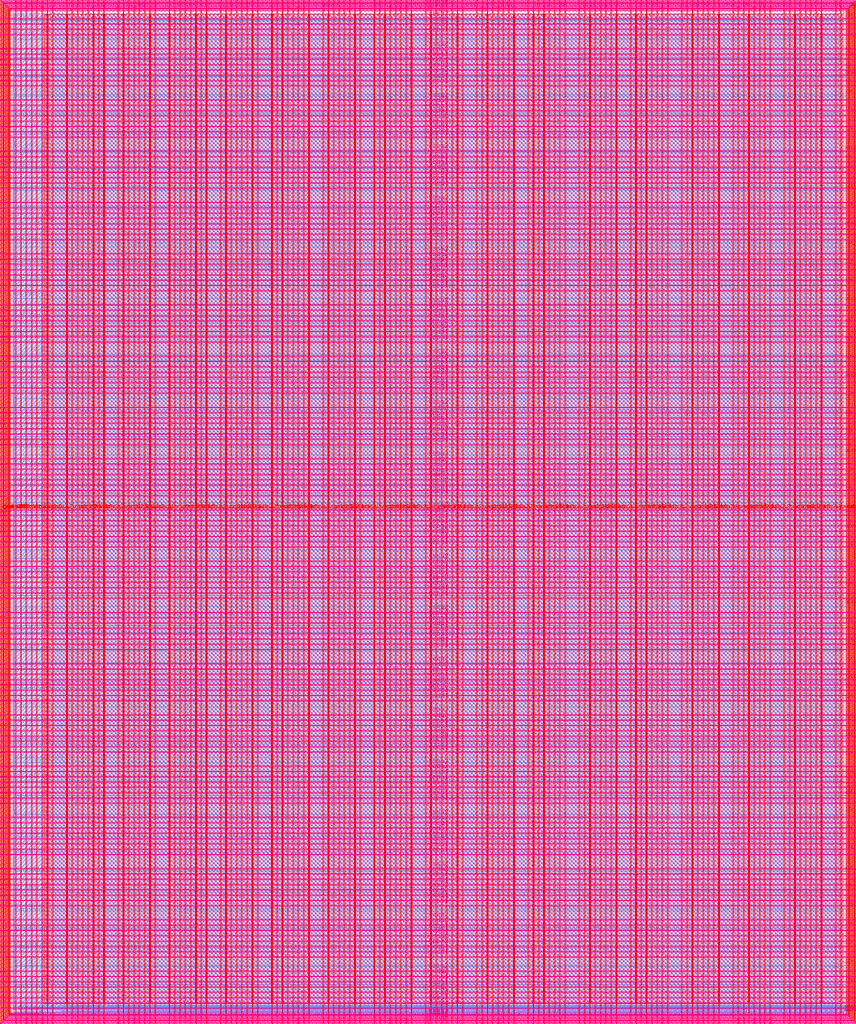
<source format=lef>
VERSION 5.7 ;
  NOWIREEXTENSIONATPIN ON ;
  DIVIDERCHAR "/" ;
  BUSBITCHARS "[]" ;
MACRO user_project_wrapper
  CLASS BLOCK ;
  FOREIGN user_project_wrapper ;
  ORIGIN 0.000 0.000 ;
  SIZE 2920.000 BY 3520.000 ;
  PIN analog_io[0]
    DIRECTION INOUT ;
    USE SIGNAL ;
    PORT
      LAYER met3 ;
        RECT 2917.600 1426.380 2924.800 1427.580 ;
    END
  END analog_io[0]
  PIN analog_io[10]
    DIRECTION INOUT ;
    USE SIGNAL ;
    PORT
      LAYER met2 ;
        RECT 2230.490 3517.600 2231.050 3524.800 ;
    END
  END analog_io[10]
  PIN analog_io[11]
    DIRECTION INOUT ;
    USE SIGNAL ;
    PORT
      LAYER met2 ;
        RECT 1905.730 3517.600 1906.290 3524.800 ;
    END
  END analog_io[11]
  PIN analog_io[12]
    DIRECTION INOUT ;
    USE SIGNAL ;
    PORT
      LAYER met2 ;
        RECT 1581.430 3517.600 1581.990 3524.800 ;
    END
  END analog_io[12]
  PIN analog_io[13]
    DIRECTION INOUT ;
    USE SIGNAL ;
    PORT
      LAYER met2 ;
        RECT 1257.130 3517.600 1257.690 3524.800 ;
    END
  END analog_io[13]
  PIN analog_io[14]
    DIRECTION INOUT ;
    USE SIGNAL ;
    PORT
      LAYER met2 ;
        RECT 932.370 3517.600 932.930 3524.800 ;
    END
  END analog_io[14]
  PIN analog_io[15]
    DIRECTION INOUT ;
    USE SIGNAL ;
    PORT
      LAYER met2 ;
        RECT 608.070 3517.600 608.630 3524.800 ;
    END
  END analog_io[15]
  PIN analog_io[16]
    DIRECTION INOUT ;
    USE SIGNAL ;
    PORT
      LAYER met2 ;
        RECT 283.770 3517.600 284.330 3524.800 ;
    END
  END analog_io[16]
  PIN analog_io[17]
    DIRECTION INOUT ;
    USE SIGNAL ;
    PORT
      LAYER met3 ;
        RECT -4.800 3486.100 2.400 3487.300 ;
    END
  END analog_io[17]
  PIN analog_io[18]
    DIRECTION INOUT ;
    USE SIGNAL ;
    PORT
      LAYER met3 ;
        RECT -4.800 3224.980 2.400 3226.180 ;
    END
  END analog_io[18]
  PIN analog_io[19]
    DIRECTION INOUT ;
    USE SIGNAL ;
    PORT
      LAYER met3 ;
        RECT -4.800 2964.540 2.400 2965.740 ;
    END
  END analog_io[19]
  PIN analog_io[1]
    DIRECTION INOUT ;
    USE SIGNAL ;
    PORT
      LAYER met3 ;
        RECT 2917.600 1692.260 2924.800 1693.460 ;
    END
  END analog_io[1]
  PIN analog_io[20]
    DIRECTION INOUT ;
    USE SIGNAL ;
    PORT
      LAYER met3 ;
        RECT -4.800 2703.420 2.400 2704.620 ;
    END
  END analog_io[20]
  PIN analog_io[21]
    DIRECTION INOUT ;
    USE SIGNAL ;
    PORT
      LAYER met3 ;
        RECT -4.800 2442.980 2.400 2444.180 ;
    END
  END analog_io[21]
  PIN analog_io[22]
    DIRECTION INOUT ;
    USE SIGNAL ;
    PORT
      LAYER met3 ;
        RECT -4.800 2182.540 2.400 2183.740 ;
    END
  END analog_io[22]
  PIN analog_io[23]
    DIRECTION INOUT ;
    USE SIGNAL ;
    PORT
      LAYER met3 ;
        RECT -4.800 1921.420 2.400 1922.620 ;
    END
  END analog_io[23]
  PIN analog_io[24]
    DIRECTION INOUT ;
    USE SIGNAL ;
    PORT
      LAYER met3 ;
        RECT -4.800 1660.980 2.400 1662.180 ;
    END
  END analog_io[24]
  PIN analog_io[25]
    DIRECTION INOUT ;
    USE SIGNAL ;
    PORT
      LAYER met3 ;
        RECT -4.800 1399.860 2.400 1401.060 ;
    END
  END analog_io[25]
  PIN analog_io[26]
    DIRECTION INOUT ;
    USE SIGNAL ;
    PORT
      LAYER met3 ;
        RECT -4.800 1139.420 2.400 1140.620 ;
    END
  END analog_io[26]
  PIN analog_io[27]
    DIRECTION INOUT ;
    USE SIGNAL ;
    PORT
      LAYER met3 ;
        RECT -4.800 878.980 2.400 880.180 ;
    END
  END analog_io[27]
  PIN analog_io[28]
    DIRECTION INOUT ;
    USE SIGNAL ;
    PORT
      LAYER met3 ;
        RECT -4.800 617.860 2.400 619.060 ;
    END
  END analog_io[28]
  PIN analog_io[2]
    DIRECTION INOUT ;
    USE SIGNAL ;
    PORT
      LAYER met3 ;
        RECT 2917.600 1958.140 2924.800 1959.340 ;
    END
  END analog_io[2]
  PIN analog_io[3]
    DIRECTION INOUT ;
    USE SIGNAL ;
    PORT
      LAYER met3 ;
        RECT 2917.600 2223.340 2924.800 2224.540 ;
    END
  END analog_io[3]
  PIN analog_io[4]
    DIRECTION INOUT ;
    USE SIGNAL ;
    PORT
      LAYER met3 ;
        RECT 2917.600 2489.220 2924.800 2490.420 ;
    END
  END analog_io[4]
  PIN analog_io[5]
    DIRECTION INOUT ;
    USE SIGNAL ;
    PORT
      LAYER met3 ;
        RECT 2917.600 2755.100 2924.800 2756.300 ;
    END
  END analog_io[5]
  PIN analog_io[6]
    DIRECTION INOUT ;
    USE SIGNAL ;
    PORT
      LAYER met3 ;
        RECT 2917.600 3020.300 2924.800 3021.500 ;
    END
  END analog_io[6]
  PIN analog_io[7]
    DIRECTION INOUT ;
    USE SIGNAL ;
    PORT
      LAYER met3 ;
        RECT 2917.600 3286.180 2924.800 3287.380 ;
    END
  END analog_io[7]
  PIN analog_io[8]
    DIRECTION INOUT ;
    USE SIGNAL ;
    PORT
      LAYER met2 ;
        RECT 2879.090 3517.600 2879.650 3524.800 ;
    END
  END analog_io[8]
  PIN analog_io[9]
    DIRECTION INOUT ;
    USE SIGNAL ;
    PORT
      LAYER met2 ;
        RECT 2554.790 3517.600 2555.350 3524.800 ;
    END
  END analog_io[9]
  PIN io_in[0]
    DIRECTION INPUT ;
    USE SIGNAL ;
    PORT
      LAYER met3 ;
        RECT 2917.600 32.380 2924.800 33.580 ;
    END
  END io_in[0]
  PIN io_in[10]
    DIRECTION INPUT ;
    USE SIGNAL ;
    PORT
      LAYER met3 ;
        RECT 2917.600 2289.980 2924.800 2291.180 ;
    END
  END io_in[10]
  PIN io_in[11]
    DIRECTION INPUT ;
    USE SIGNAL ;
    PORT
      LAYER met3 ;
        RECT 2917.600 2555.860 2924.800 2557.060 ;
    END
  END io_in[11]
  PIN io_in[12]
    DIRECTION INPUT ;
    USE SIGNAL ;
    PORT
      LAYER met3 ;
        RECT 2917.600 2821.060 2924.800 2822.260 ;
    END
  END io_in[12]
  PIN io_in[13]
    DIRECTION INPUT ;
    USE SIGNAL ;
    PORT
      LAYER met3 ;
        RECT 2917.600 3086.940 2924.800 3088.140 ;
    END
  END io_in[13]
  PIN io_in[14]
    DIRECTION INPUT ;
    USE SIGNAL ;
    PORT
      LAYER met3 ;
        RECT 2917.600 3352.820 2924.800 3354.020 ;
    END
  END io_in[14]
  PIN io_in[15]
    DIRECTION INPUT ;
    USE SIGNAL ;
    PORT
      LAYER met2 ;
        RECT 2798.130 3517.600 2798.690 3524.800 ;
    END
  END io_in[15]
  PIN io_in[16]
    DIRECTION INPUT ;
    USE SIGNAL ;
    PORT
      LAYER met2 ;
        RECT 2473.830 3517.600 2474.390 3524.800 ;
    END
  END io_in[16]
  PIN io_in[17]
    DIRECTION INPUT ;
    USE SIGNAL ;
    PORT
      LAYER met2 ;
        RECT 2149.070 3517.600 2149.630 3524.800 ;
    END
  END io_in[17]
  PIN io_in[18]
    DIRECTION INPUT ;
    USE SIGNAL ;
    ANTENNAGATEAREA 0.990000 ;
    PORT
      LAYER met2 ;
        RECT 1824.770 3517.600 1825.330 3524.800 ;
    END
  END io_in[18]
  PIN io_in[19]
    DIRECTION INPUT ;
    USE SIGNAL ;
    ANTENNAGATEAREA 0.990000 ;
    PORT
      LAYER met2 ;
        RECT 1500.470 3517.600 1501.030 3524.800 ;
    END
  END io_in[19]
  PIN io_in[1]
    DIRECTION INPUT ;
    USE SIGNAL ;
    PORT
      LAYER met3 ;
        RECT 2917.600 230.940 2924.800 232.140 ;
    END
  END io_in[1]
  PIN io_in[20]
    DIRECTION INPUT ;
    USE SIGNAL ;
    ANTENNAGATEAREA 0.990000 ;
    PORT
      LAYER met2 ;
        RECT 1175.710 3517.600 1176.270 3524.800 ;
    END
  END io_in[20]
  PIN io_in[21]
    DIRECTION INPUT ;
    USE SIGNAL ;
    ANTENNAGATEAREA 0.990000 ;
    PORT
      LAYER met2 ;
        RECT 851.410 3517.600 851.970 3524.800 ;
    END
  END io_in[21]
  PIN io_in[22]
    DIRECTION INPUT ;
    USE SIGNAL ;
    ANTENNAGATEAREA 0.742500 ;
    PORT
      LAYER met2 ;
        RECT 527.110 3517.600 527.670 3524.800 ;
    END
  END io_in[22]
  PIN io_in[23]
    DIRECTION INPUT ;
    USE SIGNAL ;
    ANTENNAGATEAREA 0.742500 ;
    PORT
      LAYER met2 ;
        RECT 202.350 3517.600 202.910 3524.800 ;
    END
  END io_in[23]
  PIN io_in[24]
    DIRECTION INPUT ;
    USE SIGNAL ;
    ANTENNAGATEAREA 0.990000 ;
    PORT
      LAYER met3 ;
        RECT -4.800 3420.820 2.400 3422.020 ;
    END
  END io_in[24]
  PIN io_in[25]
    DIRECTION INPUT ;
    USE SIGNAL ;
    ANTENNAGATEAREA 0.742500 ;
    PORT
      LAYER met3 ;
        RECT -4.800 3159.700 2.400 3160.900 ;
    END
  END io_in[25]
  PIN io_in[26]
    DIRECTION INPUT ;
    USE SIGNAL ;
    ANTENNAGATEAREA 0.426000 ;
    PORT
      LAYER met3 ;
        RECT -4.800 2899.260 2.400 2900.460 ;
    END
  END io_in[26]
  PIN io_in[27]
    DIRECTION INPUT ;
    USE SIGNAL ;
    ANTENNAGATEAREA 0.247500 ;
    PORT
      LAYER met3 ;
        RECT -4.800 2638.820 2.400 2640.020 ;
    END
  END io_in[27]
  PIN io_in[28]
    DIRECTION INPUT ;
    USE SIGNAL ;
    ANTENNAGATEAREA 0.213000 ;
    PORT
      LAYER met3 ;
        RECT -4.800 2377.700 2.400 2378.900 ;
    END
  END io_in[28]
  PIN io_in[29]
    DIRECTION INPUT ;
    USE SIGNAL ;
    ANTENNAGATEAREA 0.159000 ;
    PORT
      LAYER met3 ;
        RECT -4.800 2117.260 2.400 2118.460 ;
    END
  END io_in[29]
  PIN io_in[2]
    DIRECTION INPUT ;
    USE SIGNAL ;
    PORT
      LAYER met3 ;
        RECT 2917.600 430.180 2924.800 431.380 ;
    END
  END io_in[2]
  PIN io_in[30]
    DIRECTION INPUT ;
    USE SIGNAL ;
    ANTENNAGATEAREA 0.247500 ;
    PORT
      LAYER met3 ;
        RECT -4.800 1856.140 2.400 1857.340 ;
    END
  END io_in[30]
  PIN io_in[31]
    DIRECTION INPUT ;
    USE SIGNAL ;
    ANTENNAGATEAREA 0.426000 ;
    PORT
      LAYER met3 ;
        RECT -4.800 1595.700 2.400 1596.900 ;
    END
  END io_in[31]
  PIN io_in[32]
    DIRECTION INPUT ;
    USE SIGNAL ;
    ANTENNAGATEAREA 0.495000 ;
    PORT
      LAYER met3 ;
        RECT -4.800 1335.260 2.400 1336.460 ;
    END
  END io_in[32]
  PIN io_in[33]
    DIRECTION INPUT ;
    USE SIGNAL ;
    ANTENNAGATEAREA 0.742500 ;
    PORT
      LAYER met3 ;
        RECT -4.800 1074.140 2.400 1075.340 ;
    END
  END io_in[33]
  PIN io_in[34]
    DIRECTION INPUT ;
    USE SIGNAL ;
    PORT
      LAYER met3 ;
        RECT -4.800 813.700 2.400 814.900 ;
    END
  END io_in[34]
  PIN io_in[35]
    DIRECTION INPUT ;
    USE SIGNAL ;
    ANTENNAGATEAREA 0.213000 ;
    PORT
      LAYER met3 ;
        RECT -4.800 552.580 2.400 553.780 ;
    END
  END io_in[35]
  PIN io_in[36]
    DIRECTION INPUT ;
    USE SIGNAL ;
    PORT
      LAYER met3 ;
        RECT -4.800 357.420 2.400 358.620 ;
    END
  END io_in[36]
  PIN io_in[37]
    DIRECTION INPUT ;
    USE SIGNAL ;
    PORT
      LAYER met3 ;
        RECT -4.800 161.580 2.400 162.780 ;
    END
  END io_in[37]
  PIN io_in[3]
    DIRECTION INPUT ;
    USE SIGNAL ;
    PORT
      LAYER met3 ;
        RECT 2917.600 629.420 2924.800 630.620 ;
    END
  END io_in[3]
  PIN io_in[4]
    DIRECTION INPUT ;
    USE SIGNAL ;
    PORT
      LAYER met3 ;
        RECT 2917.600 828.660 2924.800 829.860 ;
    END
  END io_in[4]
  PIN io_in[5]
    DIRECTION INPUT ;
    USE SIGNAL ;
    PORT
      LAYER met3 ;
        RECT 2917.600 1027.900 2924.800 1029.100 ;
    END
  END io_in[5]
  PIN io_in[6]
    DIRECTION INPUT ;
    USE SIGNAL ;
    PORT
      LAYER met3 ;
        RECT 2917.600 1227.140 2924.800 1228.340 ;
    END
  END io_in[6]
  PIN io_in[7]
    DIRECTION INPUT ;
    USE SIGNAL ;
    PORT
      LAYER met3 ;
        RECT 2917.600 1493.020 2924.800 1494.220 ;
    END
  END io_in[7]
  PIN io_in[8]
    DIRECTION INPUT ;
    USE SIGNAL ;
    PORT
      LAYER met3 ;
        RECT 2917.600 1758.900 2924.800 1760.100 ;
    END
  END io_in[8]
  PIN io_in[9]
    DIRECTION INPUT ;
    USE SIGNAL ;
    PORT
      LAYER met3 ;
        RECT 2917.600 2024.100 2924.800 2025.300 ;
    END
  END io_in[9]
  PIN io_oeb[0]
    DIRECTION OUTPUT TRISTATE ;
    USE SIGNAL ;
    PORT
      LAYER met3 ;
        RECT 2917.600 164.980 2924.800 166.180 ;
    END
  END io_oeb[0]
  PIN io_oeb[10]
    DIRECTION OUTPUT TRISTATE ;
    USE SIGNAL ;
    PORT
      LAYER met3 ;
        RECT 2917.600 2422.580 2924.800 2423.780 ;
    END
  END io_oeb[10]
  PIN io_oeb[11]
    DIRECTION OUTPUT TRISTATE ;
    USE SIGNAL ;
    PORT
      LAYER met3 ;
        RECT 2917.600 2688.460 2924.800 2689.660 ;
    END
  END io_oeb[11]
  PIN io_oeb[12]
    DIRECTION OUTPUT TRISTATE ;
    USE SIGNAL ;
    PORT
      LAYER met3 ;
        RECT 2917.600 2954.340 2924.800 2955.540 ;
    END
  END io_oeb[12]
  PIN io_oeb[13]
    DIRECTION OUTPUT TRISTATE ;
    USE SIGNAL ;
    PORT
      LAYER met3 ;
        RECT 2917.600 3219.540 2924.800 3220.740 ;
    END
  END io_oeb[13]
  PIN io_oeb[14]
    DIRECTION OUTPUT TRISTATE ;
    USE SIGNAL ;
    PORT
      LAYER met3 ;
        RECT 2917.600 3485.420 2924.800 3486.620 ;
    END
  END io_oeb[14]
  PIN io_oeb[15]
    DIRECTION OUTPUT TRISTATE ;
    USE SIGNAL ;
    PORT
      LAYER met2 ;
        RECT 2635.750 3517.600 2636.310 3524.800 ;
    END
  END io_oeb[15]
  PIN io_oeb[16]
    DIRECTION OUTPUT TRISTATE ;
    USE SIGNAL ;
    PORT
      LAYER met2 ;
        RECT 2311.450 3517.600 2312.010 3524.800 ;
    END
  END io_oeb[16]
  PIN io_oeb[17]
    DIRECTION OUTPUT TRISTATE ;
    USE SIGNAL ;
    PORT
      LAYER met2 ;
        RECT 1987.150 3517.600 1987.710 3524.800 ;
    END
  END io_oeb[17]
  PIN io_oeb[18]
    DIRECTION OUTPUT TRISTATE ;
    USE SIGNAL ;
    PORT
      LAYER met2 ;
        RECT 1662.390 3517.600 1662.950 3524.800 ;
    END
  END io_oeb[18]
  PIN io_oeb[19]
    DIRECTION OUTPUT TRISTATE ;
    USE SIGNAL ;
    PORT
      LAYER met2 ;
        RECT 1338.090 3517.600 1338.650 3524.800 ;
    END
  END io_oeb[19]
  PIN io_oeb[1]
    DIRECTION OUTPUT TRISTATE ;
    USE SIGNAL ;
    PORT
      LAYER met3 ;
        RECT 2917.600 364.220 2924.800 365.420 ;
    END
  END io_oeb[1]
  PIN io_oeb[20]
    DIRECTION OUTPUT TRISTATE ;
    USE SIGNAL ;
    PORT
      LAYER met2 ;
        RECT 1013.790 3517.600 1014.350 3524.800 ;
    END
  END io_oeb[20]
  PIN io_oeb[21]
    DIRECTION OUTPUT TRISTATE ;
    USE SIGNAL ;
    PORT
      LAYER met2 ;
        RECT 689.030 3517.600 689.590 3524.800 ;
    END
  END io_oeb[21]
  PIN io_oeb[22]
    DIRECTION OUTPUT TRISTATE ;
    USE SIGNAL ;
    PORT
      LAYER met2 ;
        RECT 364.730 3517.600 365.290 3524.800 ;
    END
  END io_oeb[22]
  PIN io_oeb[23]
    DIRECTION OUTPUT TRISTATE ;
    USE SIGNAL ;
    PORT
      LAYER met2 ;
        RECT 40.430 3517.600 40.990 3524.800 ;
    END
  END io_oeb[23]
  PIN io_oeb[24]
    DIRECTION OUTPUT TRISTATE ;
    USE SIGNAL ;
    PORT
      LAYER met3 ;
        RECT -4.800 3290.260 2.400 3291.460 ;
    END
  END io_oeb[24]
  PIN io_oeb[25]
    DIRECTION OUTPUT TRISTATE ;
    USE SIGNAL ;
    PORT
      LAYER met3 ;
        RECT -4.800 3029.820 2.400 3031.020 ;
    END
  END io_oeb[25]
  PIN io_oeb[26]
    DIRECTION OUTPUT TRISTATE ;
    USE SIGNAL ;
    PORT
      LAYER met3 ;
        RECT -4.800 2768.700 2.400 2769.900 ;
    END
  END io_oeb[26]
  PIN io_oeb[27]
    DIRECTION OUTPUT TRISTATE ;
    USE SIGNAL ;
    PORT
      LAYER met3 ;
        RECT -4.800 2508.260 2.400 2509.460 ;
    END
  END io_oeb[27]
  PIN io_oeb[28]
    DIRECTION OUTPUT TRISTATE ;
    USE SIGNAL ;
    PORT
      LAYER met3 ;
        RECT -4.800 2247.140 2.400 2248.340 ;
    END
  END io_oeb[28]
  PIN io_oeb[29]
    DIRECTION OUTPUT TRISTATE ;
    USE SIGNAL ;
    PORT
      LAYER met3 ;
        RECT -4.800 1986.700 2.400 1987.900 ;
    END
  END io_oeb[29]
  PIN io_oeb[2]
    DIRECTION OUTPUT TRISTATE ;
    USE SIGNAL ;
    PORT
      LAYER met3 ;
        RECT 2917.600 563.460 2924.800 564.660 ;
    END
  END io_oeb[2]
  PIN io_oeb[30]
    DIRECTION OUTPUT TRISTATE ;
    USE SIGNAL ;
    PORT
      LAYER met3 ;
        RECT -4.800 1726.260 2.400 1727.460 ;
    END
  END io_oeb[30]
  PIN io_oeb[31]
    DIRECTION OUTPUT TRISTATE ;
    USE SIGNAL ;
    PORT
      LAYER met3 ;
        RECT -4.800 1465.140 2.400 1466.340 ;
    END
  END io_oeb[31]
  PIN io_oeb[32]
    DIRECTION OUTPUT TRISTATE ;
    USE SIGNAL ;
    PORT
      LAYER met3 ;
        RECT -4.800 1204.700 2.400 1205.900 ;
    END
  END io_oeb[32]
  PIN io_oeb[33]
    DIRECTION OUTPUT TRISTATE ;
    USE SIGNAL ;
    PORT
      LAYER met3 ;
        RECT -4.800 943.580 2.400 944.780 ;
    END
  END io_oeb[33]
  PIN io_oeb[34]
    DIRECTION OUTPUT TRISTATE ;
    USE SIGNAL ;
    PORT
      LAYER met3 ;
        RECT -4.800 683.140 2.400 684.340 ;
    END
  END io_oeb[34]
  PIN io_oeb[35]
    DIRECTION OUTPUT TRISTATE ;
    USE SIGNAL ;
    PORT
      LAYER met3 ;
        RECT -4.800 422.700 2.400 423.900 ;
    END
  END io_oeb[35]
  PIN io_oeb[36]
    DIRECTION OUTPUT TRISTATE ;
    USE SIGNAL ;
    PORT
      LAYER met3 ;
        RECT -4.800 226.860 2.400 228.060 ;
    END
  END io_oeb[36]
  PIN io_oeb[37]
    DIRECTION OUTPUT TRISTATE ;
    USE SIGNAL ;
    PORT
      LAYER met3 ;
        RECT -4.800 31.700 2.400 32.900 ;
    END
  END io_oeb[37]
  PIN io_oeb[3]
    DIRECTION OUTPUT TRISTATE ;
    USE SIGNAL ;
    PORT
      LAYER met3 ;
        RECT 2917.600 762.700 2924.800 763.900 ;
    END
  END io_oeb[3]
  PIN io_oeb[4]
    DIRECTION OUTPUT TRISTATE ;
    USE SIGNAL ;
    PORT
      LAYER met3 ;
        RECT 2917.600 961.940 2924.800 963.140 ;
    END
  END io_oeb[4]
  PIN io_oeb[5]
    DIRECTION OUTPUT TRISTATE ;
    USE SIGNAL ;
    PORT
      LAYER met3 ;
        RECT 2917.600 1161.180 2924.800 1162.380 ;
    END
  END io_oeb[5]
  PIN io_oeb[6]
    DIRECTION OUTPUT TRISTATE ;
    USE SIGNAL ;
    PORT
      LAYER met3 ;
        RECT 2917.600 1360.420 2924.800 1361.620 ;
    END
  END io_oeb[6]
  PIN io_oeb[7]
    DIRECTION OUTPUT TRISTATE ;
    USE SIGNAL ;
    PORT
      LAYER met3 ;
        RECT 2917.600 1625.620 2924.800 1626.820 ;
    END
  END io_oeb[7]
  PIN io_oeb[8]
    DIRECTION OUTPUT TRISTATE ;
    USE SIGNAL ;
    PORT
      LAYER met3 ;
        RECT 2917.600 1891.500 2924.800 1892.700 ;
    END
  END io_oeb[8]
  PIN io_oeb[9]
    DIRECTION OUTPUT TRISTATE ;
    USE SIGNAL ;
    PORT
      LAYER met3 ;
        RECT 2917.600 2157.380 2924.800 2158.580 ;
    END
  END io_oeb[9]
  PIN io_out[0]
    DIRECTION OUTPUT TRISTATE ;
    USE SIGNAL ;
    PORT
      LAYER met3 ;
        RECT 2917.600 98.340 2924.800 99.540 ;
    END
  END io_out[0]
  PIN io_out[10]
    DIRECTION OUTPUT TRISTATE ;
    USE SIGNAL ;
    ANTENNADIFFAREA 2.673000 ;
    PORT
      LAYER met3 ;
        RECT 2917.600 2356.620 2924.800 2357.820 ;
    END
  END io_out[10]
  PIN io_out[11]
    DIRECTION OUTPUT TRISTATE ;
    USE SIGNAL ;
    ANTENNADIFFAREA 2.673000 ;
    PORT
      LAYER met3 ;
        RECT 2917.600 2621.820 2924.800 2623.020 ;
    END
  END io_out[11]
  PIN io_out[12]
    DIRECTION OUTPUT TRISTATE ;
    USE SIGNAL ;
    ANTENNADIFFAREA 2.673000 ;
    PORT
      LAYER met3 ;
        RECT 2917.600 2887.700 2924.800 2888.900 ;
    END
  END io_out[12]
  PIN io_out[13]
    DIRECTION OUTPUT TRISTATE ;
    USE SIGNAL ;
    ANTENNADIFFAREA 2.673000 ;
    PORT
      LAYER met3 ;
        RECT 2917.600 3153.580 2924.800 3154.780 ;
    END
  END io_out[13]
  PIN io_out[14]
    DIRECTION OUTPUT TRISTATE ;
    USE SIGNAL ;
    ANTENNADIFFAREA 2.673000 ;
    PORT
      LAYER met3 ;
        RECT 2917.600 3418.780 2924.800 3419.980 ;
    END
  END io_out[14]
  PIN io_out[15]
    DIRECTION OUTPUT TRISTATE ;
    USE SIGNAL ;
    ANTENNADIFFAREA 2.673000 ;
    PORT
      LAYER met2 ;
        RECT 2717.170 3517.600 2717.730 3524.800 ;
    END
  END io_out[15]
  PIN io_out[16]
    DIRECTION OUTPUT TRISTATE ;
    USE SIGNAL ;
    ANTENNADIFFAREA 2.673000 ;
    PORT
      LAYER met2 ;
        RECT 2392.410 3517.600 2392.970 3524.800 ;
    END
  END io_out[16]
  PIN io_out[17]
    DIRECTION OUTPUT TRISTATE ;
    USE SIGNAL ;
    ANTENNADIFFAREA 2.673000 ;
    PORT
      LAYER met2 ;
        RECT 2068.110 3517.600 2068.670 3524.800 ;
    END
  END io_out[17]
  PIN io_out[18]
    DIRECTION OUTPUT TRISTATE ;
    USE SIGNAL ;
    PORT
      LAYER met2 ;
        RECT 1743.810 3517.600 1744.370 3524.800 ;
    END
  END io_out[18]
  PIN io_out[19]
    DIRECTION OUTPUT TRISTATE ;
    USE SIGNAL ;
    PORT
      LAYER met2 ;
        RECT 1419.050 3517.600 1419.610 3524.800 ;
    END
  END io_out[19]
  PIN io_out[1]
    DIRECTION OUTPUT TRISTATE ;
    USE SIGNAL ;
    PORT
      LAYER met3 ;
        RECT 2917.600 297.580 2924.800 298.780 ;
    END
  END io_out[1]
  PIN io_out[20]
    DIRECTION OUTPUT TRISTATE ;
    USE SIGNAL ;
    PORT
      LAYER met2 ;
        RECT 1094.750 3517.600 1095.310 3524.800 ;
    END
  END io_out[20]
  PIN io_out[21]
    DIRECTION OUTPUT TRISTATE ;
    USE SIGNAL ;
    PORT
      LAYER met2 ;
        RECT 770.450 3517.600 771.010 3524.800 ;
    END
  END io_out[21]
  PIN io_out[22]
    DIRECTION OUTPUT TRISTATE ;
    USE SIGNAL ;
    PORT
      LAYER met2 ;
        RECT 445.690 3517.600 446.250 3524.800 ;
    END
  END io_out[22]
  PIN io_out[23]
    DIRECTION OUTPUT TRISTATE ;
    USE SIGNAL ;
    PORT
      LAYER met2 ;
        RECT 121.390 3517.600 121.950 3524.800 ;
    END
  END io_out[23]
  PIN io_out[24]
    DIRECTION OUTPUT TRISTATE ;
    USE SIGNAL ;
    PORT
      LAYER met3 ;
        RECT -4.800 3355.540 2.400 3356.740 ;
    END
  END io_out[24]
  PIN io_out[25]
    DIRECTION OUTPUT TRISTATE ;
    USE SIGNAL ;
    PORT
      LAYER met3 ;
        RECT -4.800 3095.100 2.400 3096.300 ;
    END
  END io_out[25]
  PIN io_out[26]
    DIRECTION OUTPUT TRISTATE ;
    USE SIGNAL ;
    PORT
      LAYER met3 ;
        RECT -4.800 2833.980 2.400 2835.180 ;
    END
  END io_out[26]
  PIN io_out[27]
    DIRECTION OUTPUT TRISTATE ;
    USE SIGNAL ;
    PORT
      LAYER met3 ;
        RECT -4.800 2573.540 2.400 2574.740 ;
    END
  END io_out[27]
  PIN io_out[28]
    DIRECTION OUTPUT TRISTATE ;
    USE SIGNAL ;
    PORT
      LAYER met3 ;
        RECT -4.800 2312.420 2.400 2313.620 ;
    END
  END io_out[28]
  PIN io_out[29]
    DIRECTION OUTPUT TRISTATE ;
    USE SIGNAL ;
    PORT
      LAYER met3 ;
        RECT -4.800 2051.980 2.400 2053.180 ;
    END
  END io_out[29]
  PIN io_out[2]
    DIRECTION OUTPUT TRISTATE ;
    USE SIGNAL ;
    PORT
      LAYER met3 ;
        RECT 2917.600 496.820 2924.800 498.020 ;
    END
  END io_out[2]
  PIN io_out[30]
    DIRECTION OUTPUT TRISTATE ;
    USE SIGNAL ;
    PORT
      LAYER met3 ;
        RECT -4.800 1791.540 2.400 1792.740 ;
    END
  END io_out[30]
  PIN io_out[31]
    DIRECTION OUTPUT TRISTATE ;
    USE SIGNAL ;
    PORT
      LAYER met3 ;
        RECT -4.800 1530.420 2.400 1531.620 ;
    END
  END io_out[31]
  PIN io_out[32]
    DIRECTION OUTPUT TRISTATE ;
    USE SIGNAL ;
    PORT
      LAYER met3 ;
        RECT -4.800 1269.980 2.400 1271.180 ;
    END
  END io_out[32]
  PIN io_out[33]
    DIRECTION OUTPUT TRISTATE ;
    USE SIGNAL ;
    PORT
      LAYER met3 ;
        RECT -4.800 1008.860 2.400 1010.060 ;
    END
  END io_out[33]
  PIN io_out[34]
    DIRECTION OUTPUT TRISTATE ;
    USE SIGNAL ;
    ANTENNADIFFAREA 0.340600 ;
    PORT
      LAYER met3 ;
        RECT -4.800 748.420 2.400 749.620 ;
    END
  END io_out[34]
  PIN io_out[35]
    DIRECTION OUTPUT TRISTATE ;
    USE SIGNAL ;
    PORT
      LAYER met3 ;
        RECT -4.800 487.300 2.400 488.500 ;
    END
  END io_out[35]
  PIN io_out[36]
    DIRECTION OUTPUT TRISTATE ;
    USE SIGNAL ;
    PORT
      LAYER met3 ;
        RECT -4.800 292.140 2.400 293.340 ;
    END
  END io_out[36]
  PIN io_out[37]
    DIRECTION OUTPUT TRISTATE ;
    USE SIGNAL ;
    PORT
      LAYER met3 ;
        RECT -4.800 96.300 2.400 97.500 ;
    END
  END io_out[37]
  PIN io_out[3]
    DIRECTION OUTPUT TRISTATE ;
    USE SIGNAL ;
    PORT
      LAYER met3 ;
        RECT 2917.600 696.060 2924.800 697.260 ;
    END
  END io_out[3]
  PIN io_out[4]
    DIRECTION OUTPUT TRISTATE ;
    USE SIGNAL ;
    PORT
      LAYER met3 ;
        RECT 2917.600 895.300 2924.800 896.500 ;
    END
  END io_out[4]
  PIN io_out[5]
    DIRECTION OUTPUT TRISTATE ;
    USE SIGNAL ;
    ANTENNADIFFAREA 0.445500 ;
    PORT
      LAYER met3 ;
        RECT 2917.600 1094.540 2924.800 1095.740 ;
    END
  END io_out[5]
  PIN io_out[6]
    DIRECTION OUTPUT TRISTATE ;
    USE SIGNAL ;
    ANTENNADIFFAREA 2.673000 ;
    PORT
      LAYER met3 ;
        RECT 2917.600 1293.780 2924.800 1294.980 ;
    END
  END io_out[6]
  PIN io_out[7]
    DIRECTION OUTPUT TRISTATE ;
    USE SIGNAL ;
    ANTENNADIFFAREA 2.673000 ;
    PORT
      LAYER met3 ;
        RECT 2917.600 1559.660 2924.800 1560.860 ;
    END
  END io_out[7]
  PIN io_out[8]
    DIRECTION OUTPUT TRISTATE ;
    USE SIGNAL ;
    ANTENNADIFFAREA 2.673000 ;
    PORT
      LAYER met3 ;
        RECT 2917.600 1824.860 2924.800 1826.060 ;
    END
  END io_out[8]
  PIN io_out[9]
    DIRECTION OUTPUT TRISTATE ;
    USE SIGNAL ;
    ANTENNADIFFAREA 2.673000 ;
    PORT
      LAYER met3 ;
        RECT 2917.600 2090.740 2924.800 2091.940 ;
    END
  END io_out[9]
  PIN la_data_in[0]
    DIRECTION INPUT ;
    USE SIGNAL ;
    PORT
      LAYER met2 ;
        RECT 629.230 -4.800 629.790 2.400 ;
    END
  END la_data_in[0]
  PIN la_data_in[100]
    DIRECTION INPUT ;
    USE SIGNAL ;
    PORT
      LAYER met2 ;
        RECT 2402.530 -4.800 2403.090 2.400 ;
    END
  END la_data_in[100]
  PIN la_data_in[101]
    DIRECTION INPUT ;
    USE SIGNAL ;
    PORT
      LAYER met2 ;
        RECT 2420.010 -4.800 2420.570 2.400 ;
    END
  END la_data_in[101]
  PIN la_data_in[102]
    DIRECTION INPUT ;
    USE SIGNAL ;
    PORT
      LAYER met2 ;
        RECT 2437.950 -4.800 2438.510 2.400 ;
    END
  END la_data_in[102]
  PIN la_data_in[103]
    DIRECTION INPUT ;
    USE SIGNAL ;
    PORT
      LAYER met2 ;
        RECT 2455.430 -4.800 2455.990 2.400 ;
    END
  END la_data_in[103]
  PIN la_data_in[104]
    DIRECTION INPUT ;
    USE SIGNAL ;
    PORT
      LAYER met2 ;
        RECT 2473.370 -4.800 2473.930 2.400 ;
    END
  END la_data_in[104]
  PIN la_data_in[105]
    DIRECTION INPUT ;
    USE SIGNAL ;
    PORT
      LAYER met2 ;
        RECT 2490.850 -4.800 2491.410 2.400 ;
    END
  END la_data_in[105]
  PIN la_data_in[106]
    DIRECTION INPUT ;
    USE SIGNAL ;
    PORT
      LAYER met2 ;
        RECT 2508.790 -4.800 2509.350 2.400 ;
    END
  END la_data_in[106]
  PIN la_data_in[107]
    DIRECTION INPUT ;
    USE SIGNAL ;
    PORT
      LAYER met2 ;
        RECT 2526.730 -4.800 2527.290 2.400 ;
    END
  END la_data_in[107]
  PIN la_data_in[108]
    DIRECTION INPUT ;
    USE SIGNAL ;
    PORT
      LAYER met2 ;
        RECT 2544.210 -4.800 2544.770 2.400 ;
    END
  END la_data_in[108]
  PIN la_data_in[109]
    DIRECTION INPUT ;
    USE SIGNAL ;
    PORT
      LAYER met2 ;
        RECT 2562.150 -4.800 2562.710 2.400 ;
    END
  END la_data_in[109]
  PIN la_data_in[10]
    DIRECTION INPUT ;
    USE SIGNAL ;
    PORT
      LAYER met2 ;
        RECT 806.330 -4.800 806.890 2.400 ;
    END
  END la_data_in[10]
  PIN la_data_in[110]
    DIRECTION INPUT ;
    USE SIGNAL ;
    PORT
      LAYER met2 ;
        RECT 2579.630 -4.800 2580.190 2.400 ;
    END
  END la_data_in[110]
  PIN la_data_in[111]
    DIRECTION INPUT ;
    USE SIGNAL ;
    PORT
      LAYER met2 ;
        RECT 2597.570 -4.800 2598.130 2.400 ;
    END
  END la_data_in[111]
  PIN la_data_in[112]
    DIRECTION INPUT ;
    USE SIGNAL ;
    PORT
      LAYER met2 ;
        RECT 2615.050 -4.800 2615.610 2.400 ;
    END
  END la_data_in[112]
  PIN la_data_in[113]
    DIRECTION INPUT ;
    USE SIGNAL ;
    PORT
      LAYER met2 ;
        RECT 2632.990 -4.800 2633.550 2.400 ;
    END
  END la_data_in[113]
  PIN la_data_in[114]
    DIRECTION INPUT ;
    USE SIGNAL ;
    PORT
      LAYER met2 ;
        RECT 2650.470 -4.800 2651.030 2.400 ;
    END
  END la_data_in[114]
  PIN la_data_in[115]
    DIRECTION INPUT ;
    USE SIGNAL ;
    PORT
      LAYER met2 ;
        RECT 2668.410 -4.800 2668.970 2.400 ;
    END
  END la_data_in[115]
  PIN la_data_in[116]
    DIRECTION INPUT ;
    USE SIGNAL ;
    PORT
      LAYER met2 ;
        RECT 2685.890 -4.800 2686.450 2.400 ;
    END
  END la_data_in[116]
  PIN la_data_in[117]
    DIRECTION INPUT ;
    USE SIGNAL ;
    PORT
      LAYER met2 ;
        RECT 2703.830 -4.800 2704.390 2.400 ;
    END
  END la_data_in[117]
  PIN la_data_in[118]
    DIRECTION INPUT ;
    USE SIGNAL ;
    PORT
      LAYER met2 ;
        RECT 2721.770 -4.800 2722.330 2.400 ;
    END
  END la_data_in[118]
  PIN la_data_in[119]
    DIRECTION INPUT ;
    USE SIGNAL ;
    PORT
      LAYER met2 ;
        RECT 2739.250 -4.800 2739.810 2.400 ;
    END
  END la_data_in[119]
  PIN la_data_in[11]
    DIRECTION INPUT ;
    USE SIGNAL ;
    PORT
      LAYER met2 ;
        RECT 824.270 -4.800 824.830 2.400 ;
    END
  END la_data_in[11]
  PIN la_data_in[120]
    DIRECTION INPUT ;
    USE SIGNAL ;
    PORT
      LAYER met2 ;
        RECT 2757.190 -4.800 2757.750 2.400 ;
    END
  END la_data_in[120]
  PIN la_data_in[121]
    DIRECTION INPUT ;
    USE SIGNAL ;
    PORT
      LAYER met2 ;
        RECT 2774.670 -4.800 2775.230 2.400 ;
    END
  END la_data_in[121]
  PIN la_data_in[122]
    DIRECTION INPUT ;
    USE SIGNAL ;
    PORT
      LAYER met2 ;
        RECT 2792.610 -4.800 2793.170 2.400 ;
    END
  END la_data_in[122]
  PIN la_data_in[123]
    DIRECTION INPUT ;
    USE SIGNAL ;
    PORT
      LAYER met2 ;
        RECT 2810.090 -4.800 2810.650 2.400 ;
    END
  END la_data_in[123]
  PIN la_data_in[124]
    DIRECTION INPUT ;
    USE SIGNAL ;
    PORT
      LAYER met2 ;
        RECT 2828.030 -4.800 2828.590 2.400 ;
    END
  END la_data_in[124]
  PIN la_data_in[125]
    DIRECTION INPUT ;
    USE SIGNAL ;
    PORT
      LAYER met2 ;
        RECT 2845.510 -4.800 2846.070 2.400 ;
    END
  END la_data_in[125]
  PIN la_data_in[126]
    DIRECTION INPUT ;
    USE SIGNAL ;
    PORT
      LAYER met2 ;
        RECT 2863.450 -4.800 2864.010 2.400 ;
    END
  END la_data_in[126]
  PIN la_data_in[127]
    DIRECTION INPUT ;
    USE SIGNAL ;
    PORT
      LAYER met2 ;
        RECT 2881.390 -4.800 2881.950 2.400 ;
    END
  END la_data_in[127]
  PIN la_data_in[12]
    DIRECTION INPUT ;
    USE SIGNAL ;
    PORT
      LAYER met2 ;
        RECT 841.750 -4.800 842.310 2.400 ;
    END
  END la_data_in[12]
  PIN la_data_in[13]
    DIRECTION INPUT ;
    USE SIGNAL ;
    PORT
      LAYER met2 ;
        RECT 859.690 -4.800 860.250 2.400 ;
    END
  END la_data_in[13]
  PIN la_data_in[14]
    DIRECTION INPUT ;
    USE SIGNAL ;
    PORT
      LAYER met2 ;
        RECT 877.170 -4.800 877.730 2.400 ;
    END
  END la_data_in[14]
  PIN la_data_in[15]
    DIRECTION INPUT ;
    USE SIGNAL ;
    PORT
      LAYER met2 ;
        RECT 895.110 -4.800 895.670 2.400 ;
    END
  END la_data_in[15]
  PIN la_data_in[16]
    DIRECTION INPUT ;
    USE SIGNAL ;
    PORT
      LAYER met2 ;
        RECT 912.590 -4.800 913.150 2.400 ;
    END
  END la_data_in[16]
  PIN la_data_in[17]
    DIRECTION INPUT ;
    USE SIGNAL ;
    PORT
      LAYER met2 ;
        RECT 930.530 -4.800 931.090 2.400 ;
    END
  END la_data_in[17]
  PIN la_data_in[18]
    DIRECTION INPUT ;
    USE SIGNAL ;
    PORT
      LAYER met2 ;
        RECT 948.470 -4.800 949.030 2.400 ;
    END
  END la_data_in[18]
  PIN la_data_in[19]
    DIRECTION INPUT ;
    USE SIGNAL ;
    PORT
      LAYER met2 ;
        RECT 965.950 -4.800 966.510 2.400 ;
    END
  END la_data_in[19]
  PIN la_data_in[1]
    DIRECTION INPUT ;
    USE SIGNAL ;
    ANTENNAGATEAREA 0.126000 ;
    PORT
      LAYER met2 ;
        RECT 646.710 -4.800 647.270 2.400 ;
    END
  END la_data_in[1]
  PIN la_data_in[20]
    DIRECTION INPUT ;
    USE SIGNAL ;
    PORT
      LAYER met2 ;
        RECT 983.890 -4.800 984.450 2.400 ;
    END
  END la_data_in[20]
  PIN la_data_in[21]
    DIRECTION INPUT ;
    USE SIGNAL ;
    PORT
      LAYER met2 ;
        RECT 1001.370 -4.800 1001.930 2.400 ;
    END
  END la_data_in[21]
  PIN la_data_in[22]
    DIRECTION INPUT ;
    USE SIGNAL ;
    PORT
      LAYER met2 ;
        RECT 1019.310 -4.800 1019.870 2.400 ;
    END
  END la_data_in[22]
  PIN la_data_in[23]
    DIRECTION INPUT ;
    USE SIGNAL ;
    PORT
      LAYER met2 ;
        RECT 1036.790 -4.800 1037.350 2.400 ;
    END
  END la_data_in[23]
  PIN la_data_in[24]
    DIRECTION INPUT ;
    USE SIGNAL ;
    PORT
      LAYER met2 ;
        RECT 1054.730 -4.800 1055.290 2.400 ;
    END
  END la_data_in[24]
  PIN la_data_in[25]
    DIRECTION INPUT ;
    USE SIGNAL ;
    PORT
      LAYER met2 ;
        RECT 1072.210 -4.800 1072.770 2.400 ;
    END
  END la_data_in[25]
  PIN la_data_in[26]
    DIRECTION INPUT ;
    USE SIGNAL ;
    PORT
      LAYER met2 ;
        RECT 1090.150 -4.800 1090.710 2.400 ;
    END
  END la_data_in[26]
  PIN la_data_in[27]
    DIRECTION INPUT ;
    USE SIGNAL ;
    PORT
      LAYER met2 ;
        RECT 1107.630 -4.800 1108.190 2.400 ;
    END
  END la_data_in[27]
  PIN la_data_in[28]
    DIRECTION INPUT ;
    USE SIGNAL ;
    PORT
      LAYER met2 ;
        RECT 1125.570 -4.800 1126.130 2.400 ;
    END
  END la_data_in[28]
  PIN la_data_in[29]
    DIRECTION INPUT ;
    USE SIGNAL ;
    PORT
      LAYER met2 ;
        RECT 1143.510 -4.800 1144.070 2.400 ;
    END
  END la_data_in[29]
  PIN la_data_in[2]
    DIRECTION INPUT ;
    USE SIGNAL ;
    ANTENNAGATEAREA 0.126000 ;
    PORT
      LAYER met2 ;
        RECT 664.650 -4.800 665.210 2.400 ;
    END
  END la_data_in[2]
  PIN la_data_in[30]
    DIRECTION INPUT ;
    USE SIGNAL ;
    PORT
      LAYER met2 ;
        RECT 1160.990 -4.800 1161.550 2.400 ;
    END
  END la_data_in[30]
  PIN la_data_in[31]
    DIRECTION INPUT ;
    USE SIGNAL ;
    PORT
      LAYER met2 ;
        RECT 1178.930 -4.800 1179.490 2.400 ;
    END
  END la_data_in[31]
  PIN la_data_in[32]
    DIRECTION INPUT ;
    USE SIGNAL ;
    PORT
      LAYER met2 ;
        RECT 1196.410 -4.800 1196.970 2.400 ;
    END
  END la_data_in[32]
  PIN la_data_in[33]
    DIRECTION INPUT ;
    USE SIGNAL ;
    PORT
      LAYER met2 ;
        RECT 1214.350 -4.800 1214.910 2.400 ;
    END
  END la_data_in[33]
  PIN la_data_in[34]
    DIRECTION INPUT ;
    USE SIGNAL ;
    PORT
      LAYER met2 ;
        RECT 1231.830 -4.800 1232.390 2.400 ;
    END
  END la_data_in[34]
  PIN la_data_in[35]
    DIRECTION INPUT ;
    USE SIGNAL ;
    PORT
      LAYER met2 ;
        RECT 1249.770 -4.800 1250.330 2.400 ;
    END
  END la_data_in[35]
  PIN la_data_in[36]
    DIRECTION INPUT ;
    USE SIGNAL ;
    PORT
      LAYER met2 ;
        RECT 1267.250 -4.800 1267.810 2.400 ;
    END
  END la_data_in[36]
  PIN la_data_in[37]
    DIRECTION INPUT ;
    USE SIGNAL ;
    PORT
      LAYER met2 ;
        RECT 1285.190 -4.800 1285.750 2.400 ;
    END
  END la_data_in[37]
  PIN la_data_in[38]
    DIRECTION INPUT ;
    USE SIGNAL ;
    PORT
      LAYER met2 ;
        RECT 1303.130 -4.800 1303.690 2.400 ;
    END
  END la_data_in[38]
  PIN la_data_in[39]
    DIRECTION INPUT ;
    USE SIGNAL ;
    PORT
      LAYER met2 ;
        RECT 1320.610 -4.800 1321.170 2.400 ;
    END
  END la_data_in[39]
  PIN la_data_in[3]
    DIRECTION INPUT ;
    USE SIGNAL ;
    PORT
      LAYER met2 ;
        RECT 682.130 -4.800 682.690 2.400 ;
    END
  END la_data_in[3]
  PIN la_data_in[40]
    DIRECTION INPUT ;
    USE SIGNAL ;
    PORT
      LAYER met2 ;
        RECT 1338.550 -4.800 1339.110 2.400 ;
    END
  END la_data_in[40]
  PIN la_data_in[41]
    DIRECTION INPUT ;
    USE SIGNAL ;
    PORT
      LAYER met2 ;
        RECT 1356.030 -4.800 1356.590 2.400 ;
    END
  END la_data_in[41]
  PIN la_data_in[42]
    DIRECTION INPUT ;
    USE SIGNAL ;
    PORT
      LAYER met2 ;
        RECT 1373.970 -4.800 1374.530 2.400 ;
    END
  END la_data_in[42]
  PIN la_data_in[43]
    DIRECTION INPUT ;
    USE SIGNAL ;
    PORT
      LAYER met2 ;
        RECT 1391.450 -4.800 1392.010 2.400 ;
    END
  END la_data_in[43]
  PIN la_data_in[44]
    DIRECTION INPUT ;
    USE SIGNAL ;
    PORT
      LAYER met2 ;
        RECT 1409.390 -4.800 1409.950 2.400 ;
    END
  END la_data_in[44]
  PIN la_data_in[45]
    DIRECTION INPUT ;
    USE SIGNAL ;
    PORT
      LAYER met2 ;
        RECT 1426.870 -4.800 1427.430 2.400 ;
    END
  END la_data_in[45]
  PIN la_data_in[46]
    DIRECTION INPUT ;
    USE SIGNAL ;
    PORT
      LAYER met2 ;
        RECT 1444.810 -4.800 1445.370 2.400 ;
    END
  END la_data_in[46]
  PIN la_data_in[47]
    DIRECTION INPUT ;
    USE SIGNAL ;
    PORT
      LAYER met2 ;
        RECT 1462.750 -4.800 1463.310 2.400 ;
    END
  END la_data_in[47]
  PIN la_data_in[48]
    DIRECTION INPUT ;
    USE SIGNAL ;
    PORT
      LAYER met2 ;
        RECT 1480.230 -4.800 1480.790 2.400 ;
    END
  END la_data_in[48]
  PIN la_data_in[49]
    DIRECTION INPUT ;
    USE SIGNAL ;
    PORT
      LAYER met2 ;
        RECT 1498.170 -4.800 1498.730 2.400 ;
    END
  END la_data_in[49]
  PIN la_data_in[4]
    DIRECTION INPUT ;
    USE SIGNAL ;
    PORT
      LAYER met2 ;
        RECT 700.070 -4.800 700.630 2.400 ;
    END
  END la_data_in[4]
  PIN la_data_in[50]
    DIRECTION INPUT ;
    USE SIGNAL ;
    PORT
      LAYER met2 ;
        RECT 1515.650 -4.800 1516.210 2.400 ;
    END
  END la_data_in[50]
  PIN la_data_in[51]
    DIRECTION INPUT ;
    USE SIGNAL ;
    PORT
      LAYER met2 ;
        RECT 1533.590 -4.800 1534.150 2.400 ;
    END
  END la_data_in[51]
  PIN la_data_in[52]
    DIRECTION INPUT ;
    USE SIGNAL ;
    PORT
      LAYER met2 ;
        RECT 1551.070 -4.800 1551.630 2.400 ;
    END
  END la_data_in[52]
  PIN la_data_in[53]
    DIRECTION INPUT ;
    USE SIGNAL ;
    PORT
      LAYER met2 ;
        RECT 1569.010 -4.800 1569.570 2.400 ;
    END
  END la_data_in[53]
  PIN la_data_in[54]
    DIRECTION INPUT ;
    USE SIGNAL ;
    PORT
      LAYER met2 ;
        RECT 1586.490 -4.800 1587.050 2.400 ;
    END
  END la_data_in[54]
  PIN la_data_in[55]
    DIRECTION INPUT ;
    USE SIGNAL ;
    PORT
      LAYER met2 ;
        RECT 1604.430 -4.800 1604.990 2.400 ;
    END
  END la_data_in[55]
  PIN la_data_in[56]
    DIRECTION INPUT ;
    USE SIGNAL ;
    PORT
      LAYER met2 ;
        RECT 1621.910 -4.800 1622.470 2.400 ;
    END
  END la_data_in[56]
  PIN la_data_in[57]
    DIRECTION INPUT ;
    USE SIGNAL ;
    PORT
      LAYER met2 ;
        RECT 1639.850 -4.800 1640.410 2.400 ;
    END
  END la_data_in[57]
  PIN la_data_in[58]
    DIRECTION INPUT ;
    USE SIGNAL ;
    PORT
      LAYER met2 ;
        RECT 1657.790 -4.800 1658.350 2.400 ;
    END
  END la_data_in[58]
  PIN la_data_in[59]
    DIRECTION INPUT ;
    USE SIGNAL ;
    PORT
      LAYER met2 ;
        RECT 1675.270 -4.800 1675.830 2.400 ;
    END
  END la_data_in[59]
  PIN la_data_in[5]
    DIRECTION INPUT ;
    USE SIGNAL ;
    PORT
      LAYER met2 ;
        RECT 717.550 -4.800 718.110 2.400 ;
    END
  END la_data_in[5]
  PIN la_data_in[60]
    DIRECTION INPUT ;
    USE SIGNAL ;
    PORT
      LAYER met2 ;
        RECT 1693.210 -4.800 1693.770 2.400 ;
    END
  END la_data_in[60]
  PIN la_data_in[61]
    DIRECTION INPUT ;
    USE SIGNAL ;
    PORT
      LAYER met2 ;
        RECT 1710.690 -4.800 1711.250 2.400 ;
    END
  END la_data_in[61]
  PIN la_data_in[62]
    DIRECTION INPUT ;
    USE SIGNAL ;
    PORT
      LAYER met2 ;
        RECT 1728.630 -4.800 1729.190 2.400 ;
    END
  END la_data_in[62]
  PIN la_data_in[63]
    DIRECTION INPUT ;
    USE SIGNAL ;
    PORT
      LAYER met2 ;
        RECT 1746.110 -4.800 1746.670 2.400 ;
    END
  END la_data_in[63]
  PIN la_data_in[64]
    DIRECTION INPUT ;
    USE SIGNAL ;
    PORT
      LAYER met2 ;
        RECT 1764.050 -4.800 1764.610 2.400 ;
    END
  END la_data_in[64]
  PIN la_data_in[65]
    DIRECTION INPUT ;
    USE SIGNAL ;
    PORT
      LAYER met2 ;
        RECT 1781.530 -4.800 1782.090 2.400 ;
    END
  END la_data_in[65]
  PIN la_data_in[66]
    DIRECTION INPUT ;
    USE SIGNAL ;
    PORT
      LAYER met2 ;
        RECT 1799.470 -4.800 1800.030 2.400 ;
    END
  END la_data_in[66]
  PIN la_data_in[67]
    DIRECTION INPUT ;
    USE SIGNAL ;
    PORT
      LAYER met2 ;
        RECT 1817.410 -4.800 1817.970 2.400 ;
    END
  END la_data_in[67]
  PIN la_data_in[68]
    DIRECTION INPUT ;
    USE SIGNAL ;
    PORT
      LAYER met2 ;
        RECT 1834.890 -4.800 1835.450 2.400 ;
    END
  END la_data_in[68]
  PIN la_data_in[69]
    DIRECTION INPUT ;
    USE SIGNAL ;
    PORT
      LAYER met2 ;
        RECT 1852.830 -4.800 1853.390 2.400 ;
    END
  END la_data_in[69]
  PIN la_data_in[6]
    DIRECTION INPUT ;
    USE SIGNAL ;
    PORT
      LAYER met2 ;
        RECT 735.490 -4.800 736.050 2.400 ;
    END
  END la_data_in[6]
  PIN la_data_in[70]
    DIRECTION INPUT ;
    USE SIGNAL ;
    PORT
      LAYER met2 ;
        RECT 1870.310 -4.800 1870.870 2.400 ;
    END
  END la_data_in[70]
  PIN la_data_in[71]
    DIRECTION INPUT ;
    USE SIGNAL ;
    PORT
      LAYER met2 ;
        RECT 1888.250 -4.800 1888.810 2.400 ;
    END
  END la_data_in[71]
  PIN la_data_in[72]
    DIRECTION INPUT ;
    USE SIGNAL ;
    PORT
      LAYER met2 ;
        RECT 1905.730 -4.800 1906.290 2.400 ;
    END
  END la_data_in[72]
  PIN la_data_in[73]
    DIRECTION INPUT ;
    USE SIGNAL ;
    PORT
      LAYER met2 ;
        RECT 1923.670 -4.800 1924.230 2.400 ;
    END
  END la_data_in[73]
  PIN la_data_in[74]
    DIRECTION INPUT ;
    USE SIGNAL ;
    PORT
      LAYER met2 ;
        RECT 1941.150 -4.800 1941.710 2.400 ;
    END
  END la_data_in[74]
  PIN la_data_in[75]
    DIRECTION INPUT ;
    USE SIGNAL ;
    PORT
      LAYER met2 ;
        RECT 1959.090 -4.800 1959.650 2.400 ;
    END
  END la_data_in[75]
  PIN la_data_in[76]
    DIRECTION INPUT ;
    USE SIGNAL ;
    PORT
      LAYER met2 ;
        RECT 1976.570 -4.800 1977.130 2.400 ;
    END
  END la_data_in[76]
  PIN la_data_in[77]
    DIRECTION INPUT ;
    USE SIGNAL ;
    PORT
      LAYER met2 ;
        RECT 1994.510 -4.800 1995.070 2.400 ;
    END
  END la_data_in[77]
  PIN la_data_in[78]
    DIRECTION INPUT ;
    USE SIGNAL ;
    PORT
      LAYER met2 ;
        RECT 2012.450 -4.800 2013.010 2.400 ;
    END
  END la_data_in[78]
  PIN la_data_in[79]
    DIRECTION INPUT ;
    USE SIGNAL ;
    PORT
      LAYER met2 ;
        RECT 2029.930 -4.800 2030.490 2.400 ;
    END
  END la_data_in[79]
  PIN la_data_in[7]
    DIRECTION INPUT ;
    USE SIGNAL ;
    PORT
      LAYER met2 ;
        RECT 752.970 -4.800 753.530 2.400 ;
    END
  END la_data_in[7]
  PIN la_data_in[80]
    DIRECTION INPUT ;
    USE SIGNAL ;
    PORT
      LAYER met2 ;
        RECT 2047.870 -4.800 2048.430 2.400 ;
    END
  END la_data_in[80]
  PIN la_data_in[81]
    DIRECTION INPUT ;
    USE SIGNAL ;
    PORT
      LAYER met2 ;
        RECT 2065.350 -4.800 2065.910 2.400 ;
    END
  END la_data_in[81]
  PIN la_data_in[82]
    DIRECTION INPUT ;
    USE SIGNAL ;
    PORT
      LAYER met2 ;
        RECT 2083.290 -4.800 2083.850 2.400 ;
    END
  END la_data_in[82]
  PIN la_data_in[83]
    DIRECTION INPUT ;
    USE SIGNAL ;
    PORT
      LAYER met2 ;
        RECT 2100.770 -4.800 2101.330 2.400 ;
    END
  END la_data_in[83]
  PIN la_data_in[84]
    DIRECTION INPUT ;
    USE SIGNAL ;
    PORT
      LAYER met2 ;
        RECT 2118.710 -4.800 2119.270 2.400 ;
    END
  END la_data_in[84]
  PIN la_data_in[85]
    DIRECTION INPUT ;
    USE SIGNAL ;
    PORT
      LAYER met2 ;
        RECT 2136.190 -4.800 2136.750 2.400 ;
    END
  END la_data_in[85]
  PIN la_data_in[86]
    DIRECTION INPUT ;
    USE SIGNAL ;
    PORT
      LAYER met2 ;
        RECT 2154.130 -4.800 2154.690 2.400 ;
    END
  END la_data_in[86]
  PIN la_data_in[87]
    DIRECTION INPUT ;
    USE SIGNAL ;
    PORT
      LAYER met2 ;
        RECT 2172.070 -4.800 2172.630 2.400 ;
    END
  END la_data_in[87]
  PIN la_data_in[88]
    DIRECTION INPUT ;
    USE SIGNAL ;
    PORT
      LAYER met2 ;
        RECT 2189.550 -4.800 2190.110 2.400 ;
    END
  END la_data_in[88]
  PIN la_data_in[89]
    DIRECTION INPUT ;
    USE SIGNAL ;
    PORT
      LAYER met2 ;
        RECT 2207.490 -4.800 2208.050 2.400 ;
    END
  END la_data_in[89]
  PIN la_data_in[8]
    DIRECTION INPUT ;
    USE SIGNAL ;
    PORT
      LAYER met2 ;
        RECT 770.910 -4.800 771.470 2.400 ;
    END
  END la_data_in[8]
  PIN la_data_in[90]
    DIRECTION INPUT ;
    USE SIGNAL ;
    PORT
      LAYER met2 ;
        RECT 2224.970 -4.800 2225.530 2.400 ;
    END
  END la_data_in[90]
  PIN la_data_in[91]
    DIRECTION INPUT ;
    USE SIGNAL ;
    PORT
      LAYER met2 ;
        RECT 2242.910 -4.800 2243.470 2.400 ;
    END
  END la_data_in[91]
  PIN la_data_in[92]
    DIRECTION INPUT ;
    USE SIGNAL ;
    PORT
      LAYER met2 ;
        RECT 2260.390 -4.800 2260.950 2.400 ;
    END
  END la_data_in[92]
  PIN la_data_in[93]
    DIRECTION INPUT ;
    USE SIGNAL ;
    PORT
      LAYER met2 ;
        RECT 2278.330 -4.800 2278.890 2.400 ;
    END
  END la_data_in[93]
  PIN la_data_in[94]
    DIRECTION INPUT ;
    USE SIGNAL ;
    PORT
      LAYER met2 ;
        RECT 2295.810 -4.800 2296.370 2.400 ;
    END
  END la_data_in[94]
  PIN la_data_in[95]
    DIRECTION INPUT ;
    USE SIGNAL ;
    PORT
      LAYER met2 ;
        RECT 2313.750 -4.800 2314.310 2.400 ;
    END
  END la_data_in[95]
  PIN la_data_in[96]
    DIRECTION INPUT ;
    USE SIGNAL ;
    PORT
      LAYER met2 ;
        RECT 2331.230 -4.800 2331.790 2.400 ;
    END
  END la_data_in[96]
  PIN la_data_in[97]
    DIRECTION INPUT ;
    USE SIGNAL ;
    PORT
      LAYER met2 ;
        RECT 2349.170 -4.800 2349.730 2.400 ;
    END
  END la_data_in[97]
  PIN la_data_in[98]
    DIRECTION INPUT ;
    USE SIGNAL ;
    PORT
      LAYER met2 ;
        RECT 2367.110 -4.800 2367.670 2.400 ;
    END
  END la_data_in[98]
  PIN la_data_in[99]
    DIRECTION INPUT ;
    USE SIGNAL ;
    PORT
      LAYER met2 ;
        RECT 2384.590 -4.800 2385.150 2.400 ;
    END
  END la_data_in[99]
  PIN la_data_in[9]
    DIRECTION INPUT ;
    USE SIGNAL ;
    PORT
      LAYER met2 ;
        RECT 788.850 -4.800 789.410 2.400 ;
    END
  END la_data_in[9]
  PIN la_data_out[0]
    DIRECTION OUTPUT TRISTATE ;
    USE SIGNAL ;
    PORT
      LAYER met2 ;
        RECT 634.750 -4.800 635.310 2.400 ;
    END
  END la_data_out[0]
  PIN la_data_out[100]
    DIRECTION OUTPUT TRISTATE ;
    USE SIGNAL ;
    PORT
      LAYER met2 ;
        RECT 2408.510 -4.800 2409.070 2.400 ;
    END
  END la_data_out[100]
  PIN la_data_out[101]
    DIRECTION OUTPUT TRISTATE ;
    USE SIGNAL ;
    PORT
      LAYER met2 ;
        RECT 2425.990 -4.800 2426.550 2.400 ;
    END
  END la_data_out[101]
  PIN la_data_out[102]
    DIRECTION OUTPUT TRISTATE ;
    USE SIGNAL ;
    PORT
      LAYER met2 ;
        RECT 2443.930 -4.800 2444.490 2.400 ;
    END
  END la_data_out[102]
  PIN la_data_out[103]
    DIRECTION OUTPUT TRISTATE ;
    USE SIGNAL ;
    PORT
      LAYER met2 ;
        RECT 2461.410 -4.800 2461.970 2.400 ;
    END
  END la_data_out[103]
  PIN la_data_out[104]
    DIRECTION OUTPUT TRISTATE ;
    USE SIGNAL ;
    PORT
      LAYER met2 ;
        RECT 2479.350 -4.800 2479.910 2.400 ;
    END
  END la_data_out[104]
  PIN la_data_out[105]
    DIRECTION OUTPUT TRISTATE ;
    USE SIGNAL ;
    PORT
      LAYER met2 ;
        RECT 2496.830 -4.800 2497.390 2.400 ;
    END
  END la_data_out[105]
  PIN la_data_out[106]
    DIRECTION OUTPUT TRISTATE ;
    USE SIGNAL ;
    PORT
      LAYER met2 ;
        RECT 2514.770 -4.800 2515.330 2.400 ;
    END
  END la_data_out[106]
  PIN la_data_out[107]
    DIRECTION OUTPUT TRISTATE ;
    USE SIGNAL ;
    PORT
      LAYER met2 ;
        RECT 2532.250 -4.800 2532.810 2.400 ;
    END
  END la_data_out[107]
  PIN la_data_out[108]
    DIRECTION OUTPUT TRISTATE ;
    USE SIGNAL ;
    PORT
      LAYER met2 ;
        RECT 2550.190 -4.800 2550.750 2.400 ;
    END
  END la_data_out[108]
  PIN la_data_out[109]
    DIRECTION OUTPUT TRISTATE ;
    USE SIGNAL ;
    PORT
      LAYER met2 ;
        RECT 2567.670 -4.800 2568.230 2.400 ;
    END
  END la_data_out[109]
  PIN la_data_out[10]
    DIRECTION OUTPUT TRISTATE ;
    USE SIGNAL ;
    PORT
      LAYER met2 ;
        RECT 812.310 -4.800 812.870 2.400 ;
    END
  END la_data_out[10]
  PIN la_data_out[110]
    DIRECTION OUTPUT TRISTATE ;
    USE SIGNAL ;
    PORT
      LAYER met2 ;
        RECT 2585.610 -4.800 2586.170 2.400 ;
    END
  END la_data_out[110]
  PIN la_data_out[111]
    DIRECTION OUTPUT TRISTATE ;
    USE SIGNAL ;
    PORT
      LAYER met2 ;
        RECT 2603.550 -4.800 2604.110 2.400 ;
    END
  END la_data_out[111]
  PIN la_data_out[112]
    DIRECTION OUTPUT TRISTATE ;
    USE SIGNAL ;
    PORT
      LAYER met2 ;
        RECT 2621.030 -4.800 2621.590 2.400 ;
    END
  END la_data_out[112]
  PIN la_data_out[113]
    DIRECTION OUTPUT TRISTATE ;
    USE SIGNAL ;
    PORT
      LAYER met2 ;
        RECT 2638.970 -4.800 2639.530 2.400 ;
    END
  END la_data_out[113]
  PIN la_data_out[114]
    DIRECTION OUTPUT TRISTATE ;
    USE SIGNAL ;
    PORT
      LAYER met2 ;
        RECT 2656.450 -4.800 2657.010 2.400 ;
    END
  END la_data_out[114]
  PIN la_data_out[115]
    DIRECTION OUTPUT TRISTATE ;
    USE SIGNAL ;
    PORT
      LAYER met2 ;
        RECT 2674.390 -4.800 2674.950 2.400 ;
    END
  END la_data_out[115]
  PIN la_data_out[116]
    DIRECTION OUTPUT TRISTATE ;
    USE SIGNAL ;
    PORT
      LAYER met2 ;
        RECT 2691.870 -4.800 2692.430 2.400 ;
    END
  END la_data_out[116]
  PIN la_data_out[117]
    DIRECTION OUTPUT TRISTATE ;
    USE SIGNAL ;
    PORT
      LAYER met2 ;
        RECT 2709.810 -4.800 2710.370 2.400 ;
    END
  END la_data_out[117]
  PIN la_data_out[118]
    DIRECTION OUTPUT TRISTATE ;
    USE SIGNAL ;
    PORT
      LAYER met2 ;
        RECT 2727.290 -4.800 2727.850 2.400 ;
    END
  END la_data_out[118]
  PIN la_data_out[119]
    DIRECTION OUTPUT TRISTATE ;
    USE SIGNAL ;
    PORT
      LAYER met2 ;
        RECT 2745.230 -4.800 2745.790 2.400 ;
    END
  END la_data_out[119]
  PIN la_data_out[11]
    DIRECTION OUTPUT TRISTATE ;
    USE SIGNAL ;
    PORT
      LAYER met2 ;
        RECT 830.250 -4.800 830.810 2.400 ;
    END
  END la_data_out[11]
  PIN la_data_out[120]
    DIRECTION OUTPUT TRISTATE ;
    USE SIGNAL ;
    PORT
      LAYER met2 ;
        RECT 2763.170 -4.800 2763.730 2.400 ;
    END
  END la_data_out[120]
  PIN la_data_out[121]
    DIRECTION OUTPUT TRISTATE ;
    USE SIGNAL ;
    PORT
      LAYER met2 ;
        RECT 2780.650 -4.800 2781.210 2.400 ;
    END
  END la_data_out[121]
  PIN la_data_out[122]
    DIRECTION OUTPUT TRISTATE ;
    USE SIGNAL ;
    PORT
      LAYER met2 ;
        RECT 2798.590 -4.800 2799.150 2.400 ;
    END
  END la_data_out[122]
  PIN la_data_out[123]
    DIRECTION OUTPUT TRISTATE ;
    USE SIGNAL ;
    PORT
      LAYER met2 ;
        RECT 2816.070 -4.800 2816.630 2.400 ;
    END
  END la_data_out[123]
  PIN la_data_out[124]
    DIRECTION OUTPUT TRISTATE ;
    USE SIGNAL ;
    PORT
      LAYER met2 ;
        RECT 2834.010 -4.800 2834.570 2.400 ;
    END
  END la_data_out[124]
  PIN la_data_out[125]
    DIRECTION OUTPUT TRISTATE ;
    USE SIGNAL ;
    PORT
      LAYER met2 ;
        RECT 2851.490 -4.800 2852.050 2.400 ;
    END
  END la_data_out[125]
  PIN la_data_out[126]
    DIRECTION OUTPUT TRISTATE ;
    USE SIGNAL ;
    PORT
      LAYER met2 ;
        RECT 2869.430 -4.800 2869.990 2.400 ;
    END
  END la_data_out[126]
  PIN la_data_out[127]
    DIRECTION OUTPUT TRISTATE ;
    USE SIGNAL ;
    PORT
      LAYER met2 ;
        RECT 2886.910 -4.800 2887.470 2.400 ;
    END
  END la_data_out[127]
  PIN la_data_out[12]
    DIRECTION OUTPUT TRISTATE ;
    USE SIGNAL ;
    PORT
      LAYER met2 ;
        RECT 847.730 -4.800 848.290 2.400 ;
    END
  END la_data_out[12]
  PIN la_data_out[13]
    DIRECTION OUTPUT TRISTATE ;
    USE SIGNAL ;
    PORT
      LAYER met2 ;
        RECT 865.670 -4.800 866.230 2.400 ;
    END
  END la_data_out[13]
  PIN la_data_out[14]
    DIRECTION OUTPUT TRISTATE ;
    USE SIGNAL ;
    PORT
      LAYER met2 ;
        RECT 883.150 -4.800 883.710 2.400 ;
    END
  END la_data_out[14]
  PIN la_data_out[15]
    DIRECTION OUTPUT TRISTATE ;
    USE SIGNAL ;
    PORT
      LAYER met2 ;
        RECT 901.090 -4.800 901.650 2.400 ;
    END
  END la_data_out[15]
  PIN la_data_out[16]
    DIRECTION OUTPUT TRISTATE ;
    USE SIGNAL ;
    PORT
      LAYER met2 ;
        RECT 918.570 -4.800 919.130 2.400 ;
    END
  END la_data_out[16]
  PIN la_data_out[17]
    DIRECTION OUTPUT TRISTATE ;
    USE SIGNAL ;
    PORT
      LAYER met2 ;
        RECT 936.510 -4.800 937.070 2.400 ;
    END
  END la_data_out[17]
  PIN la_data_out[18]
    DIRECTION OUTPUT TRISTATE ;
    USE SIGNAL ;
    PORT
      LAYER met2 ;
        RECT 953.990 -4.800 954.550 2.400 ;
    END
  END la_data_out[18]
  PIN la_data_out[19]
    DIRECTION OUTPUT TRISTATE ;
    USE SIGNAL ;
    PORT
      LAYER met2 ;
        RECT 971.930 -4.800 972.490 2.400 ;
    END
  END la_data_out[19]
  PIN la_data_out[1]
    DIRECTION OUTPUT TRISTATE ;
    USE SIGNAL ;
    PORT
      LAYER met2 ;
        RECT 652.690 -4.800 653.250 2.400 ;
    END
  END la_data_out[1]
  PIN la_data_out[20]
    DIRECTION OUTPUT TRISTATE ;
    USE SIGNAL ;
    PORT
      LAYER met2 ;
        RECT 989.410 -4.800 989.970 2.400 ;
    END
  END la_data_out[20]
  PIN la_data_out[21]
    DIRECTION OUTPUT TRISTATE ;
    USE SIGNAL ;
    PORT
      LAYER met2 ;
        RECT 1007.350 -4.800 1007.910 2.400 ;
    END
  END la_data_out[21]
  PIN la_data_out[22]
    DIRECTION OUTPUT TRISTATE ;
    USE SIGNAL ;
    PORT
      LAYER met2 ;
        RECT 1025.290 -4.800 1025.850 2.400 ;
    END
  END la_data_out[22]
  PIN la_data_out[23]
    DIRECTION OUTPUT TRISTATE ;
    USE SIGNAL ;
    PORT
      LAYER met2 ;
        RECT 1042.770 -4.800 1043.330 2.400 ;
    END
  END la_data_out[23]
  PIN la_data_out[24]
    DIRECTION OUTPUT TRISTATE ;
    USE SIGNAL ;
    PORT
      LAYER met2 ;
        RECT 1060.710 -4.800 1061.270 2.400 ;
    END
  END la_data_out[24]
  PIN la_data_out[25]
    DIRECTION OUTPUT TRISTATE ;
    USE SIGNAL ;
    PORT
      LAYER met2 ;
        RECT 1078.190 -4.800 1078.750 2.400 ;
    END
  END la_data_out[25]
  PIN la_data_out[26]
    DIRECTION OUTPUT TRISTATE ;
    USE SIGNAL ;
    PORT
      LAYER met2 ;
        RECT 1096.130 -4.800 1096.690 2.400 ;
    END
  END la_data_out[26]
  PIN la_data_out[27]
    DIRECTION OUTPUT TRISTATE ;
    USE SIGNAL ;
    PORT
      LAYER met2 ;
        RECT 1113.610 -4.800 1114.170 2.400 ;
    END
  END la_data_out[27]
  PIN la_data_out[28]
    DIRECTION OUTPUT TRISTATE ;
    USE SIGNAL ;
    ANTENNADIFFAREA 2.673000 ;
    PORT
      LAYER met2 ;
        RECT 1131.550 -4.800 1132.110 2.400 ;
    END
  END la_data_out[28]
  PIN la_data_out[29]
    DIRECTION OUTPUT TRISTATE ;
    USE SIGNAL ;
    ANTENNADIFFAREA 2.673000 ;
    PORT
      LAYER met2 ;
        RECT 1149.030 -4.800 1149.590 2.400 ;
    END
  END la_data_out[29]
  PIN la_data_out[2]
    DIRECTION OUTPUT TRISTATE ;
    USE SIGNAL ;
    PORT
      LAYER met2 ;
        RECT 670.630 -4.800 671.190 2.400 ;
    END
  END la_data_out[2]
  PIN la_data_out[30]
    DIRECTION OUTPUT TRISTATE ;
    USE SIGNAL ;
    ANTENNADIFFAREA 2.673000 ;
    PORT
      LAYER met2 ;
        RECT 1166.970 -4.800 1167.530 2.400 ;
    END
  END la_data_out[30]
  PIN la_data_out[31]
    DIRECTION OUTPUT TRISTATE ;
    USE SIGNAL ;
    ANTENNADIFFAREA 2.673000 ;
    PORT
      LAYER met2 ;
        RECT 1184.910 -4.800 1185.470 2.400 ;
    END
  END la_data_out[31]
  PIN la_data_out[32]
    DIRECTION OUTPUT TRISTATE ;
    USE SIGNAL ;
    PORT
      LAYER met2 ;
        RECT 1202.390 -4.800 1202.950 2.400 ;
    END
  END la_data_out[32]
  PIN la_data_out[33]
    DIRECTION OUTPUT TRISTATE ;
    USE SIGNAL ;
    PORT
      LAYER met2 ;
        RECT 1220.330 -4.800 1220.890 2.400 ;
    END
  END la_data_out[33]
  PIN la_data_out[34]
    DIRECTION OUTPUT TRISTATE ;
    USE SIGNAL ;
    PORT
      LAYER met2 ;
        RECT 1237.810 -4.800 1238.370 2.400 ;
    END
  END la_data_out[34]
  PIN la_data_out[35]
    DIRECTION OUTPUT TRISTATE ;
    USE SIGNAL ;
    PORT
      LAYER met2 ;
        RECT 1255.750 -4.800 1256.310 2.400 ;
    END
  END la_data_out[35]
  PIN la_data_out[36]
    DIRECTION OUTPUT TRISTATE ;
    USE SIGNAL ;
    PORT
      LAYER met2 ;
        RECT 1273.230 -4.800 1273.790 2.400 ;
    END
  END la_data_out[36]
  PIN la_data_out[37]
    DIRECTION OUTPUT TRISTATE ;
    USE SIGNAL ;
    PORT
      LAYER met2 ;
        RECT 1291.170 -4.800 1291.730 2.400 ;
    END
  END la_data_out[37]
  PIN la_data_out[38]
    DIRECTION OUTPUT TRISTATE ;
    USE SIGNAL ;
    PORT
      LAYER met2 ;
        RECT 1308.650 -4.800 1309.210 2.400 ;
    END
  END la_data_out[38]
  PIN la_data_out[39]
    DIRECTION OUTPUT TRISTATE ;
    USE SIGNAL ;
    PORT
      LAYER met2 ;
        RECT 1326.590 -4.800 1327.150 2.400 ;
    END
  END la_data_out[39]
  PIN la_data_out[3]
    DIRECTION OUTPUT TRISTATE ;
    USE SIGNAL ;
    ANTENNADIFFAREA 2.673000 ;
    PORT
      LAYER met2 ;
        RECT 688.110 -4.800 688.670 2.400 ;
    END
  END la_data_out[3]
  PIN la_data_out[40]
    DIRECTION OUTPUT TRISTATE ;
    USE SIGNAL ;
    PORT
      LAYER met2 ;
        RECT 1344.070 -4.800 1344.630 2.400 ;
    END
  END la_data_out[40]
  PIN la_data_out[41]
    DIRECTION OUTPUT TRISTATE ;
    USE SIGNAL ;
    PORT
      LAYER met2 ;
        RECT 1362.010 -4.800 1362.570 2.400 ;
    END
  END la_data_out[41]
  PIN la_data_out[42]
    DIRECTION OUTPUT TRISTATE ;
    USE SIGNAL ;
    PORT
      LAYER met2 ;
        RECT 1379.950 -4.800 1380.510 2.400 ;
    END
  END la_data_out[42]
  PIN la_data_out[43]
    DIRECTION OUTPUT TRISTATE ;
    USE SIGNAL ;
    PORT
      LAYER met2 ;
        RECT 1397.430 -4.800 1397.990 2.400 ;
    END
  END la_data_out[43]
  PIN la_data_out[44]
    DIRECTION OUTPUT TRISTATE ;
    USE SIGNAL ;
    PORT
      LAYER met2 ;
        RECT 1415.370 -4.800 1415.930 2.400 ;
    END
  END la_data_out[44]
  PIN la_data_out[45]
    DIRECTION OUTPUT TRISTATE ;
    USE SIGNAL ;
    PORT
      LAYER met2 ;
        RECT 1432.850 -4.800 1433.410 2.400 ;
    END
  END la_data_out[45]
  PIN la_data_out[46]
    DIRECTION OUTPUT TRISTATE ;
    USE SIGNAL ;
    PORT
      LAYER met2 ;
        RECT 1450.790 -4.800 1451.350 2.400 ;
    END
  END la_data_out[46]
  PIN la_data_out[47]
    DIRECTION OUTPUT TRISTATE ;
    USE SIGNAL ;
    PORT
      LAYER met2 ;
        RECT 1468.270 -4.800 1468.830 2.400 ;
    END
  END la_data_out[47]
  PIN la_data_out[48]
    DIRECTION OUTPUT TRISTATE ;
    USE SIGNAL ;
    PORT
      LAYER met2 ;
        RECT 1486.210 -4.800 1486.770 2.400 ;
    END
  END la_data_out[48]
  PIN la_data_out[49]
    DIRECTION OUTPUT TRISTATE ;
    USE SIGNAL ;
    PORT
      LAYER met2 ;
        RECT 1503.690 -4.800 1504.250 2.400 ;
    END
  END la_data_out[49]
  PIN la_data_out[4]
    DIRECTION OUTPUT TRISTATE ;
    USE SIGNAL ;
    ANTENNADIFFAREA 2.673000 ;
    PORT
      LAYER met2 ;
        RECT 706.050 -4.800 706.610 2.400 ;
    END
  END la_data_out[4]
  PIN la_data_out[50]
    DIRECTION OUTPUT TRISTATE ;
    USE SIGNAL ;
    PORT
      LAYER met2 ;
        RECT 1521.630 -4.800 1522.190 2.400 ;
    END
  END la_data_out[50]
  PIN la_data_out[51]
    DIRECTION OUTPUT TRISTATE ;
    USE SIGNAL ;
    PORT
      LAYER met2 ;
        RECT 1539.570 -4.800 1540.130 2.400 ;
    END
  END la_data_out[51]
  PIN la_data_out[52]
    DIRECTION OUTPUT TRISTATE ;
    USE SIGNAL ;
    PORT
      LAYER met2 ;
        RECT 1557.050 -4.800 1557.610 2.400 ;
    END
  END la_data_out[52]
  PIN la_data_out[53]
    DIRECTION OUTPUT TRISTATE ;
    USE SIGNAL ;
    PORT
      LAYER met2 ;
        RECT 1574.990 -4.800 1575.550 2.400 ;
    END
  END la_data_out[53]
  PIN la_data_out[54]
    DIRECTION OUTPUT TRISTATE ;
    USE SIGNAL ;
    PORT
      LAYER met2 ;
        RECT 1592.470 -4.800 1593.030 2.400 ;
    END
  END la_data_out[54]
  PIN la_data_out[55]
    DIRECTION OUTPUT TRISTATE ;
    USE SIGNAL ;
    PORT
      LAYER met2 ;
        RECT 1610.410 -4.800 1610.970 2.400 ;
    END
  END la_data_out[55]
  PIN la_data_out[56]
    DIRECTION OUTPUT TRISTATE ;
    USE SIGNAL ;
    PORT
      LAYER met2 ;
        RECT 1627.890 -4.800 1628.450 2.400 ;
    END
  END la_data_out[56]
  PIN la_data_out[57]
    DIRECTION OUTPUT TRISTATE ;
    USE SIGNAL ;
    PORT
      LAYER met2 ;
        RECT 1645.830 -4.800 1646.390 2.400 ;
    END
  END la_data_out[57]
  PIN la_data_out[58]
    DIRECTION OUTPUT TRISTATE ;
    USE SIGNAL ;
    PORT
      LAYER met2 ;
        RECT 1663.310 -4.800 1663.870 2.400 ;
    END
  END la_data_out[58]
  PIN la_data_out[59]
    DIRECTION OUTPUT TRISTATE ;
    USE SIGNAL ;
    PORT
      LAYER met2 ;
        RECT 1681.250 -4.800 1681.810 2.400 ;
    END
  END la_data_out[59]
  PIN la_data_out[5]
    DIRECTION OUTPUT TRISTATE ;
    USE SIGNAL ;
    ANTENNADIFFAREA 2.673000 ;
    PORT
      LAYER met2 ;
        RECT 723.530 -4.800 724.090 2.400 ;
    END
  END la_data_out[5]
  PIN la_data_out[60]
    DIRECTION OUTPUT TRISTATE ;
    USE SIGNAL ;
    PORT
      LAYER met2 ;
        RECT 1699.190 -4.800 1699.750 2.400 ;
    END
  END la_data_out[60]
  PIN la_data_out[61]
    DIRECTION OUTPUT TRISTATE ;
    USE SIGNAL ;
    PORT
      LAYER met2 ;
        RECT 1716.670 -4.800 1717.230 2.400 ;
    END
  END la_data_out[61]
  PIN la_data_out[62]
    DIRECTION OUTPUT TRISTATE ;
    USE SIGNAL ;
    PORT
      LAYER met2 ;
        RECT 1734.610 -4.800 1735.170 2.400 ;
    END
  END la_data_out[62]
  PIN la_data_out[63]
    DIRECTION OUTPUT TRISTATE ;
    USE SIGNAL ;
    PORT
      LAYER met2 ;
        RECT 1752.090 -4.800 1752.650 2.400 ;
    END
  END la_data_out[63]
  PIN la_data_out[64]
    DIRECTION OUTPUT TRISTATE ;
    USE SIGNAL ;
    PORT
      LAYER met2 ;
        RECT 1770.030 -4.800 1770.590 2.400 ;
    END
  END la_data_out[64]
  PIN la_data_out[65]
    DIRECTION OUTPUT TRISTATE ;
    USE SIGNAL ;
    PORT
      LAYER met2 ;
        RECT 1787.510 -4.800 1788.070 2.400 ;
    END
  END la_data_out[65]
  PIN la_data_out[66]
    DIRECTION OUTPUT TRISTATE ;
    USE SIGNAL ;
    PORT
      LAYER met2 ;
        RECT 1805.450 -4.800 1806.010 2.400 ;
    END
  END la_data_out[66]
  PIN la_data_out[67]
    DIRECTION OUTPUT TRISTATE ;
    USE SIGNAL ;
    PORT
      LAYER met2 ;
        RECT 1822.930 -4.800 1823.490 2.400 ;
    END
  END la_data_out[67]
  PIN la_data_out[68]
    DIRECTION OUTPUT TRISTATE ;
    USE SIGNAL ;
    PORT
      LAYER met2 ;
        RECT 1840.870 -4.800 1841.430 2.400 ;
    END
  END la_data_out[68]
  PIN la_data_out[69]
    DIRECTION OUTPUT TRISTATE ;
    USE SIGNAL ;
    PORT
      LAYER met2 ;
        RECT 1858.350 -4.800 1858.910 2.400 ;
    END
  END la_data_out[69]
  PIN la_data_out[6]
    DIRECTION OUTPUT TRISTATE ;
    USE SIGNAL ;
    PORT
      LAYER met2 ;
        RECT 741.470 -4.800 742.030 2.400 ;
    END
  END la_data_out[6]
  PIN la_data_out[70]
    DIRECTION OUTPUT TRISTATE ;
    USE SIGNAL ;
    PORT
      LAYER met2 ;
        RECT 1876.290 -4.800 1876.850 2.400 ;
    END
  END la_data_out[70]
  PIN la_data_out[71]
    DIRECTION OUTPUT TRISTATE ;
    USE SIGNAL ;
    PORT
      LAYER met2 ;
        RECT 1894.230 -4.800 1894.790 2.400 ;
    END
  END la_data_out[71]
  PIN la_data_out[72]
    DIRECTION OUTPUT TRISTATE ;
    USE SIGNAL ;
    PORT
      LAYER met2 ;
        RECT 1911.710 -4.800 1912.270 2.400 ;
    END
  END la_data_out[72]
  PIN la_data_out[73]
    DIRECTION OUTPUT TRISTATE ;
    USE SIGNAL ;
    PORT
      LAYER met2 ;
        RECT 1929.650 -4.800 1930.210 2.400 ;
    END
  END la_data_out[73]
  PIN la_data_out[74]
    DIRECTION OUTPUT TRISTATE ;
    USE SIGNAL ;
    PORT
      LAYER met2 ;
        RECT 1947.130 -4.800 1947.690 2.400 ;
    END
  END la_data_out[74]
  PIN la_data_out[75]
    DIRECTION OUTPUT TRISTATE ;
    USE SIGNAL ;
    PORT
      LAYER met2 ;
        RECT 1965.070 -4.800 1965.630 2.400 ;
    END
  END la_data_out[75]
  PIN la_data_out[76]
    DIRECTION OUTPUT TRISTATE ;
    USE SIGNAL ;
    PORT
      LAYER met2 ;
        RECT 1982.550 -4.800 1983.110 2.400 ;
    END
  END la_data_out[76]
  PIN la_data_out[77]
    DIRECTION OUTPUT TRISTATE ;
    USE SIGNAL ;
    PORT
      LAYER met2 ;
        RECT 2000.490 -4.800 2001.050 2.400 ;
    END
  END la_data_out[77]
  PIN la_data_out[78]
    DIRECTION OUTPUT TRISTATE ;
    USE SIGNAL ;
    PORT
      LAYER met2 ;
        RECT 2017.970 -4.800 2018.530 2.400 ;
    END
  END la_data_out[78]
  PIN la_data_out[79]
    DIRECTION OUTPUT TRISTATE ;
    USE SIGNAL ;
    PORT
      LAYER met2 ;
        RECT 2035.910 -4.800 2036.470 2.400 ;
    END
  END la_data_out[79]
  PIN la_data_out[7]
    DIRECTION OUTPUT TRISTATE ;
    USE SIGNAL ;
    PORT
      LAYER met2 ;
        RECT 758.950 -4.800 759.510 2.400 ;
    END
  END la_data_out[7]
  PIN la_data_out[80]
    DIRECTION OUTPUT TRISTATE ;
    USE SIGNAL ;
    PORT
      LAYER met2 ;
        RECT 2053.850 -4.800 2054.410 2.400 ;
    END
  END la_data_out[80]
  PIN la_data_out[81]
    DIRECTION OUTPUT TRISTATE ;
    USE SIGNAL ;
    PORT
      LAYER met2 ;
        RECT 2071.330 -4.800 2071.890 2.400 ;
    END
  END la_data_out[81]
  PIN la_data_out[82]
    DIRECTION OUTPUT TRISTATE ;
    USE SIGNAL ;
    PORT
      LAYER met2 ;
        RECT 2089.270 -4.800 2089.830 2.400 ;
    END
  END la_data_out[82]
  PIN la_data_out[83]
    DIRECTION OUTPUT TRISTATE ;
    USE SIGNAL ;
    PORT
      LAYER met2 ;
        RECT 2106.750 -4.800 2107.310 2.400 ;
    END
  END la_data_out[83]
  PIN la_data_out[84]
    DIRECTION OUTPUT TRISTATE ;
    USE SIGNAL ;
    PORT
      LAYER met2 ;
        RECT 2124.690 -4.800 2125.250 2.400 ;
    END
  END la_data_out[84]
  PIN la_data_out[85]
    DIRECTION OUTPUT TRISTATE ;
    USE SIGNAL ;
    PORT
      LAYER met2 ;
        RECT 2142.170 -4.800 2142.730 2.400 ;
    END
  END la_data_out[85]
  PIN la_data_out[86]
    DIRECTION OUTPUT TRISTATE ;
    USE SIGNAL ;
    PORT
      LAYER met2 ;
        RECT 2160.110 -4.800 2160.670 2.400 ;
    END
  END la_data_out[86]
  PIN la_data_out[87]
    DIRECTION OUTPUT TRISTATE ;
    USE SIGNAL ;
    PORT
      LAYER met2 ;
        RECT 2177.590 -4.800 2178.150 2.400 ;
    END
  END la_data_out[87]
  PIN la_data_out[88]
    DIRECTION OUTPUT TRISTATE ;
    USE SIGNAL ;
    PORT
      LAYER met2 ;
        RECT 2195.530 -4.800 2196.090 2.400 ;
    END
  END la_data_out[88]
  PIN la_data_out[89]
    DIRECTION OUTPUT TRISTATE ;
    USE SIGNAL ;
    PORT
      LAYER met2 ;
        RECT 2213.010 -4.800 2213.570 2.400 ;
    END
  END la_data_out[89]
  PIN la_data_out[8]
    DIRECTION OUTPUT TRISTATE ;
    USE SIGNAL ;
    PORT
      LAYER met2 ;
        RECT 776.890 -4.800 777.450 2.400 ;
    END
  END la_data_out[8]
  PIN la_data_out[90]
    DIRECTION OUTPUT TRISTATE ;
    USE SIGNAL ;
    PORT
      LAYER met2 ;
        RECT 2230.950 -4.800 2231.510 2.400 ;
    END
  END la_data_out[90]
  PIN la_data_out[91]
    DIRECTION OUTPUT TRISTATE ;
    USE SIGNAL ;
    PORT
      LAYER met2 ;
        RECT 2248.890 -4.800 2249.450 2.400 ;
    END
  END la_data_out[91]
  PIN la_data_out[92]
    DIRECTION OUTPUT TRISTATE ;
    USE SIGNAL ;
    PORT
      LAYER met2 ;
        RECT 2266.370 -4.800 2266.930 2.400 ;
    END
  END la_data_out[92]
  PIN la_data_out[93]
    DIRECTION OUTPUT TRISTATE ;
    USE SIGNAL ;
    PORT
      LAYER met2 ;
        RECT 2284.310 -4.800 2284.870 2.400 ;
    END
  END la_data_out[93]
  PIN la_data_out[94]
    DIRECTION OUTPUT TRISTATE ;
    USE SIGNAL ;
    PORT
      LAYER met2 ;
        RECT 2301.790 -4.800 2302.350 2.400 ;
    END
  END la_data_out[94]
  PIN la_data_out[95]
    DIRECTION OUTPUT TRISTATE ;
    USE SIGNAL ;
    PORT
      LAYER met2 ;
        RECT 2319.730 -4.800 2320.290 2.400 ;
    END
  END la_data_out[95]
  PIN la_data_out[96]
    DIRECTION OUTPUT TRISTATE ;
    USE SIGNAL ;
    PORT
      LAYER met2 ;
        RECT 2337.210 -4.800 2337.770 2.400 ;
    END
  END la_data_out[96]
  PIN la_data_out[97]
    DIRECTION OUTPUT TRISTATE ;
    USE SIGNAL ;
    PORT
      LAYER met2 ;
        RECT 2355.150 -4.800 2355.710 2.400 ;
    END
  END la_data_out[97]
  PIN la_data_out[98]
    DIRECTION OUTPUT TRISTATE ;
    USE SIGNAL ;
    PORT
      LAYER met2 ;
        RECT 2372.630 -4.800 2373.190 2.400 ;
    END
  END la_data_out[98]
  PIN la_data_out[99]
    DIRECTION OUTPUT TRISTATE ;
    USE SIGNAL ;
    PORT
      LAYER met2 ;
        RECT 2390.570 -4.800 2391.130 2.400 ;
    END
  END la_data_out[99]
  PIN la_data_out[9]
    DIRECTION OUTPUT TRISTATE ;
    USE SIGNAL ;
    PORT
      LAYER met2 ;
        RECT 794.370 -4.800 794.930 2.400 ;
    END
  END la_data_out[9]
  PIN la_oenb[0]
    DIRECTION INPUT ;
    USE SIGNAL ;
    PORT
      LAYER met2 ;
        RECT 640.730 -4.800 641.290 2.400 ;
    END
  END la_oenb[0]
  PIN la_oenb[100]
    DIRECTION INPUT ;
    USE SIGNAL ;
    PORT
      LAYER met2 ;
        RECT 2414.030 -4.800 2414.590 2.400 ;
    END
  END la_oenb[100]
  PIN la_oenb[101]
    DIRECTION INPUT ;
    USE SIGNAL ;
    PORT
      LAYER met2 ;
        RECT 2431.970 -4.800 2432.530 2.400 ;
    END
  END la_oenb[101]
  PIN la_oenb[102]
    DIRECTION INPUT ;
    USE SIGNAL ;
    PORT
      LAYER met2 ;
        RECT 2449.450 -4.800 2450.010 2.400 ;
    END
  END la_oenb[102]
  PIN la_oenb[103]
    DIRECTION INPUT ;
    USE SIGNAL ;
    PORT
      LAYER met2 ;
        RECT 2467.390 -4.800 2467.950 2.400 ;
    END
  END la_oenb[103]
  PIN la_oenb[104]
    DIRECTION INPUT ;
    USE SIGNAL ;
    PORT
      LAYER met2 ;
        RECT 2485.330 -4.800 2485.890 2.400 ;
    END
  END la_oenb[104]
  PIN la_oenb[105]
    DIRECTION INPUT ;
    USE SIGNAL ;
    PORT
      LAYER met2 ;
        RECT 2502.810 -4.800 2503.370 2.400 ;
    END
  END la_oenb[105]
  PIN la_oenb[106]
    DIRECTION INPUT ;
    USE SIGNAL ;
    PORT
      LAYER met2 ;
        RECT 2520.750 -4.800 2521.310 2.400 ;
    END
  END la_oenb[106]
  PIN la_oenb[107]
    DIRECTION INPUT ;
    USE SIGNAL ;
    PORT
      LAYER met2 ;
        RECT 2538.230 -4.800 2538.790 2.400 ;
    END
  END la_oenb[107]
  PIN la_oenb[108]
    DIRECTION INPUT ;
    USE SIGNAL ;
    PORT
      LAYER met2 ;
        RECT 2556.170 -4.800 2556.730 2.400 ;
    END
  END la_oenb[108]
  PIN la_oenb[109]
    DIRECTION INPUT ;
    USE SIGNAL ;
    PORT
      LAYER met2 ;
        RECT 2573.650 -4.800 2574.210 2.400 ;
    END
  END la_oenb[109]
  PIN la_oenb[10]
    DIRECTION INPUT ;
    USE SIGNAL ;
    PORT
      LAYER met2 ;
        RECT 818.290 -4.800 818.850 2.400 ;
    END
  END la_oenb[10]
  PIN la_oenb[110]
    DIRECTION INPUT ;
    USE SIGNAL ;
    PORT
      LAYER met2 ;
        RECT 2591.590 -4.800 2592.150 2.400 ;
    END
  END la_oenb[110]
  PIN la_oenb[111]
    DIRECTION INPUT ;
    USE SIGNAL ;
    PORT
      LAYER met2 ;
        RECT 2609.070 -4.800 2609.630 2.400 ;
    END
  END la_oenb[111]
  PIN la_oenb[112]
    DIRECTION INPUT ;
    USE SIGNAL ;
    PORT
      LAYER met2 ;
        RECT 2627.010 -4.800 2627.570 2.400 ;
    END
  END la_oenb[112]
  PIN la_oenb[113]
    DIRECTION INPUT ;
    USE SIGNAL ;
    PORT
      LAYER met2 ;
        RECT 2644.950 -4.800 2645.510 2.400 ;
    END
  END la_oenb[113]
  PIN la_oenb[114]
    DIRECTION INPUT ;
    USE SIGNAL ;
    PORT
      LAYER met2 ;
        RECT 2662.430 -4.800 2662.990 2.400 ;
    END
  END la_oenb[114]
  PIN la_oenb[115]
    DIRECTION INPUT ;
    USE SIGNAL ;
    PORT
      LAYER met2 ;
        RECT 2680.370 -4.800 2680.930 2.400 ;
    END
  END la_oenb[115]
  PIN la_oenb[116]
    DIRECTION INPUT ;
    USE SIGNAL ;
    PORT
      LAYER met2 ;
        RECT 2697.850 -4.800 2698.410 2.400 ;
    END
  END la_oenb[116]
  PIN la_oenb[117]
    DIRECTION INPUT ;
    USE SIGNAL ;
    PORT
      LAYER met2 ;
        RECT 2715.790 -4.800 2716.350 2.400 ;
    END
  END la_oenb[117]
  PIN la_oenb[118]
    DIRECTION INPUT ;
    USE SIGNAL ;
    PORT
      LAYER met2 ;
        RECT 2733.270 -4.800 2733.830 2.400 ;
    END
  END la_oenb[118]
  PIN la_oenb[119]
    DIRECTION INPUT ;
    USE SIGNAL ;
    PORT
      LAYER met2 ;
        RECT 2751.210 -4.800 2751.770 2.400 ;
    END
  END la_oenb[119]
  PIN la_oenb[11]
    DIRECTION INPUT ;
    USE SIGNAL ;
    PORT
      LAYER met2 ;
        RECT 835.770 -4.800 836.330 2.400 ;
    END
  END la_oenb[11]
  PIN la_oenb[120]
    DIRECTION INPUT ;
    USE SIGNAL ;
    PORT
      LAYER met2 ;
        RECT 2768.690 -4.800 2769.250 2.400 ;
    END
  END la_oenb[120]
  PIN la_oenb[121]
    DIRECTION INPUT ;
    USE SIGNAL ;
    PORT
      LAYER met2 ;
        RECT 2786.630 -4.800 2787.190 2.400 ;
    END
  END la_oenb[121]
  PIN la_oenb[122]
    DIRECTION INPUT ;
    USE SIGNAL ;
    PORT
      LAYER met2 ;
        RECT 2804.110 -4.800 2804.670 2.400 ;
    END
  END la_oenb[122]
  PIN la_oenb[123]
    DIRECTION INPUT ;
    USE SIGNAL ;
    PORT
      LAYER met2 ;
        RECT 2822.050 -4.800 2822.610 2.400 ;
    END
  END la_oenb[123]
  PIN la_oenb[124]
    DIRECTION INPUT ;
    USE SIGNAL ;
    PORT
      LAYER met2 ;
        RECT 2839.990 -4.800 2840.550 2.400 ;
    END
  END la_oenb[124]
  PIN la_oenb[125]
    DIRECTION INPUT ;
    USE SIGNAL ;
    PORT
      LAYER met2 ;
        RECT 2857.470 -4.800 2858.030 2.400 ;
    END
  END la_oenb[125]
  PIN la_oenb[126]
    DIRECTION INPUT ;
    USE SIGNAL ;
    PORT
      LAYER met2 ;
        RECT 2875.410 -4.800 2875.970 2.400 ;
    END
  END la_oenb[126]
  PIN la_oenb[127]
    DIRECTION INPUT ;
    USE SIGNAL ;
    PORT
      LAYER met2 ;
        RECT 2892.890 -4.800 2893.450 2.400 ;
    END
  END la_oenb[127]
  PIN la_oenb[12]
    DIRECTION INPUT ;
    USE SIGNAL ;
    PORT
      LAYER met2 ;
        RECT 853.710 -4.800 854.270 2.400 ;
    END
  END la_oenb[12]
  PIN la_oenb[13]
    DIRECTION INPUT ;
    USE SIGNAL ;
    PORT
      LAYER met2 ;
        RECT 871.190 -4.800 871.750 2.400 ;
    END
  END la_oenb[13]
  PIN la_oenb[14]
    DIRECTION INPUT ;
    USE SIGNAL ;
    PORT
      LAYER met2 ;
        RECT 889.130 -4.800 889.690 2.400 ;
    END
  END la_oenb[14]
  PIN la_oenb[15]
    DIRECTION INPUT ;
    USE SIGNAL ;
    PORT
      LAYER met2 ;
        RECT 907.070 -4.800 907.630 2.400 ;
    END
  END la_oenb[15]
  PIN la_oenb[16]
    DIRECTION INPUT ;
    USE SIGNAL ;
    PORT
      LAYER met2 ;
        RECT 924.550 -4.800 925.110 2.400 ;
    END
  END la_oenb[16]
  PIN la_oenb[17]
    DIRECTION INPUT ;
    USE SIGNAL ;
    PORT
      LAYER met2 ;
        RECT 942.490 -4.800 943.050 2.400 ;
    END
  END la_oenb[17]
  PIN la_oenb[18]
    DIRECTION INPUT ;
    USE SIGNAL ;
    PORT
      LAYER met2 ;
        RECT 959.970 -4.800 960.530 2.400 ;
    END
  END la_oenb[18]
  PIN la_oenb[19]
    DIRECTION INPUT ;
    USE SIGNAL ;
    PORT
      LAYER met2 ;
        RECT 977.910 -4.800 978.470 2.400 ;
    END
  END la_oenb[19]
  PIN la_oenb[1]
    DIRECTION INPUT ;
    USE SIGNAL ;
    PORT
      LAYER met2 ;
        RECT 658.670 -4.800 659.230 2.400 ;
    END
  END la_oenb[1]
  PIN la_oenb[20]
    DIRECTION INPUT ;
    USE SIGNAL ;
    PORT
      LAYER met2 ;
        RECT 995.390 -4.800 995.950 2.400 ;
    END
  END la_oenb[20]
  PIN la_oenb[21]
    DIRECTION INPUT ;
    USE SIGNAL ;
    PORT
      LAYER met2 ;
        RECT 1013.330 -4.800 1013.890 2.400 ;
    END
  END la_oenb[21]
  PIN la_oenb[22]
    DIRECTION INPUT ;
    USE SIGNAL ;
    PORT
      LAYER met2 ;
        RECT 1030.810 -4.800 1031.370 2.400 ;
    END
  END la_oenb[22]
  PIN la_oenb[23]
    DIRECTION INPUT ;
    USE SIGNAL ;
    PORT
      LAYER met2 ;
        RECT 1048.750 -4.800 1049.310 2.400 ;
    END
  END la_oenb[23]
  PIN la_oenb[24]
    DIRECTION INPUT ;
    USE SIGNAL ;
    PORT
      LAYER met2 ;
        RECT 1066.690 -4.800 1067.250 2.400 ;
    END
  END la_oenb[24]
  PIN la_oenb[25]
    DIRECTION INPUT ;
    USE SIGNAL ;
    PORT
      LAYER met2 ;
        RECT 1084.170 -4.800 1084.730 2.400 ;
    END
  END la_oenb[25]
  PIN la_oenb[26]
    DIRECTION INPUT ;
    USE SIGNAL ;
    PORT
      LAYER met2 ;
        RECT 1102.110 -4.800 1102.670 2.400 ;
    END
  END la_oenb[26]
  PIN la_oenb[27]
    DIRECTION INPUT ;
    USE SIGNAL ;
    PORT
      LAYER met2 ;
        RECT 1119.590 -4.800 1120.150 2.400 ;
    END
  END la_oenb[27]
  PIN la_oenb[28]
    DIRECTION INPUT ;
    USE SIGNAL ;
    PORT
      LAYER met2 ;
        RECT 1137.530 -4.800 1138.090 2.400 ;
    END
  END la_oenb[28]
  PIN la_oenb[29]
    DIRECTION INPUT ;
    USE SIGNAL ;
    PORT
      LAYER met2 ;
        RECT 1155.010 -4.800 1155.570 2.400 ;
    END
  END la_oenb[29]
  PIN la_oenb[2]
    DIRECTION INPUT ;
    USE SIGNAL ;
    PORT
      LAYER met2 ;
        RECT 676.150 -4.800 676.710 2.400 ;
    END
  END la_oenb[2]
  PIN la_oenb[30]
    DIRECTION INPUT ;
    USE SIGNAL ;
    PORT
      LAYER met2 ;
        RECT 1172.950 -4.800 1173.510 2.400 ;
    END
  END la_oenb[30]
  PIN la_oenb[31]
    DIRECTION INPUT ;
    USE SIGNAL ;
    PORT
      LAYER met2 ;
        RECT 1190.430 -4.800 1190.990 2.400 ;
    END
  END la_oenb[31]
  PIN la_oenb[32]
    DIRECTION INPUT ;
    USE SIGNAL ;
    PORT
      LAYER met2 ;
        RECT 1208.370 -4.800 1208.930 2.400 ;
    END
  END la_oenb[32]
  PIN la_oenb[33]
    DIRECTION INPUT ;
    USE SIGNAL ;
    PORT
      LAYER met2 ;
        RECT 1225.850 -4.800 1226.410 2.400 ;
    END
  END la_oenb[33]
  PIN la_oenb[34]
    DIRECTION INPUT ;
    USE SIGNAL ;
    PORT
      LAYER met2 ;
        RECT 1243.790 -4.800 1244.350 2.400 ;
    END
  END la_oenb[34]
  PIN la_oenb[35]
    DIRECTION INPUT ;
    USE SIGNAL ;
    PORT
      LAYER met2 ;
        RECT 1261.730 -4.800 1262.290 2.400 ;
    END
  END la_oenb[35]
  PIN la_oenb[36]
    DIRECTION INPUT ;
    USE SIGNAL ;
    PORT
      LAYER met2 ;
        RECT 1279.210 -4.800 1279.770 2.400 ;
    END
  END la_oenb[36]
  PIN la_oenb[37]
    DIRECTION INPUT ;
    USE SIGNAL ;
    PORT
      LAYER met2 ;
        RECT 1297.150 -4.800 1297.710 2.400 ;
    END
  END la_oenb[37]
  PIN la_oenb[38]
    DIRECTION INPUT ;
    USE SIGNAL ;
    PORT
      LAYER met2 ;
        RECT 1314.630 -4.800 1315.190 2.400 ;
    END
  END la_oenb[38]
  PIN la_oenb[39]
    DIRECTION INPUT ;
    USE SIGNAL ;
    PORT
      LAYER met2 ;
        RECT 1332.570 -4.800 1333.130 2.400 ;
    END
  END la_oenb[39]
  PIN la_oenb[3]
    DIRECTION INPUT ;
    USE SIGNAL ;
    PORT
      LAYER met2 ;
        RECT 694.090 -4.800 694.650 2.400 ;
    END
  END la_oenb[3]
  PIN la_oenb[40]
    DIRECTION INPUT ;
    USE SIGNAL ;
    PORT
      LAYER met2 ;
        RECT 1350.050 -4.800 1350.610 2.400 ;
    END
  END la_oenb[40]
  PIN la_oenb[41]
    DIRECTION INPUT ;
    USE SIGNAL ;
    PORT
      LAYER met2 ;
        RECT 1367.990 -4.800 1368.550 2.400 ;
    END
  END la_oenb[41]
  PIN la_oenb[42]
    DIRECTION INPUT ;
    USE SIGNAL ;
    PORT
      LAYER met2 ;
        RECT 1385.470 -4.800 1386.030 2.400 ;
    END
  END la_oenb[42]
  PIN la_oenb[43]
    DIRECTION INPUT ;
    USE SIGNAL ;
    PORT
      LAYER met2 ;
        RECT 1403.410 -4.800 1403.970 2.400 ;
    END
  END la_oenb[43]
  PIN la_oenb[44]
    DIRECTION INPUT ;
    USE SIGNAL ;
    PORT
      LAYER met2 ;
        RECT 1421.350 -4.800 1421.910 2.400 ;
    END
  END la_oenb[44]
  PIN la_oenb[45]
    DIRECTION INPUT ;
    USE SIGNAL ;
    PORT
      LAYER met2 ;
        RECT 1438.830 -4.800 1439.390 2.400 ;
    END
  END la_oenb[45]
  PIN la_oenb[46]
    DIRECTION INPUT ;
    USE SIGNAL ;
    PORT
      LAYER met2 ;
        RECT 1456.770 -4.800 1457.330 2.400 ;
    END
  END la_oenb[46]
  PIN la_oenb[47]
    DIRECTION INPUT ;
    USE SIGNAL ;
    PORT
      LAYER met2 ;
        RECT 1474.250 -4.800 1474.810 2.400 ;
    END
  END la_oenb[47]
  PIN la_oenb[48]
    DIRECTION INPUT ;
    USE SIGNAL ;
    PORT
      LAYER met2 ;
        RECT 1492.190 -4.800 1492.750 2.400 ;
    END
  END la_oenb[48]
  PIN la_oenb[49]
    DIRECTION INPUT ;
    USE SIGNAL ;
    PORT
      LAYER met2 ;
        RECT 1509.670 -4.800 1510.230 2.400 ;
    END
  END la_oenb[49]
  PIN la_oenb[4]
    DIRECTION INPUT ;
    USE SIGNAL ;
    PORT
      LAYER met2 ;
        RECT 712.030 -4.800 712.590 2.400 ;
    END
  END la_oenb[4]
  PIN la_oenb[50]
    DIRECTION INPUT ;
    USE SIGNAL ;
    PORT
      LAYER met2 ;
        RECT 1527.610 -4.800 1528.170 2.400 ;
    END
  END la_oenb[50]
  PIN la_oenb[51]
    DIRECTION INPUT ;
    USE SIGNAL ;
    PORT
      LAYER met2 ;
        RECT 1545.090 -4.800 1545.650 2.400 ;
    END
  END la_oenb[51]
  PIN la_oenb[52]
    DIRECTION INPUT ;
    USE SIGNAL ;
    PORT
      LAYER met2 ;
        RECT 1563.030 -4.800 1563.590 2.400 ;
    END
  END la_oenb[52]
  PIN la_oenb[53]
    DIRECTION INPUT ;
    USE SIGNAL ;
    PORT
      LAYER met2 ;
        RECT 1580.970 -4.800 1581.530 2.400 ;
    END
  END la_oenb[53]
  PIN la_oenb[54]
    DIRECTION INPUT ;
    USE SIGNAL ;
    PORT
      LAYER met2 ;
        RECT 1598.450 -4.800 1599.010 2.400 ;
    END
  END la_oenb[54]
  PIN la_oenb[55]
    DIRECTION INPUT ;
    USE SIGNAL ;
    PORT
      LAYER met2 ;
        RECT 1616.390 -4.800 1616.950 2.400 ;
    END
  END la_oenb[55]
  PIN la_oenb[56]
    DIRECTION INPUT ;
    USE SIGNAL ;
    PORT
      LAYER met2 ;
        RECT 1633.870 -4.800 1634.430 2.400 ;
    END
  END la_oenb[56]
  PIN la_oenb[57]
    DIRECTION INPUT ;
    USE SIGNAL ;
    PORT
      LAYER met2 ;
        RECT 1651.810 -4.800 1652.370 2.400 ;
    END
  END la_oenb[57]
  PIN la_oenb[58]
    DIRECTION INPUT ;
    USE SIGNAL ;
    PORT
      LAYER met2 ;
        RECT 1669.290 -4.800 1669.850 2.400 ;
    END
  END la_oenb[58]
  PIN la_oenb[59]
    DIRECTION INPUT ;
    USE SIGNAL ;
    PORT
      LAYER met2 ;
        RECT 1687.230 -4.800 1687.790 2.400 ;
    END
  END la_oenb[59]
  PIN la_oenb[5]
    DIRECTION INPUT ;
    USE SIGNAL ;
    PORT
      LAYER met2 ;
        RECT 729.510 -4.800 730.070 2.400 ;
    END
  END la_oenb[5]
  PIN la_oenb[60]
    DIRECTION INPUT ;
    USE SIGNAL ;
    PORT
      LAYER met2 ;
        RECT 1704.710 -4.800 1705.270 2.400 ;
    END
  END la_oenb[60]
  PIN la_oenb[61]
    DIRECTION INPUT ;
    USE SIGNAL ;
    PORT
      LAYER met2 ;
        RECT 1722.650 -4.800 1723.210 2.400 ;
    END
  END la_oenb[61]
  PIN la_oenb[62]
    DIRECTION INPUT ;
    USE SIGNAL ;
    PORT
      LAYER met2 ;
        RECT 1740.130 -4.800 1740.690 2.400 ;
    END
  END la_oenb[62]
  PIN la_oenb[63]
    DIRECTION INPUT ;
    USE SIGNAL ;
    PORT
      LAYER met2 ;
        RECT 1758.070 -4.800 1758.630 2.400 ;
    END
  END la_oenb[63]
  PIN la_oenb[64]
    DIRECTION INPUT ;
    USE SIGNAL ;
    PORT
      LAYER met2 ;
        RECT 1776.010 -4.800 1776.570 2.400 ;
    END
  END la_oenb[64]
  PIN la_oenb[65]
    DIRECTION INPUT ;
    USE SIGNAL ;
    PORT
      LAYER met2 ;
        RECT 1793.490 -4.800 1794.050 2.400 ;
    END
  END la_oenb[65]
  PIN la_oenb[66]
    DIRECTION INPUT ;
    USE SIGNAL ;
    PORT
      LAYER met2 ;
        RECT 1811.430 -4.800 1811.990 2.400 ;
    END
  END la_oenb[66]
  PIN la_oenb[67]
    DIRECTION INPUT ;
    USE SIGNAL ;
    PORT
      LAYER met2 ;
        RECT 1828.910 -4.800 1829.470 2.400 ;
    END
  END la_oenb[67]
  PIN la_oenb[68]
    DIRECTION INPUT ;
    USE SIGNAL ;
    PORT
      LAYER met2 ;
        RECT 1846.850 -4.800 1847.410 2.400 ;
    END
  END la_oenb[68]
  PIN la_oenb[69]
    DIRECTION INPUT ;
    USE SIGNAL ;
    PORT
      LAYER met2 ;
        RECT 1864.330 -4.800 1864.890 2.400 ;
    END
  END la_oenb[69]
  PIN la_oenb[6]
    DIRECTION INPUT ;
    USE SIGNAL ;
    PORT
      LAYER met2 ;
        RECT 747.450 -4.800 748.010 2.400 ;
    END
  END la_oenb[6]
  PIN la_oenb[70]
    DIRECTION INPUT ;
    USE SIGNAL ;
    PORT
      LAYER met2 ;
        RECT 1882.270 -4.800 1882.830 2.400 ;
    END
  END la_oenb[70]
  PIN la_oenb[71]
    DIRECTION INPUT ;
    USE SIGNAL ;
    PORT
      LAYER met2 ;
        RECT 1899.750 -4.800 1900.310 2.400 ;
    END
  END la_oenb[71]
  PIN la_oenb[72]
    DIRECTION INPUT ;
    USE SIGNAL ;
    PORT
      LAYER met2 ;
        RECT 1917.690 -4.800 1918.250 2.400 ;
    END
  END la_oenb[72]
  PIN la_oenb[73]
    DIRECTION INPUT ;
    USE SIGNAL ;
    PORT
      LAYER met2 ;
        RECT 1935.630 -4.800 1936.190 2.400 ;
    END
  END la_oenb[73]
  PIN la_oenb[74]
    DIRECTION INPUT ;
    USE SIGNAL ;
    PORT
      LAYER met2 ;
        RECT 1953.110 -4.800 1953.670 2.400 ;
    END
  END la_oenb[74]
  PIN la_oenb[75]
    DIRECTION INPUT ;
    USE SIGNAL ;
    PORT
      LAYER met2 ;
        RECT 1971.050 -4.800 1971.610 2.400 ;
    END
  END la_oenb[75]
  PIN la_oenb[76]
    DIRECTION INPUT ;
    USE SIGNAL ;
    PORT
      LAYER met2 ;
        RECT 1988.530 -4.800 1989.090 2.400 ;
    END
  END la_oenb[76]
  PIN la_oenb[77]
    DIRECTION INPUT ;
    USE SIGNAL ;
    PORT
      LAYER met2 ;
        RECT 2006.470 -4.800 2007.030 2.400 ;
    END
  END la_oenb[77]
  PIN la_oenb[78]
    DIRECTION INPUT ;
    USE SIGNAL ;
    PORT
      LAYER met2 ;
        RECT 2023.950 -4.800 2024.510 2.400 ;
    END
  END la_oenb[78]
  PIN la_oenb[79]
    DIRECTION INPUT ;
    USE SIGNAL ;
    PORT
      LAYER met2 ;
        RECT 2041.890 -4.800 2042.450 2.400 ;
    END
  END la_oenb[79]
  PIN la_oenb[7]
    DIRECTION INPUT ;
    USE SIGNAL ;
    PORT
      LAYER met2 ;
        RECT 764.930 -4.800 765.490 2.400 ;
    END
  END la_oenb[7]
  PIN la_oenb[80]
    DIRECTION INPUT ;
    USE SIGNAL ;
    PORT
      LAYER met2 ;
        RECT 2059.370 -4.800 2059.930 2.400 ;
    END
  END la_oenb[80]
  PIN la_oenb[81]
    DIRECTION INPUT ;
    USE SIGNAL ;
    PORT
      LAYER met2 ;
        RECT 2077.310 -4.800 2077.870 2.400 ;
    END
  END la_oenb[81]
  PIN la_oenb[82]
    DIRECTION INPUT ;
    USE SIGNAL ;
    PORT
      LAYER met2 ;
        RECT 2094.790 -4.800 2095.350 2.400 ;
    END
  END la_oenb[82]
  PIN la_oenb[83]
    DIRECTION INPUT ;
    USE SIGNAL ;
    PORT
      LAYER met2 ;
        RECT 2112.730 -4.800 2113.290 2.400 ;
    END
  END la_oenb[83]
  PIN la_oenb[84]
    DIRECTION INPUT ;
    USE SIGNAL ;
    PORT
      LAYER met2 ;
        RECT 2130.670 -4.800 2131.230 2.400 ;
    END
  END la_oenb[84]
  PIN la_oenb[85]
    DIRECTION INPUT ;
    USE SIGNAL ;
    PORT
      LAYER met2 ;
        RECT 2148.150 -4.800 2148.710 2.400 ;
    END
  END la_oenb[85]
  PIN la_oenb[86]
    DIRECTION INPUT ;
    USE SIGNAL ;
    PORT
      LAYER met2 ;
        RECT 2166.090 -4.800 2166.650 2.400 ;
    END
  END la_oenb[86]
  PIN la_oenb[87]
    DIRECTION INPUT ;
    USE SIGNAL ;
    PORT
      LAYER met2 ;
        RECT 2183.570 -4.800 2184.130 2.400 ;
    END
  END la_oenb[87]
  PIN la_oenb[88]
    DIRECTION INPUT ;
    USE SIGNAL ;
    PORT
      LAYER met2 ;
        RECT 2201.510 -4.800 2202.070 2.400 ;
    END
  END la_oenb[88]
  PIN la_oenb[89]
    DIRECTION INPUT ;
    USE SIGNAL ;
    PORT
      LAYER met2 ;
        RECT 2218.990 -4.800 2219.550 2.400 ;
    END
  END la_oenb[89]
  PIN la_oenb[8]
    DIRECTION INPUT ;
    USE SIGNAL ;
    PORT
      LAYER met2 ;
        RECT 782.870 -4.800 783.430 2.400 ;
    END
  END la_oenb[8]
  PIN la_oenb[90]
    DIRECTION INPUT ;
    USE SIGNAL ;
    PORT
      LAYER met2 ;
        RECT 2236.930 -4.800 2237.490 2.400 ;
    END
  END la_oenb[90]
  PIN la_oenb[91]
    DIRECTION INPUT ;
    USE SIGNAL ;
    PORT
      LAYER met2 ;
        RECT 2254.410 -4.800 2254.970 2.400 ;
    END
  END la_oenb[91]
  PIN la_oenb[92]
    DIRECTION INPUT ;
    USE SIGNAL ;
    PORT
      LAYER met2 ;
        RECT 2272.350 -4.800 2272.910 2.400 ;
    END
  END la_oenb[92]
  PIN la_oenb[93]
    DIRECTION INPUT ;
    USE SIGNAL ;
    PORT
      LAYER met2 ;
        RECT 2290.290 -4.800 2290.850 2.400 ;
    END
  END la_oenb[93]
  PIN la_oenb[94]
    DIRECTION INPUT ;
    USE SIGNAL ;
    PORT
      LAYER met2 ;
        RECT 2307.770 -4.800 2308.330 2.400 ;
    END
  END la_oenb[94]
  PIN la_oenb[95]
    DIRECTION INPUT ;
    USE SIGNAL ;
    PORT
      LAYER met2 ;
        RECT 2325.710 -4.800 2326.270 2.400 ;
    END
  END la_oenb[95]
  PIN la_oenb[96]
    DIRECTION INPUT ;
    USE SIGNAL ;
    PORT
      LAYER met2 ;
        RECT 2343.190 -4.800 2343.750 2.400 ;
    END
  END la_oenb[96]
  PIN la_oenb[97]
    DIRECTION INPUT ;
    USE SIGNAL ;
    PORT
      LAYER met2 ;
        RECT 2361.130 -4.800 2361.690 2.400 ;
    END
  END la_oenb[97]
  PIN la_oenb[98]
    DIRECTION INPUT ;
    USE SIGNAL ;
    PORT
      LAYER met2 ;
        RECT 2378.610 -4.800 2379.170 2.400 ;
    END
  END la_oenb[98]
  PIN la_oenb[99]
    DIRECTION INPUT ;
    USE SIGNAL ;
    PORT
      LAYER met2 ;
        RECT 2396.550 -4.800 2397.110 2.400 ;
    END
  END la_oenb[99]
  PIN la_oenb[9]
    DIRECTION INPUT ;
    USE SIGNAL ;
    PORT
      LAYER met2 ;
        RECT 800.350 -4.800 800.910 2.400 ;
    END
  END la_oenb[9]
  PIN user_clock2
    DIRECTION INPUT ;
    USE SIGNAL ;
    PORT
      LAYER met2 ;
        RECT 2898.870 -4.800 2899.430 2.400 ;
    END
  END user_clock2
  PIN user_irq[0]
    DIRECTION OUTPUT TRISTATE ;
    USE SIGNAL ;
    PORT
      LAYER met2 ;
        RECT 2904.850 -4.800 2905.410 2.400 ;
    END
  END user_irq[0]
  PIN user_irq[1]
    DIRECTION OUTPUT TRISTATE ;
    USE SIGNAL ;
    PORT
      LAYER met2 ;
        RECT 2910.830 -4.800 2911.390 2.400 ;
    END
  END user_irq[1]
  PIN user_irq[2]
    DIRECTION OUTPUT TRISTATE ;
    USE SIGNAL ;
    PORT
      LAYER met2 ;
        RECT 2916.810 -4.800 2917.370 2.400 ;
    END
  END user_irq[2]
  PIN vccd1
    DIRECTION INOUT ;
    USE POWER ;
    PORT
      LAYER met4 ;
        RECT -10.030 -4.670 -6.930 3524.350 ;
    END
    PORT
      LAYER met5 ;
        RECT -10.030 -4.670 2929.650 -1.570 ;
    END
    PORT
      LAYER met5 ;
        RECT -10.030 3521.250 2929.650 3524.350 ;
    END
    PORT
      LAYER met4 ;
        RECT 2926.550 -4.670 2929.650 3524.350 ;
    END
    PORT
      LAYER met4 ;
        RECT 8.970 -38.270 12.070 3557.950 ;
    END
    PORT
      LAYER met4 ;
        RECT 188.970 -38.270 192.070 3557.950 ;
    END
    PORT
      LAYER met4 ;
        RECT 368.970 -38.270 372.070 3557.950 ;
    END
    PORT
      LAYER met4 ;
        RECT 548.970 -38.270 552.070 3557.950 ;
    END
    PORT
      LAYER met4 ;
        RECT 728.970 -38.270 732.070 3557.950 ;
    END
    PORT
      LAYER met4 ;
        RECT 908.970 -38.270 912.070 3557.950 ;
    END
    PORT
      LAYER met4 ;
        RECT 1088.970 -38.270 1092.070 3557.950 ;
    END
    PORT
      LAYER met4 ;
        RECT 1268.970 -38.270 1272.070 3557.950 ;
    END
    PORT
      LAYER met4 ;
        RECT 1448.970 -38.270 1452.070 3557.950 ;
    END
    PORT
      LAYER met4 ;
        RECT 1628.970 -38.270 1632.070 3557.950 ;
    END
    PORT
      LAYER met4 ;
        RECT 1808.970 -38.270 1812.070 3557.950 ;
    END
    PORT
      LAYER met4 ;
        RECT 1988.970 -38.270 1992.070 3557.950 ;
    END
    PORT
      LAYER met4 ;
        RECT 2168.970 -38.270 2172.070 3557.950 ;
    END
    PORT
      LAYER met4 ;
        RECT 2348.970 -38.270 2352.070 3557.950 ;
    END
    PORT
      LAYER met4 ;
        RECT 2528.970 -38.270 2532.070 3557.950 ;
    END
    PORT
      LAYER met4 ;
        RECT 2708.970 -38.270 2712.070 3557.950 ;
    END
    PORT
      LAYER met4 ;
        RECT 2888.970 -38.270 2892.070 3557.950 ;
    END
    PORT
      LAYER met5 ;
        RECT -43.630 14.330 2963.250 17.430 ;
    END
    PORT
      LAYER met5 ;
        RECT -43.630 194.330 2963.250 197.430 ;
    END
    PORT
      LAYER met5 ;
        RECT -43.630 374.330 2963.250 377.430 ;
    END
    PORT
      LAYER met5 ;
        RECT -43.630 554.330 2963.250 557.430 ;
    END
    PORT
      LAYER met5 ;
        RECT -43.630 734.330 2963.250 737.430 ;
    END
    PORT
      LAYER met5 ;
        RECT -43.630 914.330 2963.250 917.430 ;
    END
    PORT
      LAYER met5 ;
        RECT -43.630 1094.330 2963.250 1097.430 ;
    END
    PORT
      LAYER met5 ;
        RECT -43.630 1274.330 2963.250 1277.430 ;
    END
    PORT
      LAYER met5 ;
        RECT -43.630 1454.330 2963.250 1457.430 ;
    END
    PORT
      LAYER met5 ;
        RECT -43.630 1634.330 2963.250 1637.430 ;
    END
    PORT
      LAYER met5 ;
        RECT -43.630 1814.330 2963.250 1817.430 ;
    END
    PORT
      LAYER met5 ;
        RECT -43.630 1994.330 2963.250 1997.430 ;
    END
    PORT
      LAYER met5 ;
        RECT -43.630 2174.330 2963.250 2177.430 ;
    END
    PORT
      LAYER met5 ;
        RECT -43.630 2354.330 2963.250 2357.430 ;
    END
    PORT
      LAYER met5 ;
        RECT -43.630 2534.330 2963.250 2537.430 ;
    END
    PORT
      LAYER met5 ;
        RECT -43.630 2714.330 2963.250 2717.430 ;
    END
    PORT
      LAYER met5 ;
        RECT -43.630 2894.330 2963.250 2897.430 ;
    END
    PORT
      LAYER met5 ;
        RECT -43.630 3074.330 2963.250 3077.430 ;
    END
    PORT
      LAYER met5 ;
        RECT -43.630 3254.330 2963.250 3257.430 ;
    END
    PORT
      LAYER met5 ;
        RECT -43.630 3434.330 2963.250 3437.430 ;
    END
  END vccd1
  PIN vccd2
    DIRECTION INOUT ;
    USE POWER ;
    PORT
      LAYER met4 ;
        RECT -19.630 -14.270 -16.530 3533.950 ;
    END
    PORT
      LAYER met5 ;
        RECT -19.630 -14.270 2939.250 -11.170 ;
    END
    PORT
      LAYER met5 ;
        RECT -19.630 3530.850 2939.250 3533.950 ;
    END
    PORT
      LAYER met4 ;
        RECT 2936.150 -14.270 2939.250 3533.950 ;
    END
    PORT
      LAYER met4 ;
        RECT 46.170 -38.270 49.270 3557.950 ;
    END
    PORT
      LAYER met4 ;
        RECT 226.170 -38.270 229.270 3557.950 ;
    END
    PORT
      LAYER met4 ;
        RECT 406.170 -38.270 409.270 3557.950 ;
    END
    PORT
      LAYER met4 ;
        RECT 586.170 -38.270 589.270 3557.950 ;
    END
    PORT
      LAYER met4 ;
        RECT 766.170 -38.270 769.270 3557.950 ;
    END
    PORT
      LAYER met4 ;
        RECT 946.170 -38.270 949.270 3557.950 ;
    END
    PORT
      LAYER met4 ;
        RECT 1126.170 -38.270 1129.270 3557.950 ;
    END
    PORT
      LAYER met4 ;
        RECT 1306.170 -38.270 1309.270 3557.950 ;
    END
    PORT
      LAYER met4 ;
        RECT 1486.170 -38.270 1489.270 3557.950 ;
    END
    PORT
      LAYER met4 ;
        RECT 1666.170 -38.270 1669.270 3557.950 ;
    END
    PORT
      LAYER met4 ;
        RECT 1846.170 -38.270 1849.270 3557.950 ;
    END
    PORT
      LAYER met4 ;
        RECT 2026.170 -38.270 2029.270 3557.950 ;
    END
    PORT
      LAYER met4 ;
        RECT 2206.170 -38.270 2209.270 3557.950 ;
    END
    PORT
      LAYER met4 ;
        RECT 2386.170 -38.270 2389.270 3557.950 ;
    END
    PORT
      LAYER met4 ;
        RECT 2566.170 -38.270 2569.270 3557.950 ;
    END
    PORT
      LAYER met4 ;
        RECT 2746.170 -38.270 2749.270 3557.950 ;
    END
    PORT
      LAYER met5 ;
        RECT -43.630 51.530 2963.250 54.630 ;
    END
    PORT
      LAYER met5 ;
        RECT -43.630 231.530 2963.250 234.630 ;
    END
    PORT
      LAYER met5 ;
        RECT -43.630 411.530 2963.250 414.630 ;
    END
    PORT
      LAYER met5 ;
        RECT -43.630 591.530 2963.250 594.630 ;
    END
    PORT
      LAYER met5 ;
        RECT -43.630 771.530 2963.250 774.630 ;
    END
    PORT
      LAYER met5 ;
        RECT -43.630 951.530 2963.250 954.630 ;
    END
    PORT
      LAYER met5 ;
        RECT -43.630 1131.530 2963.250 1134.630 ;
    END
    PORT
      LAYER met5 ;
        RECT -43.630 1311.530 2963.250 1314.630 ;
    END
    PORT
      LAYER met5 ;
        RECT -43.630 1491.530 2963.250 1494.630 ;
    END
    PORT
      LAYER met5 ;
        RECT -43.630 1671.530 2963.250 1674.630 ;
    END
    PORT
      LAYER met5 ;
        RECT -43.630 1851.530 2963.250 1854.630 ;
    END
    PORT
      LAYER met5 ;
        RECT -43.630 2031.530 2963.250 2034.630 ;
    END
    PORT
      LAYER met5 ;
        RECT -43.630 2211.530 2963.250 2214.630 ;
    END
    PORT
      LAYER met5 ;
        RECT -43.630 2391.530 2963.250 2394.630 ;
    END
    PORT
      LAYER met5 ;
        RECT -43.630 2571.530 2963.250 2574.630 ;
    END
    PORT
      LAYER met5 ;
        RECT -43.630 2751.530 2963.250 2754.630 ;
    END
    PORT
      LAYER met5 ;
        RECT -43.630 2931.530 2963.250 2934.630 ;
    END
    PORT
      LAYER met5 ;
        RECT -43.630 3111.530 2963.250 3114.630 ;
    END
    PORT
      LAYER met5 ;
        RECT -43.630 3291.530 2963.250 3294.630 ;
    END
    PORT
      LAYER met5 ;
        RECT -43.630 3471.530 2963.250 3474.630 ;
    END
  END vccd2
  PIN vdda1
    DIRECTION INOUT ;
    USE POWER ;
    PORT
      LAYER met4 ;
        RECT -29.230 -23.870 -26.130 3543.550 ;
    END
    PORT
      LAYER met5 ;
        RECT -29.230 -23.870 2948.850 -20.770 ;
    END
    PORT
      LAYER met5 ;
        RECT -29.230 3540.450 2948.850 3543.550 ;
    END
    PORT
      LAYER met4 ;
        RECT 2945.750 -23.870 2948.850 3543.550 ;
    END
    PORT
      LAYER met4 ;
        RECT 83.370 -38.270 86.470 3557.950 ;
    END
    PORT
      LAYER met4 ;
        RECT 263.370 -38.270 266.470 3557.950 ;
    END
    PORT
      LAYER met4 ;
        RECT 443.370 -38.270 446.470 3557.950 ;
    END
    PORT
      LAYER met4 ;
        RECT 623.370 -38.270 626.470 3557.950 ;
    END
    PORT
      LAYER met4 ;
        RECT 803.370 -38.270 806.470 3557.950 ;
    END
    PORT
      LAYER met4 ;
        RECT 983.370 -38.270 986.470 3557.950 ;
    END
    PORT
      LAYER met4 ;
        RECT 1163.370 -38.270 1166.470 3557.950 ;
    END
    PORT
      LAYER met4 ;
        RECT 1343.370 -38.270 1346.470 3557.950 ;
    END
    PORT
      LAYER met4 ;
        RECT 1523.370 -38.270 1526.470 3557.950 ;
    END
    PORT
      LAYER met4 ;
        RECT 1703.370 -38.270 1706.470 3557.950 ;
    END
    PORT
      LAYER met4 ;
        RECT 1883.370 -38.270 1886.470 3557.950 ;
    END
    PORT
      LAYER met4 ;
        RECT 2063.370 -38.270 2066.470 3557.950 ;
    END
    PORT
      LAYER met4 ;
        RECT 2243.370 -38.270 2246.470 3557.950 ;
    END
    PORT
      LAYER met4 ;
        RECT 2423.370 -38.270 2426.470 3557.950 ;
    END
    PORT
      LAYER met4 ;
        RECT 2603.370 -38.270 2606.470 3557.950 ;
    END
    PORT
      LAYER met4 ;
        RECT 2783.370 -38.270 2786.470 3557.950 ;
    END
    PORT
      LAYER met5 ;
        RECT -43.630 88.730 2963.250 91.830 ;
    END
    PORT
      LAYER met5 ;
        RECT -43.630 268.730 2963.250 271.830 ;
    END
    PORT
      LAYER met5 ;
        RECT -43.630 448.730 2963.250 451.830 ;
    END
    PORT
      LAYER met5 ;
        RECT -43.630 628.730 2963.250 631.830 ;
    END
    PORT
      LAYER met5 ;
        RECT -43.630 808.730 2963.250 811.830 ;
    END
    PORT
      LAYER met5 ;
        RECT -43.630 988.730 2963.250 991.830 ;
    END
    PORT
      LAYER met5 ;
        RECT -43.630 1168.730 2963.250 1171.830 ;
    END
    PORT
      LAYER met5 ;
        RECT -43.630 1348.730 2963.250 1351.830 ;
    END
    PORT
      LAYER met5 ;
        RECT -43.630 1528.730 2963.250 1531.830 ;
    END
    PORT
      LAYER met5 ;
        RECT -43.630 1708.730 2963.250 1711.830 ;
    END
    PORT
      LAYER met5 ;
        RECT -43.630 1888.730 2963.250 1891.830 ;
    END
    PORT
      LAYER met5 ;
        RECT -43.630 2068.730 2963.250 2071.830 ;
    END
    PORT
      LAYER met5 ;
        RECT -43.630 2248.730 2963.250 2251.830 ;
    END
    PORT
      LAYER met5 ;
        RECT -43.630 2428.730 2963.250 2431.830 ;
    END
    PORT
      LAYER met5 ;
        RECT -43.630 2608.730 2963.250 2611.830 ;
    END
    PORT
      LAYER met5 ;
        RECT -43.630 2788.730 2963.250 2791.830 ;
    END
    PORT
      LAYER met5 ;
        RECT -43.630 2968.730 2963.250 2971.830 ;
    END
    PORT
      LAYER met5 ;
        RECT -43.630 3148.730 2963.250 3151.830 ;
    END
    PORT
      LAYER met5 ;
        RECT -43.630 3328.730 2963.250 3331.830 ;
    END
  END vdda1
  PIN vdda2
    DIRECTION INOUT ;
    USE POWER ;
    PORT
      LAYER met4 ;
        RECT -38.830 -33.470 -35.730 3553.150 ;
    END
    PORT
      LAYER met5 ;
        RECT -38.830 -33.470 2958.450 -30.370 ;
    END
    PORT
      LAYER met5 ;
        RECT -38.830 3550.050 2958.450 3553.150 ;
    END
    PORT
      LAYER met4 ;
        RECT 2955.350 -33.470 2958.450 3553.150 ;
    END
    PORT
      LAYER met4 ;
        RECT 120.570 -38.270 123.670 3557.950 ;
    END
    PORT
      LAYER met4 ;
        RECT 300.570 -38.270 303.670 3557.950 ;
    END
    PORT
      LAYER met4 ;
        RECT 480.570 -38.270 483.670 3557.950 ;
    END
    PORT
      LAYER met4 ;
        RECT 660.570 -38.270 663.670 3557.950 ;
    END
    PORT
      LAYER met4 ;
        RECT 840.570 -38.270 843.670 3557.950 ;
    END
    PORT
      LAYER met4 ;
        RECT 1020.570 -38.270 1023.670 3557.950 ;
    END
    PORT
      LAYER met4 ;
        RECT 1200.570 -38.270 1203.670 3557.950 ;
    END
    PORT
      LAYER met4 ;
        RECT 1380.570 -38.270 1383.670 3557.950 ;
    END
    PORT
      LAYER met4 ;
        RECT 1560.570 -38.270 1563.670 3557.950 ;
    END
    PORT
      LAYER met4 ;
        RECT 1740.570 -38.270 1743.670 3557.950 ;
    END
    PORT
      LAYER met4 ;
        RECT 1920.570 -38.270 1923.670 3557.950 ;
    END
    PORT
      LAYER met4 ;
        RECT 2100.570 -38.270 2103.670 3557.950 ;
    END
    PORT
      LAYER met4 ;
        RECT 2280.570 -38.270 2283.670 3557.950 ;
    END
    PORT
      LAYER met4 ;
        RECT 2460.570 -38.270 2463.670 3557.950 ;
    END
    PORT
      LAYER met4 ;
        RECT 2640.570 -38.270 2643.670 3557.950 ;
    END
    PORT
      LAYER met4 ;
        RECT 2820.570 -38.270 2823.670 3557.950 ;
    END
    PORT
      LAYER met5 ;
        RECT -43.630 125.930 2963.250 129.030 ;
    END
    PORT
      LAYER met5 ;
        RECT -43.630 305.930 2963.250 309.030 ;
    END
    PORT
      LAYER met5 ;
        RECT -43.630 485.930 2963.250 489.030 ;
    END
    PORT
      LAYER met5 ;
        RECT -43.630 665.930 2963.250 669.030 ;
    END
    PORT
      LAYER met5 ;
        RECT -43.630 845.930 2963.250 849.030 ;
    END
    PORT
      LAYER met5 ;
        RECT -43.630 1025.930 2963.250 1029.030 ;
    END
    PORT
      LAYER met5 ;
        RECT -43.630 1205.930 2963.250 1209.030 ;
    END
    PORT
      LAYER met5 ;
        RECT -43.630 1385.930 2963.250 1389.030 ;
    END
    PORT
      LAYER met5 ;
        RECT -43.630 1565.930 2963.250 1569.030 ;
    END
    PORT
      LAYER met5 ;
        RECT -43.630 1745.930 2963.250 1749.030 ;
    END
    PORT
      LAYER met5 ;
        RECT -43.630 1925.930 2963.250 1929.030 ;
    END
    PORT
      LAYER met5 ;
        RECT -43.630 2105.930 2963.250 2109.030 ;
    END
    PORT
      LAYER met5 ;
        RECT -43.630 2285.930 2963.250 2289.030 ;
    END
    PORT
      LAYER met5 ;
        RECT -43.630 2465.930 2963.250 2469.030 ;
    END
    PORT
      LAYER met5 ;
        RECT -43.630 2645.930 2963.250 2649.030 ;
    END
    PORT
      LAYER met5 ;
        RECT -43.630 2825.930 2963.250 2829.030 ;
    END
    PORT
      LAYER met5 ;
        RECT -43.630 3005.930 2963.250 3009.030 ;
    END
    PORT
      LAYER met5 ;
        RECT -43.630 3185.930 2963.250 3189.030 ;
    END
    PORT
      LAYER met5 ;
        RECT -43.630 3365.930 2963.250 3369.030 ;
    END
  END vdda2
  PIN vssa1
    DIRECTION INOUT ;
    USE GROUND ;
    PORT
      LAYER met4 ;
        RECT -34.030 -28.670 -30.930 3548.350 ;
    END
    PORT
      LAYER met5 ;
        RECT -34.030 -28.670 2953.650 -25.570 ;
    END
    PORT
      LAYER met5 ;
        RECT -34.030 3545.250 2953.650 3548.350 ;
    END
    PORT
      LAYER met4 ;
        RECT 2950.550 -28.670 2953.650 3548.350 ;
    END
    PORT
      LAYER met4 ;
        RECT 101.970 -38.270 105.070 3557.950 ;
    END
    PORT
      LAYER met4 ;
        RECT 281.970 -38.270 285.070 3557.950 ;
    END
    PORT
      LAYER met4 ;
        RECT 461.970 -38.270 465.070 3557.950 ;
    END
    PORT
      LAYER met4 ;
        RECT 641.970 -38.270 645.070 3557.950 ;
    END
    PORT
      LAYER met4 ;
        RECT 821.970 -38.270 825.070 3557.950 ;
    END
    PORT
      LAYER met4 ;
        RECT 1001.970 -38.270 1005.070 3557.950 ;
    END
    PORT
      LAYER met4 ;
        RECT 1181.970 -38.270 1185.070 3557.950 ;
    END
    PORT
      LAYER met4 ;
        RECT 1361.970 -38.270 1365.070 3557.950 ;
    END
    PORT
      LAYER met4 ;
        RECT 1541.970 -38.270 1545.070 3557.950 ;
    END
    PORT
      LAYER met4 ;
        RECT 1721.970 -38.270 1725.070 3557.950 ;
    END
    PORT
      LAYER met4 ;
        RECT 1901.970 -38.270 1905.070 3557.950 ;
    END
    PORT
      LAYER met4 ;
        RECT 2081.970 -38.270 2085.070 3557.950 ;
    END
    PORT
      LAYER met4 ;
        RECT 2261.970 -38.270 2265.070 3557.950 ;
    END
    PORT
      LAYER met4 ;
        RECT 2441.970 -38.270 2445.070 3557.950 ;
    END
    PORT
      LAYER met4 ;
        RECT 2621.970 -38.270 2625.070 3557.950 ;
    END
    PORT
      LAYER met4 ;
        RECT 2801.970 -38.270 2805.070 3557.950 ;
    END
    PORT
      LAYER met5 ;
        RECT -43.630 107.330 2963.250 110.430 ;
    END
    PORT
      LAYER met5 ;
        RECT -43.630 287.330 2963.250 290.430 ;
    END
    PORT
      LAYER met5 ;
        RECT -43.630 467.330 2963.250 470.430 ;
    END
    PORT
      LAYER met5 ;
        RECT -43.630 647.330 2963.250 650.430 ;
    END
    PORT
      LAYER met5 ;
        RECT -43.630 827.330 2963.250 830.430 ;
    END
    PORT
      LAYER met5 ;
        RECT -43.630 1007.330 2963.250 1010.430 ;
    END
    PORT
      LAYER met5 ;
        RECT -43.630 1187.330 2963.250 1190.430 ;
    END
    PORT
      LAYER met5 ;
        RECT -43.630 1367.330 2963.250 1370.430 ;
    END
    PORT
      LAYER met5 ;
        RECT -43.630 1547.330 2963.250 1550.430 ;
    END
    PORT
      LAYER met5 ;
        RECT -43.630 1727.330 2963.250 1730.430 ;
    END
    PORT
      LAYER met5 ;
        RECT -43.630 1907.330 2963.250 1910.430 ;
    END
    PORT
      LAYER met5 ;
        RECT -43.630 2087.330 2963.250 2090.430 ;
    END
    PORT
      LAYER met5 ;
        RECT -43.630 2267.330 2963.250 2270.430 ;
    END
    PORT
      LAYER met5 ;
        RECT -43.630 2447.330 2963.250 2450.430 ;
    END
    PORT
      LAYER met5 ;
        RECT -43.630 2627.330 2963.250 2630.430 ;
    END
    PORT
      LAYER met5 ;
        RECT -43.630 2807.330 2963.250 2810.430 ;
    END
    PORT
      LAYER met5 ;
        RECT -43.630 2987.330 2963.250 2990.430 ;
    END
    PORT
      LAYER met5 ;
        RECT -43.630 3167.330 2963.250 3170.430 ;
    END
    PORT
      LAYER met5 ;
        RECT -43.630 3347.330 2963.250 3350.430 ;
    END
  END vssa1
  PIN vssa2
    DIRECTION INOUT ;
    USE GROUND ;
    PORT
      LAYER met4 ;
        RECT -43.630 -38.270 -40.530 3557.950 ;
    END
    PORT
      LAYER met5 ;
        RECT -43.630 -38.270 2963.250 -35.170 ;
    END
    PORT
      LAYER met5 ;
        RECT -43.630 3554.850 2963.250 3557.950 ;
    END
    PORT
      LAYER met4 ;
        RECT 2960.150 -38.270 2963.250 3557.950 ;
    END
    PORT
      LAYER met4 ;
        RECT 139.170 -38.270 142.270 3557.950 ;
    END
    PORT
      LAYER met4 ;
        RECT 319.170 -38.270 322.270 3557.950 ;
    END
    PORT
      LAYER met4 ;
        RECT 499.170 -38.270 502.270 3557.950 ;
    END
    PORT
      LAYER met4 ;
        RECT 679.170 -38.270 682.270 3557.950 ;
    END
    PORT
      LAYER met4 ;
        RECT 859.170 -38.270 862.270 3557.950 ;
    END
    PORT
      LAYER met4 ;
        RECT 1039.170 -38.270 1042.270 3557.950 ;
    END
    PORT
      LAYER met4 ;
        RECT 1219.170 -38.270 1222.270 3557.950 ;
    END
    PORT
      LAYER met4 ;
        RECT 1399.170 -38.270 1402.270 3557.950 ;
    END
    PORT
      LAYER met4 ;
        RECT 1579.170 -38.270 1582.270 3557.950 ;
    END
    PORT
      LAYER met4 ;
        RECT 1759.170 -38.270 1762.270 3557.950 ;
    END
    PORT
      LAYER met4 ;
        RECT 1939.170 -38.270 1942.270 3557.950 ;
    END
    PORT
      LAYER met4 ;
        RECT 2119.170 -38.270 2122.270 3557.950 ;
    END
    PORT
      LAYER met4 ;
        RECT 2299.170 -38.270 2302.270 3557.950 ;
    END
    PORT
      LAYER met4 ;
        RECT 2479.170 -38.270 2482.270 3557.950 ;
    END
    PORT
      LAYER met4 ;
        RECT 2659.170 -38.270 2662.270 3557.950 ;
    END
    PORT
      LAYER met4 ;
        RECT 2839.170 -38.270 2842.270 3557.950 ;
    END
    PORT
      LAYER met5 ;
        RECT -43.630 144.530 2963.250 147.630 ;
    END
    PORT
      LAYER met5 ;
        RECT -43.630 324.530 2963.250 327.630 ;
    END
    PORT
      LAYER met5 ;
        RECT -43.630 504.530 2963.250 507.630 ;
    END
    PORT
      LAYER met5 ;
        RECT -43.630 684.530 2963.250 687.630 ;
    END
    PORT
      LAYER met5 ;
        RECT -43.630 864.530 2963.250 867.630 ;
    END
    PORT
      LAYER met5 ;
        RECT -43.630 1044.530 2963.250 1047.630 ;
    END
    PORT
      LAYER met5 ;
        RECT -43.630 1224.530 2963.250 1227.630 ;
    END
    PORT
      LAYER met5 ;
        RECT -43.630 1404.530 2963.250 1407.630 ;
    END
    PORT
      LAYER met5 ;
        RECT -43.630 1584.530 2963.250 1587.630 ;
    END
    PORT
      LAYER met5 ;
        RECT -43.630 1764.530 2963.250 1767.630 ;
    END
    PORT
      LAYER met5 ;
        RECT -43.630 1944.530 2963.250 1947.630 ;
    END
    PORT
      LAYER met5 ;
        RECT -43.630 2124.530 2963.250 2127.630 ;
    END
    PORT
      LAYER met5 ;
        RECT -43.630 2304.530 2963.250 2307.630 ;
    END
    PORT
      LAYER met5 ;
        RECT -43.630 2484.530 2963.250 2487.630 ;
    END
    PORT
      LAYER met5 ;
        RECT -43.630 2664.530 2963.250 2667.630 ;
    END
    PORT
      LAYER met5 ;
        RECT -43.630 2844.530 2963.250 2847.630 ;
    END
    PORT
      LAYER met5 ;
        RECT -43.630 3024.530 2963.250 3027.630 ;
    END
    PORT
      LAYER met5 ;
        RECT -43.630 3204.530 2963.250 3207.630 ;
    END
    PORT
      LAYER met5 ;
        RECT -43.630 3384.530 2963.250 3387.630 ;
    END
  END vssa2
  PIN vssd1
    DIRECTION INOUT ;
    USE GROUND ;
    PORT
      LAYER met4 ;
        RECT -14.830 -9.470 -11.730 3529.150 ;
    END
    PORT
      LAYER met5 ;
        RECT -14.830 -9.470 2934.450 -6.370 ;
    END
    PORT
      LAYER met5 ;
        RECT -14.830 3526.050 2934.450 3529.150 ;
    END
    PORT
      LAYER met4 ;
        RECT 2931.350 -9.470 2934.450 3529.150 ;
    END
    PORT
      LAYER met4 ;
        RECT 27.570 -38.270 30.670 3557.950 ;
    END
    PORT
      LAYER met4 ;
        RECT 207.570 -38.270 210.670 3557.950 ;
    END
    PORT
      LAYER met4 ;
        RECT 387.570 -38.270 390.670 3557.950 ;
    END
    PORT
      LAYER met4 ;
        RECT 567.570 -38.270 570.670 3557.950 ;
    END
    PORT
      LAYER met4 ;
        RECT 747.570 -38.270 750.670 3557.950 ;
    END
    PORT
      LAYER met4 ;
        RECT 927.570 -38.270 930.670 3557.950 ;
    END
    PORT
      LAYER met4 ;
        RECT 1107.570 -38.270 1110.670 3557.950 ;
    END
    PORT
      LAYER met4 ;
        RECT 1287.570 -38.270 1290.670 3557.950 ;
    END
    PORT
      LAYER met4 ;
        RECT 1467.570 -38.270 1470.670 3557.950 ;
    END
    PORT
      LAYER met4 ;
        RECT 1647.570 -38.270 1650.670 3557.950 ;
    END
    PORT
      LAYER met4 ;
        RECT 1827.570 -38.270 1830.670 3557.950 ;
    END
    PORT
      LAYER met4 ;
        RECT 2007.570 -38.270 2010.670 3557.950 ;
    END
    PORT
      LAYER met4 ;
        RECT 2187.570 -38.270 2190.670 3557.950 ;
    END
    PORT
      LAYER met4 ;
        RECT 2367.570 -38.270 2370.670 3557.950 ;
    END
    PORT
      LAYER met4 ;
        RECT 2547.570 -38.270 2550.670 3557.950 ;
    END
    PORT
      LAYER met4 ;
        RECT 2727.570 -38.270 2730.670 3557.950 ;
    END
    PORT
      LAYER met4 ;
        RECT 2907.570 -38.270 2910.670 3557.950 ;
    END
    PORT
      LAYER met5 ;
        RECT -43.630 32.930 2963.250 36.030 ;
    END
    PORT
      LAYER met5 ;
        RECT -43.630 212.930 2963.250 216.030 ;
    END
    PORT
      LAYER met5 ;
        RECT -43.630 392.930 2963.250 396.030 ;
    END
    PORT
      LAYER met5 ;
        RECT -43.630 572.930 2963.250 576.030 ;
    END
    PORT
      LAYER met5 ;
        RECT -43.630 752.930 2963.250 756.030 ;
    END
    PORT
      LAYER met5 ;
        RECT -43.630 932.930 2963.250 936.030 ;
    END
    PORT
      LAYER met5 ;
        RECT -43.630 1112.930 2963.250 1116.030 ;
    END
    PORT
      LAYER met5 ;
        RECT -43.630 1292.930 2963.250 1296.030 ;
    END
    PORT
      LAYER met5 ;
        RECT -43.630 1472.930 2963.250 1476.030 ;
    END
    PORT
      LAYER met5 ;
        RECT -43.630 1652.930 2963.250 1656.030 ;
    END
    PORT
      LAYER met5 ;
        RECT -43.630 1832.930 2963.250 1836.030 ;
    END
    PORT
      LAYER met5 ;
        RECT -43.630 2012.930 2963.250 2016.030 ;
    END
    PORT
      LAYER met5 ;
        RECT -43.630 2192.930 2963.250 2196.030 ;
    END
    PORT
      LAYER met5 ;
        RECT -43.630 2372.930 2963.250 2376.030 ;
    END
    PORT
      LAYER met5 ;
        RECT -43.630 2552.930 2963.250 2556.030 ;
    END
    PORT
      LAYER met5 ;
        RECT -43.630 2732.930 2963.250 2736.030 ;
    END
    PORT
      LAYER met5 ;
        RECT -43.630 2912.930 2963.250 2916.030 ;
    END
    PORT
      LAYER met5 ;
        RECT -43.630 3092.930 2963.250 3096.030 ;
    END
    PORT
      LAYER met5 ;
        RECT -43.630 3272.930 2963.250 3276.030 ;
    END
    PORT
      LAYER met5 ;
        RECT -43.630 3452.930 2963.250 3456.030 ;
    END
  END vssd1
  PIN vssd2
    DIRECTION INOUT ;
    USE GROUND ;
    PORT
      LAYER met4 ;
        RECT -24.430 -19.070 -21.330 3538.750 ;
    END
    PORT
      LAYER met5 ;
        RECT -24.430 -19.070 2944.050 -15.970 ;
    END
    PORT
      LAYER met5 ;
        RECT -24.430 3535.650 2944.050 3538.750 ;
    END
    PORT
      LAYER met4 ;
        RECT 2940.950 -19.070 2944.050 3538.750 ;
    END
    PORT
      LAYER met4 ;
        RECT 64.770 -38.270 67.870 3557.950 ;
    END
    PORT
      LAYER met4 ;
        RECT 244.770 -38.270 247.870 3557.950 ;
    END
    PORT
      LAYER met4 ;
        RECT 424.770 -38.270 427.870 3557.950 ;
    END
    PORT
      LAYER met4 ;
        RECT 604.770 -38.270 607.870 3557.950 ;
    END
    PORT
      LAYER met4 ;
        RECT 784.770 -38.270 787.870 3557.950 ;
    END
    PORT
      LAYER met4 ;
        RECT 964.770 -38.270 967.870 3557.950 ;
    END
    PORT
      LAYER met4 ;
        RECT 1144.770 -38.270 1147.870 3557.950 ;
    END
    PORT
      LAYER met4 ;
        RECT 1324.770 -38.270 1327.870 3557.950 ;
    END
    PORT
      LAYER met4 ;
        RECT 1504.770 -38.270 1507.870 3557.950 ;
    END
    PORT
      LAYER met4 ;
        RECT 1684.770 -38.270 1687.870 3557.950 ;
    END
    PORT
      LAYER met4 ;
        RECT 1864.770 -38.270 1867.870 3557.950 ;
    END
    PORT
      LAYER met4 ;
        RECT 2044.770 -38.270 2047.870 3557.950 ;
    END
    PORT
      LAYER met4 ;
        RECT 2224.770 -38.270 2227.870 3557.950 ;
    END
    PORT
      LAYER met4 ;
        RECT 2404.770 -38.270 2407.870 3557.950 ;
    END
    PORT
      LAYER met4 ;
        RECT 2584.770 -38.270 2587.870 3557.950 ;
    END
    PORT
      LAYER met4 ;
        RECT 2764.770 -38.270 2767.870 3557.950 ;
    END
    PORT
      LAYER met5 ;
        RECT -43.630 70.130 2963.250 73.230 ;
    END
    PORT
      LAYER met5 ;
        RECT -43.630 250.130 2963.250 253.230 ;
    END
    PORT
      LAYER met5 ;
        RECT -43.630 430.130 2963.250 433.230 ;
    END
    PORT
      LAYER met5 ;
        RECT -43.630 610.130 2963.250 613.230 ;
    END
    PORT
      LAYER met5 ;
        RECT -43.630 790.130 2963.250 793.230 ;
    END
    PORT
      LAYER met5 ;
        RECT -43.630 970.130 2963.250 973.230 ;
    END
    PORT
      LAYER met5 ;
        RECT -43.630 1150.130 2963.250 1153.230 ;
    END
    PORT
      LAYER met5 ;
        RECT -43.630 1330.130 2963.250 1333.230 ;
    END
    PORT
      LAYER met5 ;
        RECT -43.630 1510.130 2963.250 1513.230 ;
    END
    PORT
      LAYER met5 ;
        RECT -43.630 1690.130 2963.250 1693.230 ;
    END
    PORT
      LAYER met5 ;
        RECT -43.630 1870.130 2963.250 1873.230 ;
    END
    PORT
      LAYER met5 ;
        RECT -43.630 2050.130 2963.250 2053.230 ;
    END
    PORT
      LAYER met5 ;
        RECT -43.630 2230.130 2963.250 2233.230 ;
    END
    PORT
      LAYER met5 ;
        RECT -43.630 2410.130 2963.250 2413.230 ;
    END
    PORT
      LAYER met5 ;
        RECT -43.630 2590.130 2963.250 2593.230 ;
    END
    PORT
      LAYER met5 ;
        RECT -43.630 2770.130 2963.250 2773.230 ;
    END
    PORT
      LAYER met5 ;
        RECT -43.630 2950.130 2963.250 2953.230 ;
    END
    PORT
      LAYER met5 ;
        RECT -43.630 3130.130 2963.250 3133.230 ;
    END
    PORT
      LAYER met5 ;
        RECT -43.630 3310.130 2963.250 3313.230 ;
    END
    PORT
      LAYER met5 ;
        RECT -43.630 3490.130 2963.250 3493.230 ;
    END
  END vssd2
  PIN wb_clk_i
    DIRECTION INPUT ;
    USE SIGNAL ;
    ANTENNAGATEAREA 0.852000 ;
    ANTENNADIFFAREA 0.869400 ;
    PORT
      LAYER met2 ;
        RECT 2.710 -4.800 3.270 2.400 ;
    END
  END wb_clk_i
  PIN wb_rst_i
    DIRECTION INPUT ;
    USE SIGNAL ;
    PORT
      LAYER met2 ;
        RECT 8.230 -4.800 8.790 2.400 ;
    END
  END wb_rst_i
  PIN wbs_ack_o
    DIRECTION OUTPUT TRISTATE ;
    USE SIGNAL ;
    PORT
      LAYER met2 ;
        RECT 14.210 -4.800 14.770 2.400 ;
    END
  END wbs_ack_o
  PIN wbs_adr_i[0]
    DIRECTION INPUT ;
    USE SIGNAL ;
    PORT
      LAYER met2 ;
        RECT 38.130 -4.800 38.690 2.400 ;
    END
  END wbs_adr_i[0]
  PIN wbs_adr_i[10]
    DIRECTION INPUT ;
    USE SIGNAL ;
    PORT
      LAYER met2 ;
        RECT 239.150 -4.800 239.710 2.400 ;
    END
  END wbs_adr_i[10]
  PIN wbs_adr_i[11]
    DIRECTION INPUT ;
    USE SIGNAL ;
    PORT
      LAYER met2 ;
        RECT 256.630 -4.800 257.190 2.400 ;
    END
  END wbs_adr_i[11]
  PIN wbs_adr_i[12]
    DIRECTION INPUT ;
    USE SIGNAL ;
    PORT
      LAYER met2 ;
        RECT 274.570 -4.800 275.130 2.400 ;
    END
  END wbs_adr_i[12]
  PIN wbs_adr_i[13]
    DIRECTION INPUT ;
    USE SIGNAL ;
    PORT
      LAYER met2 ;
        RECT 292.050 -4.800 292.610 2.400 ;
    END
  END wbs_adr_i[13]
  PIN wbs_adr_i[14]
    DIRECTION INPUT ;
    USE SIGNAL ;
    PORT
      LAYER met2 ;
        RECT 309.990 -4.800 310.550 2.400 ;
    END
  END wbs_adr_i[14]
  PIN wbs_adr_i[15]
    DIRECTION INPUT ;
    USE SIGNAL ;
    PORT
      LAYER met2 ;
        RECT 327.470 -4.800 328.030 2.400 ;
    END
  END wbs_adr_i[15]
  PIN wbs_adr_i[16]
    DIRECTION INPUT ;
    USE SIGNAL ;
    PORT
      LAYER met2 ;
        RECT 345.410 -4.800 345.970 2.400 ;
    END
  END wbs_adr_i[16]
  PIN wbs_adr_i[17]
    DIRECTION INPUT ;
    USE SIGNAL ;
    PORT
      LAYER met2 ;
        RECT 362.890 -4.800 363.450 2.400 ;
    END
  END wbs_adr_i[17]
  PIN wbs_adr_i[18]
    DIRECTION INPUT ;
    USE SIGNAL ;
    PORT
      LAYER met2 ;
        RECT 380.830 -4.800 381.390 2.400 ;
    END
  END wbs_adr_i[18]
  PIN wbs_adr_i[19]
    DIRECTION INPUT ;
    USE SIGNAL ;
    PORT
      LAYER met2 ;
        RECT 398.310 -4.800 398.870 2.400 ;
    END
  END wbs_adr_i[19]
  PIN wbs_adr_i[1]
    DIRECTION INPUT ;
    USE SIGNAL ;
    PORT
      LAYER met2 ;
        RECT 61.590 -4.800 62.150 2.400 ;
    END
  END wbs_adr_i[1]
  PIN wbs_adr_i[20]
    DIRECTION INPUT ;
    USE SIGNAL ;
    PORT
      LAYER met2 ;
        RECT 416.250 -4.800 416.810 2.400 ;
    END
  END wbs_adr_i[20]
  PIN wbs_adr_i[21]
    DIRECTION INPUT ;
    USE SIGNAL ;
    PORT
      LAYER met2 ;
        RECT 434.190 -4.800 434.750 2.400 ;
    END
  END wbs_adr_i[21]
  PIN wbs_adr_i[22]
    DIRECTION INPUT ;
    USE SIGNAL ;
    PORT
      LAYER met2 ;
        RECT 451.670 -4.800 452.230 2.400 ;
    END
  END wbs_adr_i[22]
  PIN wbs_adr_i[23]
    DIRECTION INPUT ;
    USE SIGNAL ;
    PORT
      LAYER met2 ;
        RECT 469.610 -4.800 470.170 2.400 ;
    END
  END wbs_adr_i[23]
  PIN wbs_adr_i[24]
    DIRECTION INPUT ;
    USE SIGNAL ;
    PORT
      LAYER met2 ;
        RECT 487.090 -4.800 487.650 2.400 ;
    END
  END wbs_adr_i[24]
  PIN wbs_adr_i[25]
    DIRECTION INPUT ;
    USE SIGNAL ;
    PORT
      LAYER met2 ;
        RECT 505.030 -4.800 505.590 2.400 ;
    END
  END wbs_adr_i[25]
  PIN wbs_adr_i[26]
    DIRECTION INPUT ;
    USE SIGNAL ;
    PORT
      LAYER met2 ;
        RECT 522.510 -4.800 523.070 2.400 ;
    END
  END wbs_adr_i[26]
  PIN wbs_adr_i[27]
    DIRECTION INPUT ;
    USE SIGNAL ;
    PORT
      LAYER met2 ;
        RECT 540.450 -4.800 541.010 2.400 ;
    END
  END wbs_adr_i[27]
  PIN wbs_adr_i[28]
    DIRECTION INPUT ;
    USE SIGNAL ;
    PORT
      LAYER met2 ;
        RECT 557.930 -4.800 558.490 2.400 ;
    END
  END wbs_adr_i[28]
  PIN wbs_adr_i[29]
    DIRECTION INPUT ;
    USE SIGNAL ;
    PORT
      LAYER met2 ;
        RECT 575.870 -4.800 576.430 2.400 ;
    END
  END wbs_adr_i[29]
  PIN wbs_adr_i[2]
    DIRECTION INPUT ;
    USE SIGNAL ;
    PORT
      LAYER met2 ;
        RECT 85.050 -4.800 85.610 2.400 ;
    END
  END wbs_adr_i[2]
  PIN wbs_adr_i[30]
    DIRECTION INPUT ;
    USE SIGNAL ;
    PORT
      LAYER met2 ;
        RECT 593.810 -4.800 594.370 2.400 ;
    END
  END wbs_adr_i[30]
  PIN wbs_adr_i[31]
    DIRECTION INPUT ;
    USE SIGNAL ;
    PORT
      LAYER met2 ;
        RECT 611.290 -4.800 611.850 2.400 ;
    END
  END wbs_adr_i[31]
  PIN wbs_adr_i[3]
    DIRECTION INPUT ;
    USE SIGNAL ;
    PORT
      LAYER met2 ;
        RECT 108.970 -4.800 109.530 2.400 ;
    END
  END wbs_adr_i[3]
  PIN wbs_adr_i[4]
    DIRECTION INPUT ;
    USE SIGNAL ;
    PORT
      LAYER met2 ;
        RECT 132.430 -4.800 132.990 2.400 ;
    END
  END wbs_adr_i[4]
  PIN wbs_adr_i[5]
    DIRECTION INPUT ;
    USE SIGNAL ;
    PORT
      LAYER met2 ;
        RECT 150.370 -4.800 150.930 2.400 ;
    END
  END wbs_adr_i[5]
  PIN wbs_adr_i[6]
    DIRECTION INPUT ;
    USE SIGNAL ;
    PORT
      LAYER met2 ;
        RECT 167.850 -4.800 168.410 2.400 ;
    END
  END wbs_adr_i[6]
  PIN wbs_adr_i[7]
    DIRECTION INPUT ;
    USE SIGNAL ;
    PORT
      LAYER met2 ;
        RECT 185.790 -4.800 186.350 2.400 ;
    END
  END wbs_adr_i[7]
  PIN wbs_adr_i[8]
    DIRECTION INPUT ;
    USE SIGNAL ;
    PORT
      LAYER met2 ;
        RECT 203.270 -4.800 203.830 2.400 ;
    END
  END wbs_adr_i[8]
  PIN wbs_adr_i[9]
    DIRECTION INPUT ;
    USE SIGNAL ;
    PORT
      LAYER met2 ;
        RECT 221.210 -4.800 221.770 2.400 ;
    END
  END wbs_adr_i[9]
  PIN wbs_cyc_i
    DIRECTION INPUT ;
    USE SIGNAL ;
    PORT
      LAYER met2 ;
        RECT 20.190 -4.800 20.750 2.400 ;
    END
  END wbs_cyc_i
  PIN wbs_dat_i[0]
    DIRECTION INPUT ;
    USE SIGNAL ;
    PORT
      LAYER met2 ;
        RECT 43.650 -4.800 44.210 2.400 ;
    END
  END wbs_dat_i[0]
  PIN wbs_dat_i[10]
    DIRECTION INPUT ;
    USE SIGNAL ;
    PORT
      LAYER met2 ;
        RECT 244.670 -4.800 245.230 2.400 ;
    END
  END wbs_dat_i[10]
  PIN wbs_dat_i[11]
    DIRECTION INPUT ;
    USE SIGNAL ;
    PORT
      LAYER met2 ;
        RECT 262.610 -4.800 263.170 2.400 ;
    END
  END wbs_dat_i[11]
  PIN wbs_dat_i[12]
    DIRECTION INPUT ;
    USE SIGNAL ;
    PORT
      LAYER met2 ;
        RECT 280.090 -4.800 280.650 2.400 ;
    END
  END wbs_dat_i[12]
  PIN wbs_dat_i[13]
    DIRECTION INPUT ;
    USE SIGNAL ;
    PORT
      LAYER met2 ;
        RECT 298.030 -4.800 298.590 2.400 ;
    END
  END wbs_dat_i[13]
  PIN wbs_dat_i[14]
    DIRECTION INPUT ;
    USE SIGNAL ;
    PORT
      LAYER met2 ;
        RECT 315.970 -4.800 316.530 2.400 ;
    END
  END wbs_dat_i[14]
  PIN wbs_dat_i[15]
    DIRECTION INPUT ;
    USE SIGNAL ;
    PORT
      LAYER met2 ;
        RECT 333.450 -4.800 334.010 2.400 ;
    END
  END wbs_dat_i[15]
  PIN wbs_dat_i[16]
    DIRECTION INPUT ;
    USE SIGNAL ;
    PORT
      LAYER met2 ;
        RECT 351.390 -4.800 351.950 2.400 ;
    END
  END wbs_dat_i[16]
  PIN wbs_dat_i[17]
    DIRECTION INPUT ;
    USE SIGNAL ;
    PORT
      LAYER met2 ;
        RECT 368.870 -4.800 369.430 2.400 ;
    END
  END wbs_dat_i[17]
  PIN wbs_dat_i[18]
    DIRECTION INPUT ;
    USE SIGNAL ;
    PORT
      LAYER met2 ;
        RECT 386.810 -4.800 387.370 2.400 ;
    END
  END wbs_dat_i[18]
  PIN wbs_dat_i[19]
    DIRECTION INPUT ;
    USE SIGNAL ;
    PORT
      LAYER met2 ;
        RECT 404.290 -4.800 404.850 2.400 ;
    END
  END wbs_dat_i[19]
  PIN wbs_dat_i[1]
    DIRECTION INPUT ;
    USE SIGNAL ;
    PORT
      LAYER met2 ;
        RECT 67.570 -4.800 68.130 2.400 ;
    END
  END wbs_dat_i[1]
  PIN wbs_dat_i[20]
    DIRECTION INPUT ;
    USE SIGNAL ;
    PORT
      LAYER met2 ;
        RECT 422.230 -4.800 422.790 2.400 ;
    END
  END wbs_dat_i[20]
  PIN wbs_dat_i[21]
    DIRECTION INPUT ;
    USE SIGNAL ;
    PORT
      LAYER met2 ;
        RECT 439.710 -4.800 440.270 2.400 ;
    END
  END wbs_dat_i[21]
  PIN wbs_dat_i[22]
    DIRECTION INPUT ;
    USE SIGNAL ;
    PORT
      LAYER met2 ;
        RECT 457.650 -4.800 458.210 2.400 ;
    END
  END wbs_dat_i[22]
  PIN wbs_dat_i[23]
    DIRECTION INPUT ;
    USE SIGNAL ;
    PORT
      LAYER met2 ;
        RECT 475.590 -4.800 476.150 2.400 ;
    END
  END wbs_dat_i[23]
  PIN wbs_dat_i[24]
    DIRECTION INPUT ;
    USE SIGNAL ;
    PORT
      LAYER met2 ;
        RECT 493.070 -4.800 493.630 2.400 ;
    END
  END wbs_dat_i[24]
  PIN wbs_dat_i[25]
    DIRECTION INPUT ;
    USE SIGNAL ;
    PORT
      LAYER met2 ;
        RECT 511.010 -4.800 511.570 2.400 ;
    END
  END wbs_dat_i[25]
  PIN wbs_dat_i[26]
    DIRECTION INPUT ;
    USE SIGNAL ;
    PORT
      LAYER met2 ;
        RECT 528.490 -4.800 529.050 2.400 ;
    END
  END wbs_dat_i[26]
  PIN wbs_dat_i[27]
    DIRECTION INPUT ;
    USE SIGNAL ;
    PORT
      LAYER met2 ;
        RECT 546.430 -4.800 546.990 2.400 ;
    END
  END wbs_dat_i[27]
  PIN wbs_dat_i[28]
    DIRECTION INPUT ;
    USE SIGNAL ;
    PORT
      LAYER met2 ;
        RECT 563.910 -4.800 564.470 2.400 ;
    END
  END wbs_dat_i[28]
  PIN wbs_dat_i[29]
    DIRECTION INPUT ;
    USE SIGNAL ;
    PORT
      LAYER met2 ;
        RECT 581.850 -4.800 582.410 2.400 ;
    END
  END wbs_dat_i[29]
  PIN wbs_dat_i[2]
    DIRECTION INPUT ;
    USE SIGNAL ;
    PORT
      LAYER met2 ;
        RECT 91.030 -4.800 91.590 2.400 ;
    END
  END wbs_dat_i[2]
  PIN wbs_dat_i[30]
    DIRECTION INPUT ;
    USE SIGNAL ;
    PORT
      LAYER met2 ;
        RECT 599.330 -4.800 599.890 2.400 ;
    END
  END wbs_dat_i[30]
  PIN wbs_dat_i[31]
    DIRECTION INPUT ;
    USE SIGNAL ;
    PORT
      LAYER met2 ;
        RECT 617.270 -4.800 617.830 2.400 ;
    END
  END wbs_dat_i[31]
  PIN wbs_dat_i[3]
    DIRECTION INPUT ;
    USE SIGNAL ;
    PORT
      LAYER met2 ;
        RECT 114.950 -4.800 115.510 2.400 ;
    END
  END wbs_dat_i[3]
  PIN wbs_dat_i[4]
    DIRECTION INPUT ;
    USE SIGNAL ;
    PORT
      LAYER met2 ;
        RECT 138.410 -4.800 138.970 2.400 ;
    END
  END wbs_dat_i[4]
  PIN wbs_dat_i[5]
    DIRECTION INPUT ;
    USE SIGNAL ;
    PORT
      LAYER met2 ;
        RECT 156.350 -4.800 156.910 2.400 ;
    END
  END wbs_dat_i[5]
  PIN wbs_dat_i[6]
    DIRECTION INPUT ;
    USE SIGNAL ;
    PORT
      LAYER met2 ;
        RECT 173.830 -4.800 174.390 2.400 ;
    END
  END wbs_dat_i[6]
  PIN wbs_dat_i[7]
    DIRECTION INPUT ;
    USE SIGNAL ;
    PORT
      LAYER met2 ;
        RECT 191.770 -4.800 192.330 2.400 ;
    END
  END wbs_dat_i[7]
  PIN wbs_dat_i[8]
    DIRECTION INPUT ;
    USE SIGNAL ;
    PORT
      LAYER met2 ;
        RECT 209.250 -4.800 209.810 2.400 ;
    END
  END wbs_dat_i[8]
  PIN wbs_dat_i[9]
    DIRECTION INPUT ;
    USE SIGNAL ;
    PORT
      LAYER met2 ;
        RECT 227.190 -4.800 227.750 2.400 ;
    END
  END wbs_dat_i[9]
  PIN wbs_dat_o[0]
    DIRECTION OUTPUT TRISTATE ;
    USE SIGNAL ;
    PORT
      LAYER met2 ;
        RECT 49.630 -4.800 50.190 2.400 ;
    END
  END wbs_dat_o[0]
  PIN wbs_dat_o[10]
    DIRECTION OUTPUT TRISTATE ;
    USE SIGNAL ;
    PORT
      LAYER met2 ;
        RECT 250.650 -4.800 251.210 2.400 ;
    END
  END wbs_dat_o[10]
  PIN wbs_dat_o[11]
    DIRECTION OUTPUT TRISTATE ;
    USE SIGNAL ;
    PORT
      LAYER met2 ;
        RECT 268.590 -4.800 269.150 2.400 ;
    END
  END wbs_dat_o[11]
  PIN wbs_dat_o[12]
    DIRECTION OUTPUT TRISTATE ;
    USE SIGNAL ;
    PORT
      LAYER met2 ;
        RECT 286.070 -4.800 286.630 2.400 ;
    END
  END wbs_dat_o[12]
  PIN wbs_dat_o[13]
    DIRECTION OUTPUT TRISTATE ;
    USE SIGNAL ;
    PORT
      LAYER met2 ;
        RECT 304.010 -4.800 304.570 2.400 ;
    END
  END wbs_dat_o[13]
  PIN wbs_dat_o[14]
    DIRECTION OUTPUT TRISTATE ;
    USE SIGNAL ;
    PORT
      LAYER met2 ;
        RECT 321.490 -4.800 322.050 2.400 ;
    END
  END wbs_dat_o[14]
  PIN wbs_dat_o[15]
    DIRECTION OUTPUT TRISTATE ;
    USE SIGNAL ;
    PORT
      LAYER met2 ;
        RECT 339.430 -4.800 339.990 2.400 ;
    END
  END wbs_dat_o[15]
  PIN wbs_dat_o[16]
    DIRECTION OUTPUT TRISTATE ;
    USE SIGNAL ;
    PORT
      LAYER met2 ;
        RECT 357.370 -4.800 357.930 2.400 ;
    END
  END wbs_dat_o[16]
  PIN wbs_dat_o[17]
    DIRECTION OUTPUT TRISTATE ;
    USE SIGNAL ;
    PORT
      LAYER met2 ;
        RECT 374.850 -4.800 375.410 2.400 ;
    END
  END wbs_dat_o[17]
  PIN wbs_dat_o[18]
    DIRECTION OUTPUT TRISTATE ;
    USE SIGNAL ;
    PORT
      LAYER met2 ;
        RECT 392.790 -4.800 393.350 2.400 ;
    END
  END wbs_dat_o[18]
  PIN wbs_dat_o[19]
    DIRECTION OUTPUT TRISTATE ;
    USE SIGNAL ;
    PORT
      LAYER met2 ;
        RECT 410.270 -4.800 410.830 2.400 ;
    END
  END wbs_dat_o[19]
  PIN wbs_dat_o[1]
    DIRECTION OUTPUT TRISTATE ;
    USE SIGNAL ;
    PORT
      LAYER met2 ;
        RECT 73.550 -4.800 74.110 2.400 ;
    END
  END wbs_dat_o[1]
  PIN wbs_dat_o[20]
    DIRECTION OUTPUT TRISTATE ;
    USE SIGNAL ;
    PORT
      LAYER met2 ;
        RECT 428.210 -4.800 428.770 2.400 ;
    END
  END wbs_dat_o[20]
  PIN wbs_dat_o[21]
    DIRECTION OUTPUT TRISTATE ;
    USE SIGNAL ;
    PORT
      LAYER met2 ;
        RECT 445.690 -4.800 446.250 2.400 ;
    END
  END wbs_dat_o[21]
  PIN wbs_dat_o[22]
    DIRECTION OUTPUT TRISTATE ;
    USE SIGNAL ;
    PORT
      LAYER met2 ;
        RECT 463.630 -4.800 464.190 2.400 ;
    END
  END wbs_dat_o[22]
  PIN wbs_dat_o[23]
    DIRECTION OUTPUT TRISTATE ;
    USE SIGNAL ;
    PORT
      LAYER met2 ;
        RECT 481.110 -4.800 481.670 2.400 ;
    END
  END wbs_dat_o[23]
  PIN wbs_dat_o[24]
    DIRECTION OUTPUT TRISTATE ;
    USE SIGNAL ;
    PORT
      LAYER met2 ;
        RECT 499.050 -4.800 499.610 2.400 ;
    END
  END wbs_dat_o[24]
  PIN wbs_dat_o[25]
    DIRECTION OUTPUT TRISTATE ;
    USE SIGNAL ;
    PORT
      LAYER met2 ;
        RECT 516.530 -4.800 517.090 2.400 ;
    END
  END wbs_dat_o[25]
  PIN wbs_dat_o[26]
    DIRECTION OUTPUT TRISTATE ;
    USE SIGNAL ;
    PORT
      LAYER met2 ;
        RECT 534.470 -4.800 535.030 2.400 ;
    END
  END wbs_dat_o[26]
  PIN wbs_dat_o[27]
    DIRECTION OUTPUT TRISTATE ;
    USE SIGNAL ;
    PORT
      LAYER met2 ;
        RECT 552.410 -4.800 552.970 2.400 ;
    END
  END wbs_dat_o[27]
  PIN wbs_dat_o[28]
    DIRECTION OUTPUT TRISTATE ;
    USE SIGNAL ;
    PORT
      LAYER met2 ;
        RECT 569.890 -4.800 570.450 2.400 ;
    END
  END wbs_dat_o[28]
  PIN wbs_dat_o[29]
    DIRECTION OUTPUT TRISTATE ;
    USE SIGNAL ;
    PORT
      LAYER met2 ;
        RECT 587.830 -4.800 588.390 2.400 ;
    END
  END wbs_dat_o[29]
  PIN wbs_dat_o[2]
    DIRECTION OUTPUT TRISTATE ;
    USE SIGNAL ;
    PORT
      LAYER met2 ;
        RECT 97.010 -4.800 97.570 2.400 ;
    END
  END wbs_dat_o[2]
  PIN wbs_dat_o[30]
    DIRECTION OUTPUT TRISTATE ;
    USE SIGNAL ;
    PORT
      LAYER met2 ;
        RECT 605.310 -4.800 605.870 2.400 ;
    END
  END wbs_dat_o[30]
  PIN wbs_dat_o[31]
    DIRECTION OUTPUT TRISTATE ;
    USE SIGNAL ;
    PORT
      LAYER met2 ;
        RECT 623.250 -4.800 623.810 2.400 ;
    END
  END wbs_dat_o[31]
  PIN wbs_dat_o[3]
    DIRECTION OUTPUT TRISTATE ;
    USE SIGNAL ;
    PORT
      LAYER met2 ;
        RECT 120.930 -4.800 121.490 2.400 ;
    END
  END wbs_dat_o[3]
  PIN wbs_dat_o[4]
    DIRECTION OUTPUT TRISTATE ;
    USE SIGNAL ;
    PORT
      LAYER met2 ;
        RECT 144.390 -4.800 144.950 2.400 ;
    END
  END wbs_dat_o[4]
  PIN wbs_dat_o[5]
    DIRECTION OUTPUT TRISTATE ;
    USE SIGNAL ;
    PORT
      LAYER met2 ;
        RECT 161.870 -4.800 162.430 2.400 ;
    END
  END wbs_dat_o[5]
  PIN wbs_dat_o[6]
    DIRECTION OUTPUT TRISTATE ;
    USE SIGNAL ;
    PORT
      LAYER met2 ;
        RECT 179.810 -4.800 180.370 2.400 ;
    END
  END wbs_dat_o[6]
  PIN wbs_dat_o[7]
    DIRECTION OUTPUT TRISTATE ;
    USE SIGNAL ;
    PORT
      LAYER met2 ;
        RECT 197.750 -4.800 198.310 2.400 ;
    END
  END wbs_dat_o[7]
  PIN wbs_dat_o[8]
    DIRECTION OUTPUT TRISTATE ;
    USE SIGNAL ;
    PORT
      LAYER met2 ;
        RECT 215.230 -4.800 215.790 2.400 ;
    END
  END wbs_dat_o[8]
  PIN wbs_dat_o[9]
    DIRECTION OUTPUT TRISTATE ;
    USE SIGNAL ;
    PORT
      LAYER met2 ;
        RECT 233.170 -4.800 233.730 2.400 ;
    END
  END wbs_dat_o[9]
  PIN wbs_sel_i[0]
    DIRECTION INPUT ;
    USE SIGNAL ;
    PORT
      LAYER met2 ;
        RECT 55.610 -4.800 56.170 2.400 ;
    END
  END wbs_sel_i[0]
  PIN wbs_sel_i[1]
    DIRECTION INPUT ;
    USE SIGNAL ;
    PORT
      LAYER met2 ;
        RECT 79.530 -4.800 80.090 2.400 ;
    END
  END wbs_sel_i[1]
  PIN wbs_sel_i[2]
    DIRECTION INPUT ;
    USE SIGNAL ;
    PORT
      LAYER met2 ;
        RECT 102.990 -4.800 103.550 2.400 ;
    END
  END wbs_sel_i[2]
  PIN wbs_sel_i[3]
    DIRECTION INPUT ;
    USE SIGNAL ;
    PORT
      LAYER met2 ;
        RECT 126.450 -4.800 127.010 2.400 ;
    END
  END wbs_sel_i[3]
  PIN wbs_stb_i
    DIRECTION INPUT ;
    USE SIGNAL ;
    PORT
      LAYER met2 ;
        RECT 26.170 -4.800 26.730 2.400 ;
    END
  END wbs_stb_i
  PIN wbs_we_i
    DIRECTION INPUT ;
    USE SIGNAL ;
    PORT
      LAYER met2 ;
        RECT 32.150 -4.800 32.710 2.400 ;
    END
  END wbs_we_i
  OBS
      LAYER li1 ;
        RECT 5.520 10.795 2914.100 3508.885 ;
      LAYER met1 ;
        RECT 3.750 10.640 2919.090 3509.040 ;
      LAYER met2 ;
        RECT 2.850 3517.320 40.150 3517.600 ;
        RECT 41.270 3517.320 121.110 3517.600 ;
        RECT 122.230 3517.320 202.070 3517.600 ;
        RECT 203.190 3517.320 283.490 3517.600 ;
        RECT 284.610 3517.320 364.450 3517.600 ;
        RECT 365.570 3517.320 445.410 3517.600 ;
        RECT 446.530 3517.320 526.830 3517.600 ;
        RECT 527.950 3517.320 607.790 3517.600 ;
        RECT 608.910 3517.320 688.750 3517.600 ;
        RECT 689.870 3517.320 770.170 3517.600 ;
        RECT 771.290 3517.320 851.130 3517.600 ;
        RECT 852.250 3517.320 932.090 3517.600 ;
        RECT 933.210 3517.320 1013.510 3517.600 ;
        RECT 1014.630 3517.320 1094.470 3517.600 ;
        RECT 1095.590 3517.320 1175.430 3517.600 ;
        RECT 1176.550 3517.320 1256.850 3517.600 ;
        RECT 1257.970 3517.320 1337.810 3517.600 ;
        RECT 1338.930 3517.320 1418.770 3517.600 ;
        RECT 1419.890 3517.320 1500.190 3517.600 ;
        RECT 1501.310 3517.320 1581.150 3517.600 ;
        RECT 1582.270 3517.320 1662.110 3517.600 ;
        RECT 1663.230 3517.320 1743.530 3517.600 ;
        RECT 1744.650 3517.320 1824.490 3517.600 ;
        RECT 1825.610 3517.320 1905.450 3517.600 ;
        RECT 1906.570 3517.320 1986.870 3517.600 ;
        RECT 1987.990 3517.320 2067.830 3517.600 ;
        RECT 2068.950 3517.320 2148.790 3517.600 ;
        RECT 2149.910 3517.320 2230.210 3517.600 ;
        RECT 2231.330 3517.320 2311.170 3517.600 ;
        RECT 2312.290 3517.320 2392.130 3517.600 ;
        RECT 2393.250 3517.320 2473.550 3517.600 ;
        RECT 2474.670 3517.320 2554.510 3517.600 ;
        RECT 2555.630 3517.320 2635.470 3517.600 ;
        RECT 2636.590 3517.320 2716.890 3517.600 ;
        RECT 2718.010 3517.320 2797.850 3517.600 ;
        RECT 2798.970 3517.320 2878.810 3517.600 ;
        RECT 2879.930 3517.320 2919.060 3517.600 ;
        RECT 2.850 2.680 2919.060 3517.320 ;
        RECT 3.550 1.630 7.950 2.680 ;
        RECT 9.070 1.630 13.930 2.680 ;
        RECT 15.050 1.630 19.910 2.680 ;
        RECT 21.030 1.630 25.890 2.680 ;
        RECT 27.010 1.630 31.870 2.680 ;
        RECT 32.990 1.630 37.850 2.680 ;
        RECT 38.970 1.630 43.370 2.680 ;
        RECT 44.490 1.630 49.350 2.680 ;
        RECT 50.470 1.630 55.330 2.680 ;
        RECT 56.450 1.630 61.310 2.680 ;
        RECT 62.430 1.630 67.290 2.680 ;
        RECT 68.410 1.630 73.270 2.680 ;
        RECT 74.390 1.630 79.250 2.680 ;
        RECT 80.370 1.630 84.770 2.680 ;
        RECT 85.890 1.630 90.750 2.680 ;
        RECT 91.870 1.630 96.730 2.680 ;
        RECT 97.850 1.630 102.710 2.680 ;
        RECT 103.830 1.630 108.690 2.680 ;
        RECT 109.810 1.630 114.670 2.680 ;
        RECT 115.790 1.630 120.650 2.680 ;
        RECT 121.770 1.630 126.170 2.680 ;
        RECT 127.290 1.630 132.150 2.680 ;
        RECT 133.270 1.630 138.130 2.680 ;
        RECT 139.250 1.630 144.110 2.680 ;
        RECT 145.230 1.630 150.090 2.680 ;
        RECT 151.210 1.630 156.070 2.680 ;
        RECT 157.190 1.630 161.590 2.680 ;
        RECT 162.710 1.630 167.570 2.680 ;
        RECT 168.690 1.630 173.550 2.680 ;
        RECT 174.670 1.630 179.530 2.680 ;
        RECT 180.650 1.630 185.510 2.680 ;
        RECT 186.630 1.630 191.490 2.680 ;
        RECT 192.610 1.630 197.470 2.680 ;
        RECT 198.590 1.630 202.990 2.680 ;
        RECT 204.110 1.630 208.970 2.680 ;
        RECT 210.090 1.630 214.950 2.680 ;
        RECT 216.070 1.630 220.930 2.680 ;
        RECT 222.050 1.630 226.910 2.680 ;
        RECT 228.030 1.630 232.890 2.680 ;
        RECT 234.010 1.630 238.870 2.680 ;
        RECT 239.990 1.630 244.390 2.680 ;
        RECT 245.510 1.630 250.370 2.680 ;
        RECT 251.490 1.630 256.350 2.680 ;
        RECT 257.470 1.630 262.330 2.680 ;
        RECT 263.450 1.630 268.310 2.680 ;
        RECT 269.430 1.630 274.290 2.680 ;
        RECT 275.410 1.630 279.810 2.680 ;
        RECT 280.930 1.630 285.790 2.680 ;
        RECT 286.910 1.630 291.770 2.680 ;
        RECT 292.890 1.630 297.750 2.680 ;
        RECT 298.870 1.630 303.730 2.680 ;
        RECT 304.850 1.630 309.710 2.680 ;
        RECT 310.830 1.630 315.690 2.680 ;
        RECT 316.810 1.630 321.210 2.680 ;
        RECT 322.330 1.630 327.190 2.680 ;
        RECT 328.310 1.630 333.170 2.680 ;
        RECT 334.290 1.630 339.150 2.680 ;
        RECT 340.270 1.630 345.130 2.680 ;
        RECT 346.250 1.630 351.110 2.680 ;
        RECT 352.230 1.630 357.090 2.680 ;
        RECT 358.210 1.630 362.610 2.680 ;
        RECT 363.730 1.630 368.590 2.680 ;
        RECT 369.710 1.630 374.570 2.680 ;
        RECT 375.690 1.630 380.550 2.680 ;
        RECT 381.670 1.630 386.530 2.680 ;
        RECT 387.650 1.630 392.510 2.680 ;
        RECT 393.630 1.630 398.030 2.680 ;
        RECT 399.150 1.630 404.010 2.680 ;
        RECT 405.130 1.630 409.990 2.680 ;
        RECT 411.110 1.630 415.970 2.680 ;
        RECT 417.090 1.630 421.950 2.680 ;
        RECT 423.070 1.630 427.930 2.680 ;
        RECT 429.050 1.630 433.910 2.680 ;
        RECT 435.030 1.630 439.430 2.680 ;
        RECT 440.550 1.630 445.410 2.680 ;
        RECT 446.530 1.630 451.390 2.680 ;
        RECT 452.510 1.630 457.370 2.680 ;
        RECT 458.490 1.630 463.350 2.680 ;
        RECT 464.470 1.630 469.330 2.680 ;
        RECT 470.450 1.630 475.310 2.680 ;
        RECT 476.430 1.630 480.830 2.680 ;
        RECT 481.950 1.630 486.810 2.680 ;
        RECT 487.930 1.630 492.790 2.680 ;
        RECT 493.910 1.630 498.770 2.680 ;
        RECT 499.890 1.630 504.750 2.680 ;
        RECT 505.870 1.630 510.730 2.680 ;
        RECT 511.850 1.630 516.250 2.680 ;
        RECT 517.370 1.630 522.230 2.680 ;
        RECT 523.350 1.630 528.210 2.680 ;
        RECT 529.330 1.630 534.190 2.680 ;
        RECT 535.310 1.630 540.170 2.680 ;
        RECT 541.290 1.630 546.150 2.680 ;
        RECT 547.270 1.630 552.130 2.680 ;
        RECT 553.250 1.630 557.650 2.680 ;
        RECT 558.770 1.630 563.630 2.680 ;
        RECT 564.750 1.630 569.610 2.680 ;
        RECT 570.730 1.630 575.590 2.680 ;
        RECT 576.710 1.630 581.570 2.680 ;
        RECT 582.690 1.630 587.550 2.680 ;
        RECT 588.670 1.630 593.530 2.680 ;
        RECT 594.650 1.630 599.050 2.680 ;
        RECT 600.170 1.630 605.030 2.680 ;
        RECT 606.150 1.630 611.010 2.680 ;
        RECT 612.130 1.630 616.990 2.680 ;
        RECT 618.110 1.630 622.970 2.680 ;
        RECT 624.090 1.630 628.950 2.680 ;
        RECT 630.070 1.630 634.470 2.680 ;
        RECT 635.590 1.630 640.450 2.680 ;
        RECT 641.570 1.630 646.430 2.680 ;
        RECT 647.550 1.630 652.410 2.680 ;
        RECT 653.530 1.630 658.390 2.680 ;
        RECT 659.510 1.630 664.370 2.680 ;
        RECT 665.490 1.630 670.350 2.680 ;
        RECT 671.470 1.630 675.870 2.680 ;
        RECT 676.990 1.630 681.850 2.680 ;
        RECT 682.970 1.630 687.830 2.680 ;
        RECT 688.950 1.630 693.810 2.680 ;
        RECT 694.930 1.630 699.790 2.680 ;
        RECT 700.910 1.630 705.770 2.680 ;
        RECT 706.890 1.630 711.750 2.680 ;
        RECT 712.870 1.630 717.270 2.680 ;
        RECT 718.390 1.630 723.250 2.680 ;
        RECT 724.370 1.630 729.230 2.680 ;
        RECT 730.350 1.630 735.210 2.680 ;
        RECT 736.330 1.630 741.190 2.680 ;
        RECT 742.310 1.630 747.170 2.680 ;
        RECT 748.290 1.630 752.690 2.680 ;
        RECT 753.810 1.630 758.670 2.680 ;
        RECT 759.790 1.630 764.650 2.680 ;
        RECT 765.770 1.630 770.630 2.680 ;
        RECT 771.750 1.630 776.610 2.680 ;
        RECT 777.730 1.630 782.590 2.680 ;
        RECT 783.710 1.630 788.570 2.680 ;
        RECT 789.690 1.630 794.090 2.680 ;
        RECT 795.210 1.630 800.070 2.680 ;
        RECT 801.190 1.630 806.050 2.680 ;
        RECT 807.170 1.630 812.030 2.680 ;
        RECT 813.150 1.630 818.010 2.680 ;
        RECT 819.130 1.630 823.990 2.680 ;
        RECT 825.110 1.630 829.970 2.680 ;
        RECT 831.090 1.630 835.490 2.680 ;
        RECT 836.610 1.630 841.470 2.680 ;
        RECT 842.590 1.630 847.450 2.680 ;
        RECT 848.570 1.630 853.430 2.680 ;
        RECT 854.550 1.630 859.410 2.680 ;
        RECT 860.530 1.630 865.390 2.680 ;
        RECT 866.510 1.630 870.910 2.680 ;
        RECT 872.030 1.630 876.890 2.680 ;
        RECT 878.010 1.630 882.870 2.680 ;
        RECT 883.990 1.630 888.850 2.680 ;
        RECT 889.970 1.630 894.830 2.680 ;
        RECT 895.950 1.630 900.810 2.680 ;
        RECT 901.930 1.630 906.790 2.680 ;
        RECT 907.910 1.630 912.310 2.680 ;
        RECT 913.430 1.630 918.290 2.680 ;
        RECT 919.410 1.630 924.270 2.680 ;
        RECT 925.390 1.630 930.250 2.680 ;
        RECT 931.370 1.630 936.230 2.680 ;
        RECT 937.350 1.630 942.210 2.680 ;
        RECT 943.330 1.630 948.190 2.680 ;
        RECT 949.310 1.630 953.710 2.680 ;
        RECT 954.830 1.630 959.690 2.680 ;
        RECT 960.810 1.630 965.670 2.680 ;
        RECT 966.790 1.630 971.650 2.680 ;
        RECT 972.770 1.630 977.630 2.680 ;
        RECT 978.750 1.630 983.610 2.680 ;
        RECT 984.730 1.630 989.130 2.680 ;
        RECT 990.250 1.630 995.110 2.680 ;
        RECT 996.230 1.630 1001.090 2.680 ;
        RECT 1002.210 1.630 1007.070 2.680 ;
        RECT 1008.190 1.630 1013.050 2.680 ;
        RECT 1014.170 1.630 1019.030 2.680 ;
        RECT 1020.150 1.630 1025.010 2.680 ;
        RECT 1026.130 1.630 1030.530 2.680 ;
        RECT 1031.650 1.630 1036.510 2.680 ;
        RECT 1037.630 1.630 1042.490 2.680 ;
        RECT 1043.610 1.630 1048.470 2.680 ;
        RECT 1049.590 1.630 1054.450 2.680 ;
        RECT 1055.570 1.630 1060.430 2.680 ;
        RECT 1061.550 1.630 1066.410 2.680 ;
        RECT 1067.530 1.630 1071.930 2.680 ;
        RECT 1073.050 1.630 1077.910 2.680 ;
        RECT 1079.030 1.630 1083.890 2.680 ;
        RECT 1085.010 1.630 1089.870 2.680 ;
        RECT 1090.990 1.630 1095.850 2.680 ;
        RECT 1096.970 1.630 1101.830 2.680 ;
        RECT 1102.950 1.630 1107.350 2.680 ;
        RECT 1108.470 1.630 1113.330 2.680 ;
        RECT 1114.450 1.630 1119.310 2.680 ;
        RECT 1120.430 1.630 1125.290 2.680 ;
        RECT 1126.410 1.630 1131.270 2.680 ;
        RECT 1132.390 1.630 1137.250 2.680 ;
        RECT 1138.370 1.630 1143.230 2.680 ;
        RECT 1144.350 1.630 1148.750 2.680 ;
        RECT 1149.870 1.630 1154.730 2.680 ;
        RECT 1155.850 1.630 1160.710 2.680 ;
        RECT 1161.830 1.630 1166.690 2.680 ;
        RECT 1167.810 1.630 1172.670 2.680 ;
        RECT 1173.790 1.630 1178.650 2.680 ;
        RECT 1179.770 1.630 1184.630 2.680 ;
        RECT 1185.750 1.630 1190.150 2.680 ;
        RECT 1191.270 1.630 1196.130 2.680 ;
        RECT 1197.250 1.630 1202.110 2.680 ;
        RECT 1203.230 1.630 1208.090 2.680 ;
        RECT 1209.210 1.630 1214.070 2.680 ;
        RECT 1215.190 1.630 1220.050 2.680 ;
        RECT 1221.170 1.630 1225.570 2.680 ;
        RECT 1226.690 1.630 1231.550 2.680 ;
        RECT 1232.670 1.630 1237.530 2.680 ;
        RECT 1238.650 1.630 1243.510 2.680 ;
        RECT 1244.630 1.630 1249.490 2.680 ;
        RECT 1250.610 1.630 1255.470 2.680 ;
        RECT 1256.590 1.630 1261.450 2.680 ;
        RECT 1262.570 1.630 1266.970 2.680 ;
        RECT 1268.090 1.630 1272.950 2.680 ;
        RECT 1274.070 1.630 1278.930 2.680 ;
        RECT 1280.050 1.630 1284.910 2.680 ;
        RECT 1286.030 1.630 1290.890 2.680 ;
        RECT 1292.010 1.630 1296.870 2.680 ;
        RECT 1297.990 1.630 1302.850 2.680 ;
        RECT 1303.970 1.630 1308.370 2.680 ;
        RECT 1309.490 1.630 1314.350 2.680 ;
        RECT 1315.470 1.630 1320.330 2.680 ;
        RECT 1321.450 1.630 1326.310 2.680 ;
        RECT 1327.430 1.630 1332.290 2.680 ;
        RECT 1333.410 1.630 1338.270 2.680 ;
        RECT 1339.390 1.630 1343.790 2.680 ;
        RECT 1344.910 1.630 1349.770 2.680 ;
        RECT 1350.890 1.630 1355.750 2.680 ;
        RECT 1356.870 1.630 1361.730 2.680 ;
        RECT 1362.850 1.630 1367.710 2.680 ;
        RECT 1368.830 1.630 1373.690 2.680 ;
        RECT 1374.810 1.630 1379.670 2.680 ;
        RECT 1380.790 1.630 1385.190 2.680 ;
        RECT 1386.310 1.630 1391.170 2.680 ;
        RECT 1392.290 1.630 1397.150 2.680 ;
        RECT 1398.270 1.630 1403.130 2.680 ;
        RECT 1404.250 1.630 1409.110 2.680 ;
        RECT 1410.230 1.630 1415.090 2.680 ;
        RECT 1416.210 1.630 1421.070 2.680 ;
        RECT 1422.190 1.630 1426.590 2.680 ;
        RECT 1427.710 1.630 1432.570 2.680 ;
        RECT 1433.690 1.630 1438.550 2.680 ;
        RECT 1439.670 1.630 1444.530 2.680 ;
        RECT 1445.650 1.630 1450.510 2.680 ;
        RECT 1451.630 1.630 1456.490 2.680 ;
        RECT 1457.610 1.630 1462.470 2.680 ;
        RECT 1463.590 1.630 1467.990 2.680 ;
        RECT 1469.110 1.630 1473.970 2.680 ;
        RECT 1475.090 1.630 1479.950 2.680 ;
        RECT 1481.070 1.630 1485.930 2.680 ;
        RECT 1487.050 1.630 1491.910 2.680 ;
        RECT 1493.030 1.630 1497.890 2.680 ;
        RECT 1499.010 1.630 1503.410 2.680 ;
        RECT 1504.530 1.630 1509.390 2.680 ;
        RECT 1510.510 1.630 1515.370 2.680 ;
        RECT 1516.490 1.630 1521.350 2.680 ;
        RECT 1522.470 1.630 1527.330 2.680 ;
        RECT 1528.450 1.630 1533.310 2.680 ;
        RECT 1534.430 1.630 1539.290 2.680 ;
        RECT 1540.410 1.630 1544.810 2.680 ;
        RECT 1545.930 1.630 1550.790 2.680 ;
        RECT 1551.910 1.630 1556.770 2.680 ;
        RECT 1557.890 1.630 1562.750 2.680 ;
        RECT 1563.870 1.630 1568.730 2.680 ;
        RECT 1569.850 1.630 1574.710 2.680 ;
        RECT 1575.830 1.630 1580.690 2.680 ;
        RECT 1581.810 1.630 1586.210 2.680 ;
        RECT 1587.330 1.630 1592.190 2.680 ;
        RECT 1593.310 1.630 1598.170 2.680 ;
        RECT 1599.290 1.630 1604.150 2.680 ;
        RECT 1605.270 1.630 1610.130 2.680 ;
        RECT 1611.250 1.630 1616.110 2.680 ;
        RECT 1617.230 1.630 1621.630 2.680 ;
        RECT 1622.750 1.630 1627.610 2.680 ;
        RECT 1628.730 1.630 1633.590 2.680 ;
        RECT 1634.710 1.630 1639.570 2.680 ;
        RECT 1640.690 1.630 1645.550 2.680 ;
        RECT 1646.670 1.630 1651.530 2.680 ;
        RECT 1652.650 1.630 1657.510 2.680 ;
        RECT 1658.630 1.630 1663.030 2.680 ;
        RECT 1664.150 1.630 1669.010 2.680 ;
        RECT 1670.130 1.630 1674.990 2.680 ;
        RECT 1676.110 1.630 1680.970 2.680 ;
        RECT 1682.090 1.630 1686.950 2.680 ;
        RECT 1688.070 1.630 1692.930 2.680 ;
        RECT 1694.050 1.630 1698.910 2.680 ;
        RECT 1700.030 1.630 1704.430 2.680 ;
        RECT 1705.550 1.630 1710.410 2.680 ;
        RECT 1711.530 1.630 1716.390 2.680 ;
        RECT 1717.510 1.630 1722.370 2.680 ;
        RECT 1723.490 1.630 1728.350 2.680 ;
        RECT 1729.470 1.630 1734.330 2.680 ;
        RECT 1735.450 1.630 1739.850 2.680 ;
        RECT 1740.970 1.630 1745.830 2.680 ;
        RECT 1746.950 1.630 1751.810 2.680 ;
        RECT 1752.930 1.630 1757.790 2.680 ;
        RECT 1758.910 1.630 1763.770 2.680 ;
        RECT 1764.890 1.630 1769.750 2.680 ;
        RECT 1770.870 1.630 1775.730 2.680 ;
        RECT 1776.850 1.630 1781.250 2.680 ;
        RECT 1782.370 1.630 1787.230 2.680 ;
        RECT 1788.350 1.630 1793.210 2.680 ;
        RECT 1794.330 1.630 1799.190 2.680 ;
        RECT 1800.310 1.630 1805.170 2.680 ;
        RECT 1806.290 1.630 1811.150 2.680 ;
        RECT 1812.270 1.630 1817.130 2.680 ;
        RECT 1818.250 1.630 1822.650 2.680 ;
        RECT 1823.770 1.630 1828.630 2.680 ;
        RECT 1829.750 1.630 1834.610 2.680 ;
        RECT 1835.730 1.630 1840.590 2.680 ;
        RECT 1841.710 1.630 1846.570 2.680 ;
        RECT 1847.690 1.630 1852.550 2.680 ;
        RECT 1853.670 1.630 1858.070 2.680 ;
        RECT 1859.190 1.630 1864.050 2.680 ;
        RECT 1865.170 1.630 1870.030 2.680 ;
        RECT 1871.150 1.630 1876.010 2.680 ;
        RECT 1877.130 1.630 1881.990 2.680 ;
        RECT 1883.110 1.630 1887.970 2.680 ;
        RECT 1889.090 1.630 1893.950 2.680 ;
        RECT 1895.070 1.630 1899.470 2.680 ;
        RECT 1900.590 1.630 1905.450 2.680 ;
        RECT 1906.570 1.630 1911.430 2.680 ;
        RECT 1912.550 1.630 1917.410 2.680 ;
        RECT 1918.530 1.630 1923.390 2.680 ;
        RECT 1924.510 1.630 1929.370 2.680 ;
        RECT 1930.490 1.630 1935.350 2.680 ;
        RECT 1936.470 1.630 1940.870 2.680 ;
        RECT 1941.990 1.630 1946.850 2.680 ;
        RECT 1947.970 1.630 1952.830 2.680 ;
        RECT 1953.950 1.630 1958.810 2.680 ;
        RECT 1959.930 1.630 1964.790 2.680 ;
        RECT 1965.910 1.630 1970.770 2.680 ;
        RECT 1971.890 1.630 1976.290 2.680 ;
        RECT 1977.410 1.630 1982.270 2.680 ;
        RECT 1983.390 1.630 1988.250 2.680 ;
        RECT 1989.370 1.630 1994.230 2.680 ;
        RECT 1995.350 1.630 2000.210 2.680 ;
        RECT 2001.330 1.630 2006.190 2.680 ;
        RECT 2007.310 1.630 2012.170 2.680 ;
        RECT 2013.290 1.630 2017.690 2.680 ;
        RECT 2018.810 1.630 2023.670 2.680 ;
        RECT 2024.790 1.630 2029.650 2.680 ;
        RECT 2030.770 1.630 2035.630 2.680 ;
        RECT 2036.750 1.630 2041.610 2.680 ;
        RECT 2042.730 1.630 2047.590 2.680 ;
        RECT 2048.710 1.630 2053.570 2.680 ;
        RECT 2054.690 1.630 2059.090 2.680 ;
        RECT 2060.210 1.630 2065.070 2.680 ;
        RECT 2066.190 1.630 2071.050 2.680 ;
        RECT 2072.170 1.630 2077.030 2.680 ;
        RECT 2078.150 1.630 2083.010 2.680 ;
        RECT 2084.130 1.630 2088.990 2.680 ;
        RECT 2090.110 1.630 2094.510 2.680 ;
        RECT 2095.630 1.630 2100.490 2.680 ;
        RECT 2101.610 1.630 2106.470 2.680 ;
        RECT 2107.590 1.630 2112.450 2.680 ;
        RECT 2113.570 1.630 2118.430 2.680 ;
        RECT 2119.550 1.630 2124.410 2.680 ;
        RECT 2125.530 1.630 2130.390 2.680 ;
        RECT 2131.510 1.630 2135.910 2.680 ;
        RECT 2137.030 1.630 2141.890 2.680 ;
        RECT 2143.010 1.630 2147.870 2.680 ;
        RECT 2148.990 1.630 2153.850 2.680 ;
        RECT 2154.970 1.630 2159.830 2.680 ;
        RECT 2160.950 1.630 2165.810 2.680 ;
        RECT 2166.930 1.630 2171.790 2.680 ;
        RECT 2172.910 1.630 2177.310 2.680 ;
        RECT 2178.430 1.630 2183.290 2.680 ;
        RECT 2184.410 1.630 2189.270 2.680 ;
        RECT 2190.390 1.630 2195.250 2.680 ;
        RECT 2196.370 1.630 2201.230 2.680 ;
        RECT 2202.350 1.630 2207.210 2.680 ;
        RECT 2208.330 1.630 2212.730 2.680 ;
        RECT 2213.850 1.630 2218.710 2.680 ;
        RECT 2219.830 1.630 2224.690 2.680 ;
        RECT 2225.810 1.630 2230.670 2.680 ;
        RECT 2231.790 1.630 2236.650 2.680 ;
        RECT 2237.770 1.630 2242.630 2.680 ;
        RECT 2243.750 1.630 2248.610 2.680 ;
        RECT 2249.730 1.630 2254.130 2.680 ;
        RECT 2255.250 1.630 2260.110 2.680 ;
        RECT 2261.230 1.630 2266.090 2.680 ;
        RECT 2267.210 1.630 2272.070 2.680 ;
        RECT 2273.190 1.630 2278.050 2.680 ;
        RECT 2279.170 1.630 2284.030 2.680 ;
        RECT 2285.150 1.630 2290.010 2.680 ;
        RECT 2291.130 1.630 2295.530 2.680 ;
        RECT 2296.650 1.630 2301.510 2.680 ;
        RECT 2302.630 1.630 2307.490 2.680 ;
        RECT 2308.610 1.630 2313.470 2.680 ;
        RECT 2314.590 1.630 2319.450 2.680 ;
        RECT 2320.570 1.630 2325.430 2.680 ;
        RECT 2326.550 1.630 2330.950 2.680 ;
        RECT 2332.070 1.630 2336.930 2.680 ;
        RECT 2338.050 1.630 2342.910 2.680 ;
        RECT 2344.030 1.630 2348.890 2.680 ;
        RECT 2350.010 1.630 2354.870 2.680 ;
        RECT 2355.990 1.630 2360.850 2.680 ;
        RECT 2361.970 1.630 2366.830 2.680 ;
        RECT 2367.950 1.630 2372.350 2.680 ;
        RECT 2373.470 1.630 2378.330 2.680 ;
        RECT 2379.450 1.630 2384.310 2.680 ;
        RECT 2385.430 1.630 2390.290 2.680 ;
        RECT 2391.410 1.630 2396.270 2.680 ;
        RECT 2397.390 1.630 2402.250 2.680 ;
        RECT 2403.370 1.630 2408.230 2.680 ;
        RECT 2409.350 1.630 2413.750 2.680 ;
        RECT 2414.870 1.630 2419.730 2.680 ;
        RECT 2420.850 1.630 2425.710 2.680 ;
        RECT 2426.830 1.630 2431.690 2.680 ;
        RECT 2432.810 1.630 2437.670 2.680 ;
        RECT 2438.790 1.630 2443.650 2.680 ;
        RECT 2444.770 1.630 2449.170 2.680 ;
        RECT 2450.290 1.630 2455.150 2.680 ;
        RECT 2456.270 1.630 2461.130 2.680 ;
        RECT 2462.250 1.630 2467.110 2.680 ;
        RECT 2468.230 1.630 2473.090 2.680 ;
        RECT 2474.210 1.630 2479.070 2.680 ;
        RECT 2480.190 1.630 2485.050 2.680 ;
        RECT 2486.170 1.630 2490.570 2.680 ;
        RECT 2491.690 1.630 2496.550 2.680 ;
        RECT 2497.670 1.630 2502.530 2.680 ;
        RECT 2503.650 1.630 2508.510 2.680 ;
        RECT 2509.630 1.630 2514.490 2.680 ;
        RECT 2515.610 1.630 2520.470 2.680 ;
        RECT 2521.590 1.630 2526.450 2.680 ;
        RECT 2527.570 1.630 2531.970 2.680 ;
        RECT 2533.090 1.630 2537.950 2.680 ;
        RECT 2539.070 1.630 2543.930 2.680 ;
        RECT 2545.050 1.630 2549.910 2.680 ;
        RECT 2551.030 1.630 2555.890 2.680 ;
        RECT 2557.010 1.630 2561.870 2.680 ;
        RECT 2562.990 1.630 2567.390 2.680 ;
        RECT 2568.510 1.630 2573.370 2.680 ;
        RECT 2574.490 1.630 2579.350 2.680 ;
        RECT 2580.470 1.630 2585.330 2.680 ;
        RECT 2586.450 1.630 2591.310 2.680 ;
        RECT 2592.430 1.630 2597.290 2.680 ;
        RECT 2598.410 1.630 2603.270 2.680 ;
        RECT 2604.390 1.630 2608.790 2.680 ;
        RECT 2609.910 1.630 2614.770 2.680 ;
        RECT 2615.890 1.630 2620.750 2.680 ;
        RECT 2621.870 1.630 2626.730 2.680 ;
        RECT 2627.850 1.630 2632.710 2.680 ;
        RECT 2633.830 1.630 2638.690 2.680 ;
        RECT 2639.810 1.630 2644.670 2.680 ;
        RECT 2645.790 1.630 2650.190 2.680 ;
        RECT 2651.310 1.630 2656.170 2.680 ;
        RECT 2657.290 1.630 2662.150 2.680 ;
        RECT 2663.270 1.630 2668.130 2.680 ;
        RECT 2669.250 1.630 2674.110 2.680 ;
        RECT 2675.230 1.630 2680.090 2.680 ;
        RECT 2681.210 1.630 2685.610 2.680 ;
        RECT 2686.730 1.630 2691.590 2.680 ;
        RECT 2692.710 1.630 2697.570 2.680 ;
        RECT 2698.690 1.630 2703.550 2.680 ;
        RECT 2704.670 1.630 2709.530 2.680 ;
        RECT 2710.650 1.630 2715.510 2.680 ;
        RECT 2716.630 1.630 2721.490 2.680 ;
        RECT 2722.610 1.630 2727.010 2.680 ;
        RECT 2728.130 1.630 2732.990 2.680 ;
        RECT 2734.110 1.630 2738.970 2.680 ;
        RECT 2740.090 1.630 2744.950 2.680 ;
        RECT 2746.070 1.630 2750.930 2.680 ;
        RECT 2752.050 1.630 2756.910 2.680 ;
        RECT 2758.030 1.630 2762.890 2.680 ;
        RECT 2764.010 1.630 2768.410 2.680 ;
        RECT 2769.530 1.630 2774.390 2.680 ;
        RECT 2775.510 1.630 2780.370 2.680 ;
        RECT 2781.490 1.630 2786.350 2.680 ;
        RECT 2787.470 1.630 2792.330 2.680 ;
        RECT 2793.450 1.630 2798.310 2.680 ;
        RECT 2799.430 1.630 2803.830 2.680 ;
        RECT 2804.950 1.630 2809.810 2.680 ;
        RECT 2810.930 1.630 2815.790 2.680 ;
        RECT 2816.910 1.630 2821.770 2.680 ;
        RECT 2822.890 1.630 2827.750 2.680 ;
        RECT 2828.870 1.630 2833.730 2.680 ;
        RECT 2834.850 1.630 2839.710 2.680 ;
        RECT 2840.830 1.630 2845.230 2.680 ;
        RECT 2846.350 1.630 2851.210 2.680 ;
        RECT 2852.330 1.630 2857.190 2.680 ;
        RECT 2858.310 1.630 2863.170 2.680 ;
        RECT 2864.290 1.630 2869.150 2.680 ;
        RECT 2870.270 1.630 2875.130 2.680 ;
        RECT 2876.250 1.630 2881.110 2.680 ;
        RECT 2882.230 1.630 2886.630 2.680 ;
        RECT 2887.750 1.630 2892.610 2.680 ;
        RECT 2893.730 1.630 2898.590 2.680 ;
        RECT 2899.710 1.630 2904.570 2.680 ;
        RECT 2905.690 1.630 2910.550 2.680 ;
        RECT 2911.670 1.630 2916.530 2.680 ;
        RECT 2917.650 1.630 2919.060 2.680 ;
      LAYER met3 ;
        RECT 2.400 3487.700 2918.635 3508.965 ;
        RECT 2.800 3487.020 2918.635 3487.700 ;
        RECT 2.800 3485.700 2917.200 3487.020 ;
        RECT 2.400 3485.020 2917.200 3485.700 ;
        RECT 2.400 3422.420 2918.635 3485.020 ;
        RECT 2.800 3420.420 2918.635 3422.420 ;
        RECT 2.400 3420.380 2918.635 3420.420 ;
        RECT 2.400 3418.380 2917.200 3420.380 ;
        RECT 2.400 3357.140 2918.635 3418.380 ;
        RECT 2.800 3355.140 2918.635 3357.140 ;
        RECT 2.400 3354.420 2918.635 3355.140 ;
        RECT 2.400 3352.420 2917.200 3354.420 ;
        RECT 2.400 3291.860 2918.635 3352.420 ;
        RECT 2.800 3289.860 2918.635 3291.860 ;
        RECT 2.400 3287.780 2918.635 3289.860 ;
        RECT 2.400 3285.780 2917.200 3287.780 ;
        RECT 2.400 3226.580 2918.635 3285.780 ;
        RECT 2.800 3224.580 2918.635 3226.580 ;
        RECT 2.400 3221.140 2918.635 3224.580 ;
        RECT 2.400 3219.140 2917.200 3221.140 ;
        RECT 2.400 3161.300 2918.635 3219.140 ;
        RECT 2.800 3159.300 2918.635 3161.300 ;
        RECT 2.400 3155.180 2918.635 3159.300 ;
        RECT 2.400 3153.180 2917.200 3155.180 ;
        RECT 2.400 3096.700 2918.635 3153.180 ;
        RECT 2.800 3094.700 2918.635 3096.700 ;
        RECT 2.400 3088.540 2918.635 3094.700 ;
        RECT 2.400 3086.540 2917.200 3088.540 ;
        RECT 2.400 3031.420 2918.635 3086.540 ;
        RECT 2.800 3029.420 2918.635 3031.420 ;
        RECT 2.400 3021.900 2918.635 3029.420 ;
        RECT 2.400 3019.900 2917.200 3021.900 ;
        RECT 2.400 2966.140 2918.635 3019.900 ;
        RECT 2.800 2964.140 2918.635 2966.140 ;
        RECT 2.400 2955.940 2918.635 2964.140 ;
        RECT 2.400 2953.940 2917.200 2955.940 ;
        RECT 2.400 2900.860 2918.635 2953.940 ;
        RECT 2.800 2898.860 2918.635 2900.860 ;
        RECT 2.400 2889.300 2918.635 2898.860 ;
        RECT 2.400 2887.300 2917.200 2889.300 ;
        RECT 2.400 2835.580 2918.635 2887.300 ;
        RECT 2.800 2833.580 2918.635 2835.580 ;
        RECT 2.400 2822.660 2918.635 2833.580 ;
        RECT 2.400 2820.660 2917.200 2822.660 ;
        RECT 2.400 2770.300 2918.635 2820.660 ;
        RECT 2.800 2768.300 2918.635 2770.300 ;
        RECT 2.400 2756.700 2918.635 2768.300 ;
        RECT 2.400 2754.700 2917.200 2756.700 ;
        RECT 2.400 2705.020 2918.635 2754.700 ;
        RECT 2.800 2703.020 2918.635 2705.020 ;
        RECT 2.400 2690.060 2918.635 2703.020 ;
        RECT 2.400 2688.060 2917.200 2690.060 ;
        RECT 2.400 2640.420 2918.635 2688.060 ;
        RECT 2.800 2638.420 2918.635 2640.420 ;
        RECT 2.400 2623.420 2918.635 2638.420 ;
        RECT 2.400 2621.420 2917.200 2623.420 ;
        RECT 2.400 2575.140 2918.635 2621.420 ;
        RECT 2.800 2573.140 2918.635 2575.140 ;
        RECT 2.400 2557.460 2918.635 2573.140 ;
        RECT 2.400 2555.460 2917.200 2557.460 ;
        RECT 2.400 2509.860 2918.635 2555.460 ;
        RECT 2.800 2507.860 2918.635 2509.860 ;
        RECT 2.400 2490.820 2918.635 2507.860 ;
        RECT 2.400 2488.820 2917.200 2490.820 ;
        RECT 2.400 2444.580 2918.635 2488.820 ;
        RECT 2.800 2442.580 2918.635 2444.580 ;
        RECT 2.400 2424.180 2918.635 2442.580 ;
        RECT 2.400 2422.180 2917.200 2424.180 ;
        RECT 2.400 2379.300 2918.635 2422.180 ;
        RECT 2.800 2377.300 2918.635 2379.300 ;
        RECT 2.400 2358.220 2918.635 2377.300 ;
        RECT 2.400 2356.220 2917.200 2358.220 ;
        RECT 2.400 2314.020 2918.635 2356.220 ;
        RECT 2.800 2312.020 2918.635 2314.020 ;
        RECT 2.400 2291.580 2918.635 2312.020 ;
        RECT 2.400 2289.580 2917.200 2291.580 ;
        RECT 2.400 2248.740 2918.635 2289.580 ;
        RECT 2.800 2246.740 2918.635 2248.740 ;
        RECT 2.400 2224.940 2918.635 2246.740 ;
        RECT 2.400 2222.940 2917.200 2224.940 ;
        RECT 2.400 2184.140 2918.635 2222.940 ;
        RECT 2.800 2182.140 2918.635 2184.140 ;
        RECT 2.400 2158.980 2918.635 2182.140 ;
        RECT 2.400 2156.980 2917.200 2158.980 ;
        RECT 2.400 2118.860 2918.635 2156.980 ;
        RECT 2.800 2116.860 2918.635 2118.860 ;
        RECT 2.400 2092.340 2918.635 2116.860 ;
        RECT 2.400 2090.340 2917.200 2092.340 ;
        RECT 2.400 2053.580 2918.635 2090.340 ;
        RECT 2.800 2051.580 2918.635 2053.580 ;
        RECT 2.400 2025.700 2918.635 2051.580 ;
        RECT 2.400 2023.700 2917.200 2025.700 ;
        RECT 2.400 1988.300 2918.635 2023.700 ;
        RECT 2.800 1986.300 2918.635 1988.300 ;
        RECT 2.400 1959.740 2918.635 1986.300 ;
        RECT 2.400 1957.740 2917.200 1959.740 ;
        RECT 2.400 1923.020 2918.635 1957.740 ;
        RECT 2.800 1921.020 2918.635 1923.020 ;
        RECT 2.400 1893.100 2918.635 1921.020 ;
        RECT 2.400 1891.100 2917.200 1893.100 ;
        RECT 2.400 1857.740 2918.635 1891.100 ;
        RECT 2.800 1855.740 2918.635 1857.740 ;
        RECT 2.400 1826.460 2918.635 1855.740 ;
        RECT 2.400 1824.460 2917.200 1826.460 ;
        RECT 2.400 1793.140 2918.635 1824.460 ;
        RECT 2.800 1791.140 2918.635 1793.140 ;
        RECT 2.400 1760.500 2918.635 1791.140 ;
        RECT 2.400 1758.500 2917.200 1760.500 ;
        RECT 2.400 1727.860 2918.635 1758.500 ;
        RECT 2.800 1725.860 2918.635 1727.860 ;
        RECT 2.400 1693.860 2918.635 1725.860 ;
        RECT 2.400 1691.860 2917.200 1693.860 ;
        RECT 2.400 1662.580 2918.635 1691.860 ;
        RECT 2.800 1660.580 2918.635 1662.580 ;
        RECT 2.400 1627.220 2918.635 1660.580 ;
        RECT 2.400 1625.220 2917.200 1627.220 ;
        RECT 2.400 1597.300 2918.635 1625.220 ;
        RECT 2.800 1595.300 2918.635 1597.300 ;
        RECT 2.400 1561.260 2918.635 1595.300 ;
        RECT 2.400 1559.260 2917.200 1561.260 ;
        RECT 2.400 1532.020 2918.635 1559.260 ;
        RECT 2.800 1530.020 2918.635 1532.020 ;
        RECT 2.400 1494.620 2918.635 1530.020 ;
        RECT 2.400 1492.620 2917.200 1494.620 ;
        RECT 2.400 1466.740 2918.635 1492.620 ;
        RECT 2.800 1464.740 2918.635 1466.740 ;
        RECT 2.400 1427.980 2918.635 1464.740 ;
        RECT 2.400 1425.980 2917.200 1427.980 ;
        RECT 2.400 1401.460 2918.635 1425.980 ;
        RECT 2.800 1399.460 2918.635 1401.460 ;
        RECT 2.400 1362.020 2918.635 1399.460 ;
        RECT 2.400 1360.020 2917.200 1362.020 ;
        RECT 2.400 1336.860 2918.635 1360.020 ;
        RECT 2.800 1334.860 2918.635 1336.860 ;
        RECT 2.400 1295.380 2918.635 1334.860 ;
        RECT 2.400 1293.380 2917.200 1295.380 ;
        RECT 2.400 1271.580 2918.635 1293.380 ;
        RECT 2.800 1269.580 2918.635 1271.580 ;
        RECT 2.400 1228.740 2918.635 1269.580 ;
        RECT 2.400 1226.740 2917.200 1228.740 ;
        RECT 2.400 1206.300 2918.635 1226.740 ;
        RECT 2.800 1204.300 2918.635 1206.300 ;
        RECT 2.400 1162.780 2918.635 1204.300 ;
        RECT 2.400 1160.780 2917.200 1162.780 ;
        RECT 2.400 1141.020 2918.635 1160.780 ;
        RECT 2.800 1139.020 2918.635 1141.020 ;
        RECT 2.400 1096.140 2918.635 1139.020 ;
        RECT 2.400 1094.140 2917.200 1096.140 ;
        RECT 2.400 1075.740 2918.635 1094.140 ;
        RECT 2.800 1073.740 2918.635 1075.740 ;
        RECT 2.400 1029.500 2918.635 1073.740 ;
        RECT 2.400 1027.500 2917.200 1029.500 ;
        RECT 2.400 1010.460 2918.635 1027.500 ;
        RECT 2.800 1008.460 2918.635 1010.460 ;
        RECT 2.400 963.540 2918.635 1008.460 ;
        RECT 2.400 961.540 2917.200 963.540 ;
        RECT 2.400 945.180 2918.635 961.540 ;
        RECT 2.800 943.180 2918.635 945.180 ;
        RECT 2.400 896.900 2918.635 943.180 ;
        RECT 2.400 894.900 2917.200 896.900 ;
        RECT 2.400 880.580 2918.635 894.900 ;
        RECT 2.800 878.580 2918.635 880.580 ;
        RECT 2.400 830.260 2918.635 878.580 ;
        RECT 2.400 828.260 2917.200 830.260 ;
        RECT 2.400 815.300 2918.635 828.260 ;
        RECT 2.800 813.300 2918.635 815.300 ;
        RECT 2.400 764.300 2918.635 813.300 ;
        RECT 2.400 762.300 2917.200 764.300 ;
        RECT 2.400 750.020 2918.635 762.300 ;
        RECT 2.800 748.020 2918.635 750.020 ;
        RECT 2.400 697.660 2918.635 748.020 ;
        RECT 2.400 695.660 2917.200 697.660 ;
        RECT 2.400 684.740 2918.635 695.660 ;
        RECT 2.800 682.740 2918.635 684.740 ;
        RECT 2.400 631.020 2918.635 682.740 ;
        RECT 2.400 629.020 2917.200 631.020 ;
        RECT 2.400 619.460 2918.635 629.020 ;
        RECT 2.800 617.460 2918.635 619.460 ;
        RECT 2.400 565.060 2918.635 617.460 ;
        RECT 2.400 563.060 2917.200 565.060 ;
        RECT 2.400 554.180 2918.635 563.060 ;
        RECT 2.800 552.180 2918.635 554.180 ;
        RECT 2.400 498.420 2918.635 552.180 ;
        RECT 2.400 496.420 2917.200 498.420 ;
        RECT 2.400 488.900 2918.635 496.420 ;
        RECT 2.800 486.900 2918.635 488.900 ;
        RECT 2.400 431.780 2918.635 486.900 ;
        RECT 2.400 429.780 2917.200 431.780 ;
        RECT 2.400 424.300 2918.635 429.780 ;
        RECT 2.800 422.300 2918.635 424.300 ;
        RECT 2.400 365.820 2918.635 422.300 ;
        RECT 2.400 363.820 2917.200 365.820 ;
        RECT 2.400 359.020 2918.635 363.820 ;
        RECT 2.800 357.020 2918.635 359.020 ;
        RECT 2.400 299.180 2918.635 357.020 ;
        RECT 2.400 297.180 2917.200 299.180 ;
        RECT 2.400 293.740 2918.635 297.180 ;
        RECT 2.800 291.740 2918.635 293.740 ;
        RECT 2.400 232.540 2918.635 291.740 ;
        RECT 2.400 230.540 2917.200 232.540 ;
        RECT 2.400 228.460 2918.635 230.540 ;
        RECT 2.800 226.460 2918.635 228.460 ;
        RECT 2.400 166.580 2918.635 226.460 ;
        RECT 2.400 164.580 2917.200 166.580 ;
        RECT 2.400 163.180 2918.635 164.580 ;
        RECT 2.800 161.180 2918.635 163.180 ;
        RECT 2.400 99.940 2918.635 161.180 ;
        RECT 2.400 97.940 2917.200 99.940 ;
        RECT 2.400 97.900 2918.635 97.940 ;
        RECT 2.800 95.900 2918.635 97.900 ;
        RECT 2.400 33.980 2918.635 95.900 ;
        RECT 2.400 33.300 2917.200 33.980 ;
        RECT 2.800 31.980 2917.200 33.300 ;
        RECT 2.800 31.300 2918.635 31.980 ;
        RECT 2.400 10.715 2918.635 31.300 ;
      LAYER met4 ;
        RECT 110.695 30.775 120.170 3507.945 ;
        RECT 124.070 30.775 138.770 3507.945 ;
        RECT 142.670 30.775 188.570 3507.945 ;
        RECT 192.470 30.775 207.170 3507.945 ;
        RECT 211.070 30.775 225.770 3507.945 ;
        RECT 229.670 30.775 244.370 3507.945 ;
        RECT 248.270 30.775 262.970 3507.945 ;
        RECT 266.870 30.775 281.570 3507.945 ;
        RECT 285.470 30.775 300.170 3507.945 ;
        RECT 304.070 30.775 318.770 3507.945 ;
        RECT 322.670 30.775 368.570 3507.945 ;
        RECT 372.470 30.775 387.170 3507.945 ;
        RECT 391.070 30.775 405.770 3507.945 ;
        RECT 409.670 30.775 424.370 3507.945 ;
        RECT 428.270 30.775 442.970 3507.945 ;
        RECT 446.870 30.775 461.570 3507.945 ;
        RECT 465.470 30.775 480.170 3507.945 ;
        RECT 484.070 30.775 498.770 3507.945 ;
        RECT 502.670 30.775 548.570 3507.945 ;
        RECT 552.470 30.775 567.170 3507.945 ;
        RECT 571.070 30.775 585.770 3507.945 ;
        RECT 589.670 30.775 604.370 3507.945 ;
        RECT 608.270 30.775 622.970 3507.945 ;
        RECT 626.870 30.775 641.570 3507.945 ;
        RECT 645.470 30.775 660.170 3507.945 ;
        RECT 664.070 30.775 678.770 3507.945 ;
        RECT 682.670 30.775 728.570 3507.945 ;
        RECT 732.470 30.775 747.170 3507.945 ;
        RECT 751.070 30.775 765.770 3507.945 ;
        RECT 769.670 30.775 784.370 3507.945 ;
        RECT 788.270 30.775 802.970 3507.945 ;
        RECT 806.870 30.775 821.570 3507.945 ;
        RECT 825.470 30.775 840.170 3507.945 ;
        RECT 844.070 30.775 858.770 3507.945 ;
        RECT 862.670 30.775 908.570 3507.945 ;
        RECT 912.470 30.775 927.170 3507.945 ;
        RECT 931.070 30.775 945.770 3507.945 ;
        RECT 949.670 30.775 964.370 3507.945 ;
        RECT 968.270 30.775 982.970 3507.945 ;
        RECT 986.870 30.775 1001.570 3507.945 ;
        RECT 1005.470 30.775 1020.170 3507.945 ;
        RECT 1024.070 30.775 1038.770 3507.945 ;
        RECT 1042.670 30.775 1088.570 3507.945 ;
        RECT 1092.470 30.775 1107.170 3507.945 ;
        RECT 1111.070 30.775 1125.770 3507.945 ;
        RECT 1129.670 30.775 1144.370 3507.945 ;
        RECT 1148.270 30.775 1162.970 3507.945 ;
        RECT 1166.870 30.775 1181.570 3507.945 ;
        RECT 1185.470 30.775 1200.170 3507.945 ;
        RECT 1204.070 30.775 1218.770 3507.945 ;
        RECT 1222.670 30.775 1268.570 3507.945 ;
        RECT 1272.470 30.775 1287.170 3507.945 ;
        RECT 1291.070 30.775 1305.770 3507.945 ;
        RECT 1309.670 30.775 1324.370 3507.945 ;
        RECT 1328.270 30.775 1342.970 3507.945 ;
        RECT 1346.870 30.775 1361.570 3507.945 ;
        RECT 1365.470 30.775 1380.170 3507.945 ;
        RECT 1384.070 30.775 1398.770 3507.945 ;
        RECT 1402.670 30.775 1448.570 3507.945 ;
        RECT 1452.470 30.775 1467.170 3507.945 ;
        RECT 1471.070 30.775 1485.770 3507.945 ;
        RECT 1489.670 30.775 1504.370 3507.945 ;
        RECT 1508.270 30.775 1522.970 3507.945 ;
        RECT 1526.870 30.775 1541.570 3507.945 ;
        RECT 1545.470 30.775 1560.170 3507.945 ;
        RECT 1564.070 30.775 1578.770 3507.945 ;
        RECT 1582.670 30.775 1628.570 3507.945 ;
        RECT 1632.470 30.775 1647.170 3507.945 ;
        RECT 1651.070 30.775 1665.770 3507.945 ;
        RECT 1669.670 30.775 1684.370 3507.945 ;
        RECT 1688.270 30.775 1702.970 3507.945 ;
        RECT 1706.870 30.775 1721.570 3507.945 ;
        RECT 1725.470 30.775 1740.170 3507.945 ;
        RECT 1744.070 30.775 1758.770 3507.945 ;
        RECT 1762.670 30.775 1808.570 3507.945 ;
        RECT 1812.470 30.775 1827.170 3507.945 ;
        RECT 1831.070 30.775 1845.770 3507.945 ;
        RECT 1849.670 30.775 1864.370 3507.945 ;
        RECT 1868.270 30.775 1882.970 3507.945 ;
        RECT 1886.870 30.775 1901.570 3507.945 ;
        RECT 1905.470 30.775 1920.170 3507.945 ;
        RECT 1924.070 30.775 1938.770 3507.945 ;
        RECT 1942.670 30.775 1988.570 3507.945 ;
        RECT 1992.470 30.775 2007.170 3507.945 ;
        RECT 2011.070 30.775 2025.770 3507.945 ;
        RECT 2029.670 30.775 2044.370 3507.945 ;
        RECT 2048.270 30.775 2062.970 3507.945 ;
        RECT 2066.870 30.775 2081.570 3507.945 ;
        RECT 2085.470 30.775 2100.170 3507.945 ;
        RECT 2104.070 30.775 2118.770 3507.945 ;
        RECT 2122.670 30.775 2168.570 3507.945 ;
        RECT 2172.470 30.775 2187.170 3507.945 ;
        RECT 2191.070 30.775 2205.770 3507.945 ;
        RECT 2209.670 30.775 2224.370 3507.945 ;
        RECT 2228.270 30.775 2242.970 3507.945 ;
        RECT 2246.870 30.775 2261.570 3507.945 ;
        RECT 2265.470 30.775 2280.170 3507.945 ;
        RECT 2284.070 30.775 2298.770 3507.945 ;
        RECT 2302.670 30.775 2348.570 3507.945 ;
        RECT 2352.470 30.775 2367.170 3507.945 ;
        RECT 2371.070 30.775 2385.770 3507.945 ;
        RECT 2389.670 30.775 2404.370 3507.945 ;
        RECT 2408.270 30.775 2422.970 3507.945 ;
        RECT 2426.870 30.775 2441.570 3507.945 ;
        RECT 2445.470 30.775 2460.170 3507.945 ;
        RECT 2464.070 30.775 2478.770 3507.945 ;
        RECT 2482.670 30.775 2528.570 3507.945 ;
        RECT 2532.470 30.775 2547.170 3507.945 ;
        RECT 2551.070 30.775 2565.770 3507.945 ;
        RECT 2569.670 30.775 2584.370 3507.945 ;
        RECT 2588.270 30.775 2602.970 3507.945 ;
        RECT 2606.870 30.775 2621.570 3507.945 ;
        RECT 2625.470 30.775 2640.170 3507.945 ;
        RECT 2644.070 30.775 2658.770 3507.945 ;
        RECT 2662.670 30.775 2708.570 3507.945 ;
        RECT 2712.470 30.775 2727.170 3507.945 ;
        RECT 2731.070 30.775 2745.770 3507.945 ;
        RECT 2749.670 30.775 2764.370 3507.945 ;
        RECT 2768.270 30.775 2782.970 3507.945 ;
        RECT 2786.870 30.775 2801.570 3507.945 ;
        RECT 2805.470 30.775 2820.170 3507.945 ;
        RECT 2824.070 30.775 2838.770 3507.945 ;
        RECT 2842.670 30.775 2888.570 3507.945 ;
        RECT 2892.470 30.775 2907.170 3507.945 ;
        RECT 2911.070 30.775 2913.345 3507.945 ;
  END
END user_project_wrapper
END LIBRARY


</source>
